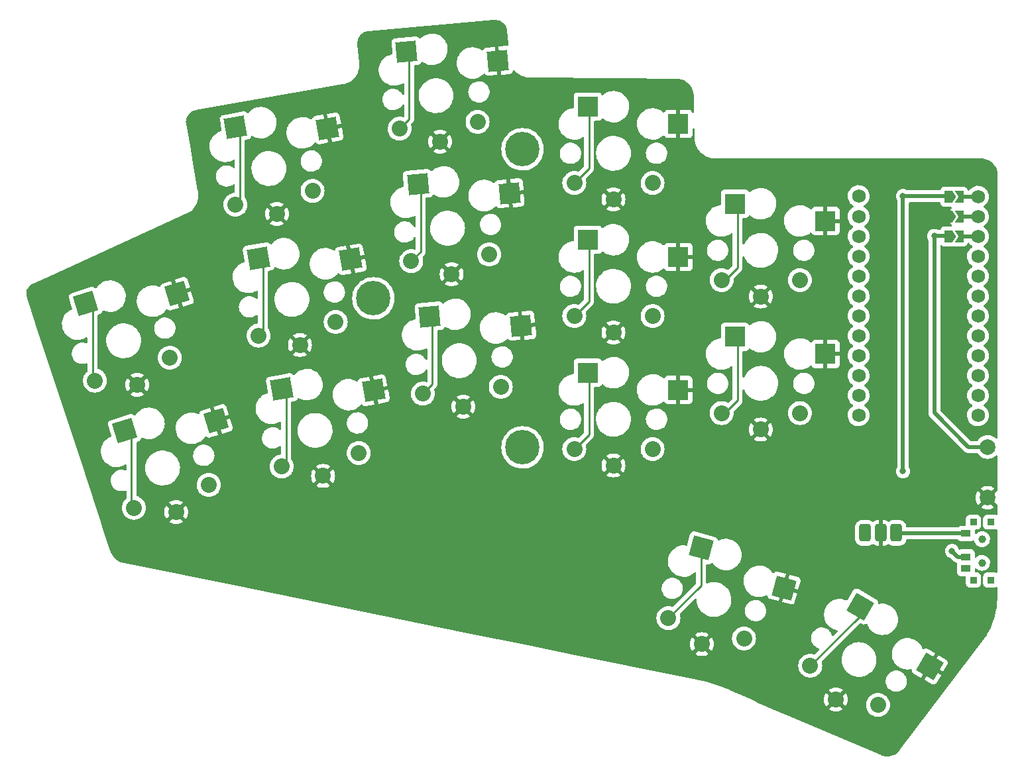
<source format=gbl>
%TF.GenerationSoftware,KiCad,Pcbnew,(6.0.4-0)*%
%TF.CreationDate,2022-05-16T08:39:31+02:00*%
%TF.ProjectId,battoota,62617474-6f6f-4746-912e-6b696361645f,v1.0.0*%
%TF.SameCoordinates,Original*%
%TF.FileFunction,Copper,L2,Bot*%
%TF.FilePolarity,Positive*%
%FSLAX46Y46*%
G04 Gerber Fmt 4.6, Leading zero omitted, Abs format (unit mm)*
G04 Created by KiCad (PCBNEW (6.0.4-0)) date 2022-05-16 08:39:31*
%MOMM*%
%LPD*%
G01*
G04 APERTURE LIST*
G04 Aperture macros list*
%AMRoundRect*
0 Rectangle with rounded corners*
0 $1 Rounding radius*
0 $2 $3 $4 $5 $6 $7 $8 $9 X,Y pos of 4 corners*
0 Add a 4 corners polygon primitive as box body*
4,1,4,$2,$3,$4,$5,$6,$7,$8,$9,$2,$3,0*
0 Add four circle primitives for the rounded corners*
1,1,$1+$1,$2,$3*
1,1,$1+$1,$4,$5*
1,1,$1+$1,$6,$7*
1,1,$1+$1,$8,$9*
0 Add four rect primitives between the rounded corners*
20,1,$1+$1,$2,$3,$4,$5,0*
20,1,$1+$1,$4,$5,$6,$7,0*
20,1,$1+$1,$6,$7,$8,$9,0*
20,1,$1+$1,$8,$9,$2,$3,0*%
%AMRotRect*
0 Rectangle, with rotation*
0 The origin of the aperture is its center*
0 $1 length*
0 $2 width*
0 $3 Rotation angle, in degrees counterclockwise*
0 Add horizontal line*
21,1,$1,$2,0,0,$3*%
%AMFreePoly0*
4,1,6,0.150000,0.000000,0.650000,-0.750000,-0.500000,-0.750000,-0.500000,0.750000,0.650000,0.750000,0.150000,0.000000,0.150000,0.000000,$1*%
%AMFreePoly1*
4,1,6,0.500000,-0.750000,-0.500000,-0.750000,-1.000000,0.000000,-0.500000,0.750000,0.500000,0.750000,0.500000,-0.750000,0.500000,-0.750000,$1*%
G04 Aperture macros list end*
%TA.AperFunction,ComponentPad*%
%ADD10RoundRect,0.375000X-0.375000X-0.750000X0.375000X-0.750000X0.375000X0.750000X-0.375000X0.750000X0*%
%TD*%
%TA.AperFunction,ComponentPad*%
%ADD11C,2.000000*%
%TD*%
%TA.AperFunction,SMDPad,CuDef*%
%ADD12RotRect,2.600000X2.600000X10.000000*%
%TD*%
%TA.AperFunction,ComponentPad*%
%ADD13C,2.032000*%
%TD*%
%TA.AperFunction,SMDPad,CuDef*%
%ADD14RotRect,2.600000X2.600000X5.000000*%
%TD*%
%TA.AperFunction,SMDPad,CuDef*%
%ADD15R,2.600000X2.600000*%
%TD*%
%TA.AperFunction,SMDPad,CuDef*%
%ADD16RotRect,2.600000X2.600000X330.000000*%
%TD*%
%TA.AperFunction,SMDPad,CuDef*%
%ADD17R,0.900000X0.900000*%
%TD*%
%TA.AperFunction,WasherPad*%
%ADD18C,1.000000*%
%TD*%
%TA.AperFunction,SMDPad,CuDef*%
%ADD19R,1.250000X0.900000*%
%TD*%
%TA.AperFunction,SMDPad,CuDef*%
%ADD20RotRect,2.600000X2.600000X17.000000*%
%TD*%
%TA.AperFunction,SMDPad,CuDef*%
%ADD21RotRect,2.600000X2.600000X345.000000*%
%TD*%
%TA.AperFunction,ComponentPad*%
%ADD22C,1.752600*%
%TD*%
%TA.AperFunction,SMDPad,CuDef*%
%ADD23FreePoly0,180.000000*%
%TD*%
%TA.AperFunction,SMDPad,CuDef*%
%ADD24R,1.524000X0.500000*%
%TD*%
%TA.AperFunction,SMDPad,CuDef*%
%ADD25FreePoly1,180.000000*%
%TD*%
%TA.AperFunction,ComponentPad*%
%ADD26C,4.400000*%
%TD*%
%TA.AperFunction,ViaPad*%
%ADD27C,0.800000*%
%TD*%
%TA.AperFunction,Conductor*%
%ADD28C,0.250000*%
%TD*%
%TA.AperFunction,Conductor*%
%ADD29C,0.500000*%
%TD*%
G04 APERTURE END LIST*
D10*
%TO.P,PAD1,1*%
%TO.N,Braw*%
X151545396Y58163682D03*
%TO.P,PAD1,2*%
%TO.N,GND*%
X149545396Y58163682D03*
%TO.P,PAD1,3*%
%TO.N,Braw*%
X147545396Y58163682D03*
%TD*%
D11*
%TO.P,B1,1*%
%TO.N,RST*%
X163203191Y69152519D03*
%TO.P,B1,2*%
%TO.N,GND*%
X163203191Y62652519D03*
%TD*%
D12*
%TO.P,S11,1*%
%TO.N,P3*%
X67128658Y110035975D03*
%TO.P,S11,2*%
%TO.N,GND*%
X78885213Y109875035D03*
%TD*%
D13*
%TO.P,S34,1*%
%TO.N,P9*%
X140546537Y41179683D03*
X149206791Y36179683D03*
%TO.P,S34,2*%
%TO.N,GND*%
X143826664Y36861030D03*
X143826664Y36861030D03*
%TD*%
D14*
%TO.P,S15,1*%
%TO.N,P18*%
X90440529Y102756090D03*
%TO.P,S15,2*%
%TO.N,GND*%
X102138320Y101571111D03*
%TD*%
D15*
%TO.P,S21,1*%
%TO.N,P16*%
X112136087Y95636017D03*
%TO.P,S21,2*%
%TO.N,GND*%
X123686087Y93436017D03*
%TD*%
D13*
%TO.P,S8,1*%
%TO.N,P5*%
X73026972Y66651093D03*
X82875050Y68387574D03*
%TO.P,S8,2*%
%TO.N,GND*%
X78315672Y65451237D03*
X78315672Y65451237D03*
%TD*%
%TO.P,S14,1*%
%TO.N,P2*%
X91053509Y75957538D03*
X101015456Y76829096D03*
%TO.P,S14,2*%
%TO.N,GND*%
X96217510Y74301308D03*
X96217510Y74301308D03*
%TD*%
%TO.P,S20,1*%
%TO.N,P14*%
X120411087Y68886017D03*
X110411087Y68886017D03*
%TO.P,S20,2*%
%TO.N,GND*%
X115411087Y66786017D03*
X115411087Y66786017D03*
%TD*%
%TO.P,S28,1*%
%TO.N,P19*%
X129218280Y73478852D03*
X139218280Y73478852D03*
%TO.P,S28,2*%
%TO.N,GND*%
X134218280Y71378852D03*
X134218280Y71378852D03*
%TD*%
D15*
%TO.P,S29,1*%
%TO.N,P20*%
X130943280Y100228852D03*
%TO.P,S29,2*%
%TO.N,GND*%
X142493280Y98028852D03*
%TD*%
D16*
%TO.P,S33,1*%
%TO.N,P9*%
X146915431Y48760931D03*
%TO.P,S33,2*%
%TO.N,GND*%
X155818024Y41080675D03*
%TD*%
D12*
%TO.P,S7,1*%
%TO.N,P5*%
X73032696Y76552511D03*
%TO.P,S7,2*%
%TO.N,GND*%
X84789251Y76391571D03*
%TD*%
D17*
%TO.P,T2,*%
%TO.N,*%
X163600140Y52144619D03*
X163600140Y59544619D03*
X161400140Y52144619D03*
X161400140Y59544619D03*
D18*
X162500140Y57344619D03*
X162500140Y54344619D03*
D19*
%TO.P,T2,1*%
%TO.N,Braw*%
X160425140Y58094619D03*
%TO.P,T2,2*%
%TO.N,RAW*%
X160425140Y55094619D03*
%TO.P,T2,3*%
%TO.N,N/C*%
X160425140Y53594619D03*
%TD*%
D20*
%TO.P,S5,1*%
%TO.N,P6*%
X47970749Y87462459D03*
%TO.P,S5,2*%
%TO.N,GND*%
X59659287Y88735482D03*
%TD*%
D15*
%TO.P,S27,1*%
%TO.N,P19*%
X130943280Y83228852D03*
%TO.P,S27,2*%
%TO.N,GND*%
X142493280Y81028852D03*
%TD*%
D12*
%TO.P,S9,1*%
%TO.N,P4*%
X70080677Y93294243D03*
%TO.P,S9,2*%
%TO.N,GND*%
X81837232Y93133303D03*
%TD*%
D13*
%TO.P,S16,1*%
%TO.N,P18*%
X99533808Y93764406D03*
X89571861Y92892848D03*
%TO.P,S16,2*%
%TO.N,GND*%
X94735862Y91236618D03*
X94735862Y91236618D03*
%TD*%
%TO.P,S30,1*%
%TO.N,P20*%
X139218280Y90478852D03*
X129218280Y90478852D03*
%TO.P,S30,2*%
%TO.N,GND*%
X134218280Y88378852D03*
X134218280Y88378852D03*
%TD*%
D14*
%TO.P,S13,1*%
%TO.N,P2*%
X91922177Y85820780D03*
%TO.P,S13,2*%
%TO.N,GND*%
X103619968Y84635801D03*
%TD*%
D13*
%TO.P,S24,1*%
%TO.N,P10*%
X110411087Y102886017D03*
X120411087Y102886017D03*
%TO.P,S24,2*%
%TO.N,GND*%
X115411087Y100786017D03*
X115411087Y100786017D03*
%TD*%
D14*
%TO.P,S17,1*%
%TO.N,P15*%
X88958882Y119691400D03*
%TO.P,S17,2*%
%TO.N,GND*%
X100656673Y118506421D03*
%TD*%
D13*
%TO.P,S4,1*%
%TO.N,P7*%
X54142067Y61376965D03*
X63705114Y64300682D03*
%TO.P,S4,2*%
%TO.N,GND*%
X59537571Y60830584D03*
X59537571Y60830584D03*
%TD*%
%TO.P,S10,1*%
%TO.N,P4*%
X70074953Y83392825D03*
X79923031Y85129306D03*
%TO.P,S10,2*%
%TO.N,GND*%
X75363653Y82192969D03*
X75363653Y82192969D03*
%TD*%
%TO.P,S22,1*%
%TO.N,P16*%
X110411087Y85886017D03*
X120411087Y85886017D03*
%TO.P,S22,2*%
%TO.N,GND*%
X115411087Y83786017D03*
X115411087Y83786017D03*
%TD*%
D21*
%TO.P,S31,1*%
%TO.N,P8*%
X126615631Y56243996D03*
%TO.P,S31,2*%
%TO.N,GND*%
X137202673Y51129599D03*
%TD*%
D22*
%TO.P,MCU1,*%
%TO.N,*%
X161977213Y98602542D03*
D23*
X159643690Y98602542D03*
D22*
X161977213Y96062542D03*
D24*
X160593690Y101142542D03*
D22*
X146737213Y96062542D03*
D24*
X160593690Y98602542D03*
X160593690Y96062542D03*
D23*
X159643690Y96062542D03*
X159643690Y101142542D03*
D22*
X146737213Y101226288D03*
X161977213Y101142542D03*
X146737213Y98602542D03*
D25*
%TO.P,MCU1,1*%
%TO.N,RAW*%
X158193690Y101142542D03*
%TO.P,MCU1,2*%
%TO.N,GND*%
X158193690Y98602542D03*
%TO.P,MCU1,3*%
%TO.N,RST*%
X158193690Y96062542D03*
D22*
%TO.P,MCU1,4*%
%TO.N,N/C*%
X146737213Y93522542D03*
%TO.P,MCU1,5*%
%TO.N,P21*%
X146737213Y90982542D03*
%TO.P,MCU1,6*%
%TO.N,P20*%
X146737213Y88442542D03*
%TO.P,MCU1,7*%
%TO.N,P19*%
X146737213Y85902542D03*
%TO.P,MCU1,8*%
%TO.N,P18*%
X146737213Y83362542D03*
%TO.P,MCU1,9*%
%TO.N,P15*%
X146737213Y80822542D03*
%TO.P,MCU1,10*%
%TO.N,P14*%
X146737213Y78282542D03*
%TO.P,MCU1,11*%
%TO.N,P16*%
X146737213Y75742542D03*
%TO.P,MCU1,12*%
%TO.N,P10*%
X146737213Y73202542D03*
%TO.P,MCU1,16*%
%TO.N,N/C*%
X161977213Y93522542D03*
%TO.P,MCU1,17*%
%TO.N,P2*%
X161977213Y90982542D03*
%TO.P,MCU1,18*%
%TO.N,P3*%
X161977213Y88442542D03*
%TO.P,MCU1,19*%
%TO.N,P4*%
X161977213Y85902542D03*
%TO.P,MCU1,20*%
%TO.N,P5*%
X161977213Y83362542D03*
%TO.P,MCU1,21*%
%TO.N,P6*%
X161977213Y80822542D03*
%TO.P,MCU1,22*%
%TO.N,P7*%
X161977213Y78282542D03*
%TO.P,MCU1,23*%
%TO.N,P8*%
X161977213Y75742542D03*
%TO.P,MCU1,24*%
%TO.N,P9*%
X161977213Y73202542D03*
%TD*%
D20*
%TO.P,S3,1*%
%TO.N,P7*%
X52941068Y71205278D03*
%TO.P,S3,2*%
%TO.N,GND*%
X64629606Y72478301D03*
%TD*%
D13*
%TO.P,S32,1*%
%TO.N,P8*%
X132085182Y44684492D03*
X122425923Y47272682D03*
%TO.P,S32,2*%
%TO.N,GND*%
X126712033Y43950143D03*
X126712033Y43950143D03*
%TD*%
D26*
%TO.P,REF\u002A\u002A,1*%
%TO.N,N/C*%
X84747220Y88141427D03*
X103797220Y69091427D03*
X103797220Y107191427D03*
%TD*%
D13*
%TO.P,S12,1*%
%TO.N,P3*%
X76971012Y101871038D03*
X67122934Y100134557D03*
%TO.P,S12,2*%
%TO.N,GND*%
X72411634Y98934701D03*
X72411634Y98934701D03*
%TD*%
D15*
%TO.P,S23,1*%
%TO.N,P10*%
X112136087Y112636017D03*
%TO.P,S23,2*%
%TO.N,GND*%
X123686087Y110436017D03*
%TD*%
D13*
%TO.P,S6,1*%
%TO.N,P6*%
X49171748Y77634146D03*
X58734795Y80557863D03*
%TO.P,S6,2*%
%TO.N,GND*%
X54567252Y77087765D03*
X54567252Y77087765D03*
%TD*%
D15*
%TO.P,S19,1*%
%TO.N,P14*%
X112136087Y78636017D03*
%TO.P,S19,2*%
%TO.N,GND*%
X123686087Y76436017D03*
%TD*%
D13*
%TO.P,S18,1*%
%TO.N,P15*%
X88090214Y109828158D03*
X98052161Y110699716D03*
%TO.P,S18,2*%
%TO.N,GND*%
X93254215Y108171928D03*
X93254215Y108171928D03*
%TD*%
D27*
%TO.N,GND*%
X154304587Y98650426D03*
%TO.N,RAW*%
X158661253Y55844619D03*
X152400000Y66040000D03*
X152400000Y101213143D03*
%TO.N,RST*%
X156389782Y96106346D03*
%TD*%
D28*
%TO.N,P6*%
X47655954Y88184596D02*
X48856953Y86983597D01*
X48856953Y86983597D02*
X48856953Y78356283D01*
D29*
%TO.N,GND*%
X154329345Y98675184D02*
X154329345Y64825511D01*
X149545396Y60041562D02*
X149545396Y58163682D01*
X154329345Y64825511D02*
X149545396Y60041562D01*
X154304587Y98650426D02*
X154329345Y98675184D01*
X154329345Y98675184D02*
X158139502Y98675184D01*
D28*
%TO.N,P5*%
X73590450Y67214571D02*
X73026972Y66651093D01*
X73032696Y76552511D02*
X73590450Y75994757D01*
X73590450Y75994757D02*
X73590450Y67214571D01*
%TO.N,P4*%
X70638431Y83956303D02*
X70074953Y83392825D01*
X70638431Y92736489D02*
X70638431Y83956303D01*
X70080677Y93294243D02*
X70638431Y92736489D01*
%TO.N,P3*%
X67686412Y100698035D02*
X67122934Y100134557D01*
X67128658Y110035975D02*
X67686412Y109478221D01*
X67686412Y109478221D02*
X67686412Y100698035D01*
%TO.N,P2*%
X92270004Y77174033D02*
X91053509Y75957538D01*
X91922177Y85820780D02*
X92270004Y85472953D01*
X92270004Y85472953D02*
X92270004Y77174033D01*
%TO.N,P18*%
X90788356Y94109343D02*
X89571861Y92892848D01*
X90440529Y102756090D02*
X90788356Y102408263D01*
X90788356Y102408263D02*
X90788356Y94109343D01*
%TO.N,P15*%
X89306709Y111044653D02*
X88090214Y109828158D01*
X89306709Y119343573D02*
X89306709Y111044653D01*
X88958882Y119691400D02*
X89306709Y119343573D01*
%TO.N,P14*%
X112285608Y79029475D02*
X112285608Y70760538D01*
X112285608Y70760538D02*
X110411087Y68886017D01*
%TO.N,P16*%
X112285608Y96029475D02*
X112285608Y87760538D01*
X112285608Y87760538D02*
X110411087Y85886017D01*
%TO.N,P10*%
X112285608Y104760538D02*
X110411087Y102886017D01*
X112285608Y113029475D02*
X112285608Y104760538D01*
%TO.N,P19*%
X131272946Y75102108D02*
X129078705Y72907867D01*
X131272946Y82188626D02*
X131272946Y75102108D01*
X130803705Y82657867D02*
X131272946Y82188626D01*
%TO.N,P20*%
X131272946Y99188626D02*
X131272946Y92102108D01*
X129649690Y90478852D02*
X129218280Y90478852D01*
X131272946Y92102108D02*
X129649690Y90478852D01*
X130803705Y99657867D02*
X131272946Y99188626D01*
%TO.N,P7*%
X52626273Y71927415D02*
X53827272Y70726416D01*
X53827272Y70726416D02*
X53827272Y62099102D01*
%TO.N,P8*%
X126615631Y56243996D02*
X126615631Y51462390D01*
X126615631Y51462390D02*
X122425923Y47272682D01*
%TO.N,P9*%
X146915431Y47548577D02*
X140546537Y41179683D01*
D29*
%TO.N,RAW*%
X152400000Y101213143D02*
X152426699Y101186444D01*
X152400000Y101213143D02*
X152400000Y66040000D01*
X152426699Y101186444D02*
X158168242Y101186444D01*
X158661253Y55844619D02*
X159406377Y55099495D01*
X159406377Y55099495D02*
X160167148Y55099495D01*
%TO.N,RST*%
X156389782Y96106346D02*
X156389782Y73500449D01*
X156389782Y96106346D02*
X156389880Y96106444D01*
X156389782Y73500449D02*
X160737712Y69152519D01*
X160737712Y69152519D02*
X163203191Y69152519D01*
X156389880Y96106444D02*
X158168242Y96106444D01*
%TO.N,Braw*%
X160425140Y58094619D02*
X160420264Y58099495D01*
X151609583Y58099495D02*
X151545396Y58163682D01*
X160420264Y58099495D02*
X151609583Y58099495D01*
%TD*%
%TA.AperFunction,Conductor*%
%TO.N,GND*%
G36*
X100428465Y123702296D02*
G01*
X100621694Y123677642D01*
X100639308Y123674102D01*
X100827059Y123622199D01*
X100843996Y123616186D01*
X101022434Y123538097D01*
X101038341Y123529737D01*
X101203862Y123427039D01*
X101218422Y123416496D01*
X101351322Y123304981D01*
X101367632Y123291295D01*
X101380545Y123278785D01*
X101510420Y123133619D01*
X101521421Y123119400D01*
X101629313Y122957229D01*
X101638178Y122941588D01*
X101721889Y122765716D01*
X101728438Y122748973D01*
X101786269Y122562972D01*
X101790368Y122545467D01*
X101815997Y122385265D01*
X101816830Y122367055D01*
X101817435Y122358997D01*
X101816832Y122350035D01*
X101824763Y122314105D01*
X101827059Y122299877D01*
X101890735Y121681712D01*
X102005955Y120563165D01*
X101993038Y120493353D01*
X101944429Y120441607D01*
X101877977Y120424282D01*
X101845466Y120424963D01*
X101838664Y120424738D01*
X100770177Y120331257D01*
X100755384Y120325470D01*
X100754304Y120323979D01*
X100753310Y120316184D01*
X100887569Y118781592D01*
X101065705Y116745487D01*
X101071492Y116730694D01*
X101072983Y116729614D01*
X101080778Y116728620D01*
X102153814Y116822499D01*
X102160555Y116823459D01*
X102210751Y116833396D01*
X102225634Y116838340D01*
X102341690Y116893821D01*
X102356473Y116903680D01*
X102451498Y116988790D01*
X102462916Y117002398D01*
X102530230Y117110755D01*
X102537374Y117127029D01*
X102565168Y117226909D01*
X102602700Y117287174D01*
X102666856Y117317580D01*
X102737266Y117308475D01*
X102781700Y117275734D01*
X102899168Y117140424D01*
X102901821Y117137993D01*
X102901823Y117137991D01*
X103107803Y116949250D01*
X103110454Y116946821D01*
X103113365Y116944709D01*
X103301182Y116808446D01*
X103342409Y116778535D01*
X103345542Y116776768D01*
X103345545Y116776766D01*
X103514304Y116681585D01*
X103592017Y116637754D01*
X103595323Y116636359D01*
X103595324Y116636358D01*
X103620528Y116625719D01*
X103856032Y116526310D01*
X103859475Y116525300D01*
X103859481Y116525298D01*
X103910911Y116510213D01*
X104131019Y116445652D01*
X104369962Y116404340D01*
X104409856Y116397442D01*
X104409858Y116397442D01*
X104413402Y116396829D01*
X104587559Y116386875D01*
X104664804Y116382460D01*
X104678509Y116380920D01*
X104686955Y116379499D01*
X104693257Y116379422D01*
X104694640Y116379405D01*
X104694644Y116379405D01*
X104699507Y116379346D01*
X104724373Y116382906D01*
X104743325Y116384173D01*
X115860234Y116287081D01*
X123562332Y116219813D01*
X123577487Y116218080D01*
X123585749Y116217444D01*
X123594519Y116215492D01*
X123611164Y116216583D01*
X123635564Y116215812D01*
X123873357Y116185056D01*
X123889178Y116181971D01*
X124018034Y116148148D01*
X124146887Y116114327D01*
X124162190Y116109243D01*
X124409133Y116009247D01*
X124423661Y116002251D01*
X124655826Y115871526D01*
X124669338Y115862733D01*
X124863428Y115717957D01*
X124882894Y115703437D01*
X124895174Y115692990D01*
X125086652Y115507710D01*
X125097486Y115495791D01*
X125231358Y115328120D01*
X125263727Y115287578D01*
X125272960Y115274361D01*
X125289107Y115247768D01*
X125411245Y115046623D01*
X125418715Y115032332D01*
X125526778Y114788808D01*
X125532362Y114773681D01*
X125559544Y114682452D01*
X125606097Y114526212D01*
X125608442Y114518340D01*
X125612047Y114502625D01*
X125637639Y114345547D01*
X125654889Y114239670D01*
X125656459Y114223622D01*
X125663986Y113998666D01*
X125664242Y113991002D01*
X125662464Y113967599D01*
X125662332Y113964522D01*
X125660679Y113955692D01*
X125665443Y113907941D01*
X125666040Y113897912D01*
X125679432Y113211625D01*
X125703447Y111980964D01*
X125703730Y111966447D01*
X125685061Y111897949D01*
X125632322Y111850418D01*
X125562259Y111838945D01*
X125497115Y111867173D01*
X125459772Y111919759D01*
X125439411Y111974071D01*
X125430873Y111989666D01*
X125354372Y112091741D01*
X125341811Y112104302D01*
X125239736Y112180803D01*
X125224141Y112189341D01*
X125103693Y112234495D01*
X125088438Y112238122D01*
X125037573Y112243648D01*
X125030759Y112244017D01*
X123958202Y112244017D01*
X123942963Y112239542D01*
X123941758Y112238152D01*
X123940087Y112230469D01*
X123940087Y108646133D01*
X123944562Y108630894D01*
X123945952Y108629689D01*
X123953635Y108628018D01*
X125030756Y108628018D01*
X125037577Y108628388D01*
X125088439Y108633912D01*
X125103691Y108637538D01*
X125224141Y108682693D01*
X125239736Y108691231D01*
X125341811Y108767732D01*
X125354372Y108780293D01*
X125430873Y108882368D01*
X125439411Y108897963D01*
X125484565Y109018411D01*
X125488192Y109033666D01*
X125493718Y109084531D01*
X125494087Y109091345D01*
X125494087Y109794567D01*
X125514089Y109862688D01*
X125567745Y109909181D01*
X125638019Y109919285D01*
X125702599Y109889791D01*
X125740983Y109830065D01*
X125746063Y109797027D01*
X125768733Y108635266D01*
X125768796Y108632025D01*
X125767594Y108612030D01*
X125765728Y108598750D01*
X125764463Y108589753D01*
X125764650Y108577201D01*
X125765470Y108572406D01*
X125765470Y108572404D01*
X125765521Y108572107D01*
X125766864Y108561623D01*
X125778349Y108427517D01*
X125789327Y108299332D01*
X125791382Y108275332D01*
X125792119Y108271738D01*
X125792119Y108271736D01*
X125828509Y108094207D01*
X125852225Y107978506D01*
X125853381Y107975005D01*
X125927914Y107749279D01*
X125947227Y107690787D01*
X126075095Y107416092D01*
X126077021Y107412968D01*
X126077025Y107412960D01*
X126147612Y107298449D01*
X126234088Y107158160D01*
X126409800Y106935983D01*
X126414380Y106930193D01*
X126422043Y106920503D01*
X126636399Y106706356D01*
X126874240Y106518634D01*
X126877365Y106516712D01*
X127129200Y106361816D01*
X127129204Y106361814D01*
X127132327Y106359893D01*
X127135660Y106358346D01*
X127135659Y106358346D01*
X127246927Y106306684D01*
X127407147Y106232293D01*
X127410642Y106231143D01*
X127410649Y106231140D01*
X127479998Y106208317D01*
X127694958Y106137572D01*
X127698565Y106136836D01*
X127698570Y106136835D01*
X127988243Y106077754D01*
X127988250Y106077753D01*
X127991844Y106077020D01*
X127995497Y106076711D01*
X127995502Y106076710D01*
X128179556Y106061128D01*
X128261561Y106054186D01*
X128275056Y106052303D01*
X128281196Y106051105D01*
X128286053Y106050919D01*
X128286054Y106050919D01*
X128287097Y106050879D01*
X128293740Y106050625D01*
X128298564Y106051188D01*
X128298567Y106051188D01*
X128314455Y106053042D01*
X128329344Y106054779D01*
X128344113Y106055628D01*
X162532048Y106008730D01*
X162545853Y106007228D01*
X162545861Y106007344D01*
X162554813Y106006690D01*
X162563582Y106004773D01*
X162572534Y106005394D01*
X162572539Y106005394D01*
X162579928Y106005907D01*
X162604536Y106005204D01*
X162826615Y105976980D01*
X162842850Y105973822D01*
X163084808Y105910033D01*
X163100489Y105904776D01*
X163332010Y105809843D01*
X163346859Y105802583D01*
X163404250Y105769685D01*
X163563954Y105678139D01*
X163577732Y105668990D01*
X163649900Y105613917D01*
X163776652Y105517188D01*
X163789110Y105506316D01*
X163966438Y105329759D01*
X163977367Y105317346D01*
X164077593Y105187195D01*
X164125950Y105124400D01*
X164130031Y105119100D01*
X164139241Y105105363D01*
X164156745Y105075132D01*
X164264633Y104888808D01*
X164271961Y104873986D01*
X164357751Y104667341D01*
X164367901Y104642892D01*
X164373227Y104627232D01*
X164438075Y104385543D01*
X164441303Y104369323D01*
X164473934Y104121240D01*
X164475010Y104104735D01*
X164474884Y103887818D01*
X164472464Y103866036D01*
X164472114Y103861585D01*
X164470148Y103852823D01*
X164470720Y103843864D01*
X164473526Y103799901D01*
X164473782Y103791796D01*
X164452801Y70342296D01*
X164432756Y70274188D01*
X164379071Y70227729D01*
X164308791Y70217669D01*
X164244971Y70246563D01*
X164092607Y70376695D01*
X164088399Y70379274D01*
X164088393Y70379278D01*
X163894374Y70498173D01*
X163890154Y70500759D01*
X163885584Y70502652D01*
X163885580Y70502654D01*
X163675358Y70589730D01*
X163675356Y70589731D01*
X163670785Y70591624D01*
X163561554Y70617848D01*
X163444715Y70645899D01*
X163444709Y70645900D01*
X163439902Y70647054D01*
X163203191Y70665684D01*
X162966480Y70647054D01*
X162961673Y70645900D01*
X162961667Y70645899D01*
X162844828Y70617848D01*
X162735597Y70591624D01*
X162731026Y70589731D01*
X162731024Y70589730D01*
X162520802Y70502654D01*
X162520798Y70502652D01*
X162516228Y70500759D01*
X162512008Y70498173D01*
X162317989Y70379278D01*
X162317983Y70379274D01*
X162313775Y70376695D01*
X162133222Y70222488D01*
X162130014Y70218732D01*
X162048402Y70123177D01*
X161979015Y70041935D01*
X161941970Y69981483D01*
X161935658Y69971183D01*
X161883010Y69923552D01*
X161828226Y69911019D01*
X161104083Y69911019D01*
X161035962Y69931021D01*
X161014988Y69947924D01*
X157185187Y73777725D01*
X157151161Y73840037D01*
X157148282Y73866820D01*
X157148282Y94836398D01*
X157168284Y94904519D01*
X157221940Y94951012D01*
X157292214Y94961116D01*
X157356794Y94931622D01*
X157415947Y94880366D01*
X157424144Y94876622D01*
X157424145Y94876622D01*
X157438956Y94869858D01*
X157548956Y94819623D01*
X157693690Y94798813D01*
X158693690Y94798813D01*
X158695654Y94798937D01*
X158695658Y94798937D01*
X158751770Y94802476D01*
X158751774Y94802477D01*
X158758247Y94802885D01*
X158803922Y94815467D01*
X158855314Y94818709D01*
X158993690Y94798813D01*
X160143690Y94798813D01*
X160175676Y94801101D01*
X160210063Y94803560D01*
X160210064Y94803560D01*
X160216801Y94804042D01*
X160326995Y94836398D01*
X160348455Y94842699D01*
X160348457Y94842700D01*
X160357101Y94845238D01*
X160417943Y94884339D01*
X160472531Y94919420D01*
X160472534Y94919422D01*
X160480111Y94924292D01*
X160486012Y94931102D01*
X160569964Y95027987D01*
X160569966Y95027990D01*
X160575866Y95034799D01*
X160599583Y95086731D01*
X160612785Y95115640D01*
X160636609Y95167808D01*
X160637892Y95176731D01*
X160640429Y95185372D01*
X160642066Y95184891D01*
X160667178Y95239879D01*
X160726904Y95278263D01*
X160797901Y95278263D01*
X160857641Y95239864D01*
X161004999Y95069749D01*
X161102475Y94988823D01*
X161172001Y94931102D01*
X161180202Y94924293D01*
X161184653Y94921692D01*
X161184663Y94921685D01*
X161217479Y94902509D01*
X161266202Y94850870D01*
X161279272Y94781087D01*
X161252539Y94715315D01*
X161229566Y94692967D01*
X161054657Y94561642D01*
X161051085Y94557904D01*
X160903651Y94403623D01*
X160897333Y94397012D01*
X160894419Y94392740D01*
X160894418Y94392739D01*
X160876123Y94365919D01*
X160769010Y94208897D01*
X160673134Y94002350D01*
X160612280Y93782917D01*
X160588082Y93556492D01*
X160588379Y93551340D01*
X160588379Y93551336D01*
X160590977Y93506284D01*
X160601190Y93329155D01*
X160602325Y93324118D01*
X160602326Y93324112D01*
X160649425Y93115118D01*
X160651252Y93107011D01*
X160653196Y93102225D01*
X160653197Y93102220D01*
X160731342Y92909773D01*
X160736924Y92896027D01*
X160752440Y92870707D01*
X160832005Y92740870D01*
X160855905Y92701868D01*
X161004999Y92529749D01*
X161151834Y92407844D01*
X161161317Y92399972D01*
X161180202Y92384293D01*
X161184653Y92381692D01*
X161184663Y92381685D01*
X161217479Y92362509D01*
X161266202Y92310870D01*
X161279272Y92241087D01*
X161252539Y92175315D01*
X161229566Y92152967D01*
X161054657Y92021642D01*
X161041313Y92007678D01*
X160906924Y91867048D01*
X160897333Y91857012D01*
X160894419Y91852740D01*
X160894418Y91852739D01*
X160858557Y91800169D01*
X160769010Y91668897D01*
X160673134Y91462350D01*
X160612280Y91242917D01*
X160588082Y91016492D01*
X160588379Y91011340D01*
X160588379Y91011336D01*
X160591571Y90955978D01*
X160601190Y90789155D01*
X160602325Y90784118D01*
X160602326Y90784112D01*
X160645572Y90592216D01*
X160651252Y90567011D01*
X160653196Y90562225D01*
X160653197Y90562220D01*
X160730075Y90372894D01*
X160736924Y90356027D01*
X160855905Y90161868D01*
X161004999Y89989749D01*
X161091165Y89918213D01*
X161170576Y89852285D01*
X161180202Y89844293D01*
X161184653Y89841692D01*
X161184663Y89841685D01*
X161217479Y89822509D01*
X161266202Y89770870D01*
X161279272Y89701087D01*
X161252539Y89635315D01*
X161229566Y89612967D01*
X161054657Y89481642D01*
X161016622Y89441841D01*
X160920320Y89341066D01*
X160897333Y89317012D01*
X160894419Y89312740D01*
X160894418Y89312739D01*
X160862684Y89266219D01*
X160769010Y89128897D01*
X160673134Y88922350D01*
X160671752Y88917368D01*
X160671752Y88917367D01*
X160666788Y88899468D01*
X160612280Y88702917D01*
X160588082Y88476492D01*
X160588379Y88471340D01*
X160588379Y88471336D01*
X160592050Y88407670D01*
X160601190Y88249155D01*
X160602325Y88244118D01*
X160602326Y88244112D01*
X160647012Y88045824D01*
X160651252Y88027011D01*
X160653196Y88022225D01*
X160653197Y88022220D01*
X160712859Y87875291D01*
X160736924Y87816027D01*
X160801481Y87710680D01*
X160842949Y87643011D01*
X160855905Y87621868D01*
X161004999Y87449749D01*
X161180202Y87304293D01*
X161184653Y87301692D01*
X161184663Y87301685D01*
X161217479Y87282509D01*
X161266202Y87230870D01*
X161279272Y87161087D01*
X161252539Y87095315D01*
X161229566Y87072967D01*
X161054657Y86941642D01*
X161051085Y86937904D01*
X160951995Y86834212D01*
X160897333Y86777012D01*
X160894419Y86772740D01*
X160894418Y86772739D01*
X160860274Y86722685D01*
X160769010Y86588897D01*
X160673134Y86382350D01*
X160671752Y86377368D01*
X160671752Y86377367D01*
X160660169Y86335601D01*
X160612280Y86162917D01*
X160588082Y85936492D01*
X160588379Y85931340D01*
X160588379Y85931336D01*
X160591372Y85879430D01*
X160601190Y85709155D01*
X160602325Y85704118D01*
X160602326Y85704112D01*
X160649263Y85495837D01*
X160651252Y85487011D01*
X160653196Y85482225D01*
X160653197Y85482220D01*
X160720652Y85316099D01*
X160736924Y85276027D01*
X160855905Y85081868D01*
X161004999Y84909749D01*
X161180202Y84764293D01*
X161184653Y84761692D01*
X161184663Y84761685D01*
X161217479Y84742509D01*
X161266202Y84690870D01*
X161279272Y84621087D01*
X161252539Y84555315D01*
X161229566Y84532967D01*
X161054657Y84401642D01*
X161035881Y84381994D01*
X160924432Y84265369D01*
X160897333Y84237012D01*
X160894419Y84232740D01*
X160894418Y84232739D01*
X160837164Y84148808D01*
X160769010Y84048897D01*
X160673134Y83842350D01*
X160671752Y83837368D01*
X160671752Y83837367D01*
X160643737Y83736346D01*
X160612280Y83622917D01*
X160588082Y83396492D01*
X160588379Y83391340D01*
X160588379Y83391336D01*
X160590243Y83359013D01*
X160601190Y83169155D01*
X160602325Y83164118D01*
X160602326Y83164112D01*
X160650114Y82952060D01*
X160651252Y82947011D01*
X160653196Y82942225D01*
X160653197Y82942220D01*
X160734980Y82740814D01*
X160736924Y82736027D01*
X160855905Y82541868D01*
X161004999Y82369749D01*
X161091165Y82298213D01*
X161168385Y82234104D01*
X161180202Y82224293D01*
X161184653Y82221692D01*
X161184663Y82221685D01*
X161217479Y82202509D01*
X161266202Y82150870D01*
X161279272Y82081087D01*
X161252539Y82015315D01*
X161229566Y81992967D01*
X161054657Y81861642D01*
X161043833Y81850315D01*
X160901218Y81701077D01*
X160897333Y81697012D01*
X160894419Y81692740D01*
X160894418Y81692739D01*
X160863049Y81646753D01*
X160769010Y81508897D01*
X160673134Y81302350D01*
X160671752Y81297368D01*
X160671752Y81297367D01*
X160654721Y81235954D01*
X160612280Y81082917D01*
X160588082Y80856492D01*
X160588379Y80851340D01*
X160588379Y80851336D01*
X160590235Y80819151D01*
X160601190Y80629155D01*
X160602325Y80624118D01*
X160602326Y80624112D01*
X160647641Y80423033D01*
X160651252Y80407011D01*
X160653196Y80402225D01*
X160653197Y80402220D01*
X160726643Y80221346D01*
X160736924Y80196027D01*
X160855905Y80001868D01*
X161004999Y79829749D01*
X161180202Y79684293D01*
X161184653Y79681692D01*
X161184663Y79681685D01*
X161217479Y79662509D01*
X161266202Y79610870D01*
X161279272Y79541087D01*
X161252539Y79475315D01*
X161229566Y79452967D01*
X161054657Y79321642D01*
X161007847Y79272658D01*
X160926952Y79188006D01*
X160897333Y79157012D01*
X160894419Y79152740D01*
X160894418Y79152739D01*
X160853346Y79092530D01*
X160769010Y78968897D01*
X160673134Y78762350D01*
X160671752Y78757368D01*
X160671752Y78757367D01*
X160660131Y78715464D01*
X160612280Y78542917D01*
X160588082Y78316492D01*
X160588379Y78311340D01*
X160588379Y78311336D01*
X160590367Y78276863D01*
X160601190Y78089155D01*
X160602325Y78084118D01*
X160602326Y78084112D01*
X160649819Y77873368D01*
X160651252Y77867011D01*
X160653196Y77862225D01*
X160653197Y77862220D01*
X160734413Y77662210D01*
X160736924Y77656027D01*
X160855905Y77461868D01*
X161004999Y77289749D01*
X161089115Y77219915D01*
X161160999Y77160236D01*
X161180202Y77144293D01*
X161184653Y77141692D01*
X161184663Y77141685D01*
X161217479Y77122509D01*
X161266202Y77070870D01*
X161279272Y77001087D01*
X161252539Y76935315D01*
X161229566Y76912967D01*
X161054657Y76781642D01*
X161020427Y76745822D01*
X160921116Y76641899D01*
X160897333Y76617012D01*
X160894419Y76612740D01*
X160894418Y76612739D01*
X160870112Y76577108D01*
X160769010Y76428897D01*
X160673134Y76222350D01*
X160671752Y76217368D01*
X160671752Y76217367D01*
X160658096Y76168124D01*
X160612280Y76002917D01*
X160588082Y75776492D01*
X160588379Y75771340D01*
X160588379Y75771336D01*
X160590863Y75728258D01*
X160601190Y75549155D01*
X160602325Y75544118D01*
X160602326Y75544112D01*
X160649274Y75335786D01*
X160651252Y75327011D01*
X160653196Y75322225D01*
X160653197Y75322220D01*
X160732431Y75127091D01*
X160736924Y75116027D01*
X160824680Y74972822D01*
X160850109Y74931327D01*
X160855905Y74921868D01*
X161004999Y74749749D01*
X161121291Y74653202D01*
X161173874Y74609547D01*
X161180202Y74604293D01*
X161184653Y74601692D01*
X161184663Y74601685D01*
X161217479Y74582509D01*
X161266202Y74530870D01*
X161279272Y74461087D01*
X161252539Y74395315D01*
X161229566Y74372967D01*
X161054657Y74241642D01*
X161051085Y74237904D01*
X160917585Y74098204D01*
X160897333Y74077012D01*
X160894419Y74072740D01*
X160894418Y74072739D01*
X160847648Y74004176D01*
X160769010Y73888897D01*
X160673134Y73682350D01*
X160612280Y73462917D01*
X160588082Y73236492D01*
X160588379Y73231340D01*
X160588379Y73231336D01*
X160591943Y73169533D01*
X160601190Y73009155D01*
X160602325Y73004118D01*
X160602326Y73004112D01*
X160644194Y72818329D01*
X160651252Y72787011D01*
X160653196Y72782225D01*
X160653197Y72782220D01*
X160725769Y72603499D01*
X160736924Y72576027D01*
X160855905Y72381868D01*
X161004999Y72209749D01*
X161117545Y72116312D01*
X161162012Y72079395D01*
X161180202Y72064293D01*
X161184654Y72061691D01*
X161184659Y72061688D01*
X161353880Y71962803D01*
X161376810Y71949404D01*
X161589542Y71868170D01*
X161594608Y71867139D01*
X161594609Y71867139D01*
X161619559Y71862063D01*
X161812685Y71822771D01*
X161940501Y71818084D01*
X162035083Y71814615D01*
X162035088Y71814615D01*
X162040247Y71814426D01*
X162045367Y71815082D01*
X162045369Y71815082D01*
X162119807Y71824618D01*
X162266116Y71843361D01*
X162271065Y71844846D01*
X162271071Y71844847D01*
X162410676Y71886731D01*
X162484226Y71908797D01*
X162688720Y72008978D01*
X162692924Y72011976D01*
X162692928Y72011979D01*
X162799728Y72088159D01*
X162874106Y72141212D01*
X163035406Y72301950D01*
X163066170Y72344762D01*
X163165268Y72482673D01*
X163168286Y72486873D01*
X163180283Y72511146D01*
X163266886Y72686374D01*
X163266887Y72686376D01*
X163269180Y72691016D01*
X163323885Y72871070D01*
X163333875Y72903952D01*
X163333875Y72903953D01*
X163335377Y72908896D01*
X163338268Y72930852D01*
X163364663Y73131341D01*
X163364664Y73131348D01*
X163365100Y73134663D01*
X163365855Y73165545D01*
X163366677Y73199177D01*
X163366677Y73199182D01*
X163366759Y73202542D01*
X163358977Y73297200D01*
X163348524Y73424340D01*
X163348523Y73424346D01*
X163348100Y73429491D01*
X163311339Y73575843D01*
X163293885Y73645334D01*
X163293884Y73645338D01*
X163292626Y73650345D01*
X163288395Y73660076D01*
X163203885Y73854436D01*
X163203883Y73854439D01*
X163201825Y73859173D01*
X163108633Y74003226D01*
X163080944Y74046027D01*
X163080942Y74046030D01*
X163078136Y74050367D01*
X162924881Y74218792D01*
X162746176Y74359924D01*
X162739548Y74363583D01*
X162738864Y74364273D01*
X162737344Y74365283D01*
X162737552Y74365597D01*
X162689576Y74414009D01*
X162674798Y74483451D01*
X162699909Y74549858D01*
X162727267Y74576473D01*
X162869902Y74678213D01*
X162869904Y74678215D01*
X162874106Y74681212D01*
X163035406Y74841950D01*
X163044804Y74855028D01*
X163165268Y75022673D01*
X163168286Y75026873D01*
X163171644Y75033666D01*
X163266886Y75226374D01*
X163266887Y75226376D01*
X163269180Y75231016D01*
X163335377Y75448896D01*
X163341095Y75492330D01*
X163364663Y75671341D01*
X163364664Y75671348D01*
X163365100Y75674663D01*
X163366049Y75713503D01*
X163366677Y75739177D01*
X163366677Y75739182D01*
X163366759Y75742542D01*
X163354739Y75888746D01*
X163348524Y75964340D01*
X163348523Y75964346D01*
X163348100Y75969491D01*
X163312449Y76111425D01*
X163293885Y76185334D01*
X163293884Y76185338D01*
X163292626Y76190345D01*
X163283208Y76212006D01*
X163203885Y76394436D01*
X163203883Y76394439D01*
X163201825Y76399173D01*
X163100603Y76555638D01*
X163080944Y76586027D01*
X163080942Y76586030D01*
X163078136Y76590367D01*
X162924881Y76758792D01*
X162746176Y76899924D01*
X162739548Y76903583D01*
X162738864Y76904273D01*
X162737344Y76905283D01*
X162737552Y76905597D01*
X162689576Y76954009D01*
X162674798Y77023451D01*
X162699909Y77089858D01*
X162727267Y77116473D01*
X162869902Y77218213D01*
X162869904Y77218215D01*
X162874106Y77221212D01*
X163035406Y77381950D01*
X163063111Y77420505D01*
X163165268Y77562673D01*
X163168286Y77566873D01*
X163170731Y77571819D01*
X163266886Y77766374D01*
X163266887Y77766376D01*
X163269180Y77771016D01*
X163331649Y77976627D01*
X163333875Y77983952D01*
X163333875Y77983953D01*
X163335377Y77988896D01*
X163336052Y77994022D01*
X163364663Y78211341D01*
X163364664Y78211348D01*
X163365100Y78214663D01*
X163365777Y78242345D01*
X163366677Y78279177D01*
X163366677Y78279182D01*
X163366759Y78282542D01*
X163358408Y78384111D01*
X163348524Y78504340D01*
X163348523Y78504346D01*
X163348100Y78509491D01*
X163315814Y78638027D01*
X163293885Y78725334D01*
X163293884Y78725338D01*
X163292626Y78730345D01*
X163285271Y78747260D01*
X163203885Y78934436D01*
X163203883Y78934439D01*
X163201825Y78939173D01*
X163105693Y79087771D01*
X163080944Y79126027D01*
X163080942Y79126030D01*
X163078136Y79130367D01*
X162924881Y79298792D01*
X162746176Y79439924D01*
X162739548Y79443583D01*
X162738864Y79444273D01*
X162737344Y79445283D01*
X162737552Y79445597D01*
X162689576Y79494009D01*
X162674798Y79563451D01*
X162699909Y79629858D01*
X162727267Y79656473D01*
X162869902Y79758213D01*
X162869904Y79758215D01*
X162874106Y79761212D01*
X163035406Y79921950D01*
X163104788Y80018505D01*
X163165268Y80102673D01*
X163168286Y80106873D01*
X163172453Y80115303D01*
X163266886Y80306374D01*
X163266887Y80306376D01*
X163269180Y80311016D01*
X163328733Y80507027D01*
X163333875Y80523952D01*
X163333875Y80523953D01*
X163335377Y80528896D01*
X163337071Y80541765D01*
X163364663Y80751341D01*
X163364664Y80751348D01*
X163365100Y80754663D01*
X163365553Y80773181D01*
X163366677Y80819177D01*
X163366677Y80819182D01*
X163366759Y80822542D01*
X163358878Y80918395D01*
X163348524Y81044340D01*
X163348523Y81044346D01*
X163348100Y81049491D01*
X163305145Y81220505D01*
X163293885Y81265334D01*
X163293884Y81265338D01*
X163292626Y81270345D01*
X163287188Y81282852D01*
X163203885Y81474436D01*
X163203883Y81474439D01*
X163201825Y81479173D01*
X163097804Y81639965D01*
X163080944Y81666027D01*
X163080942Y81666030D01*
X163078136Y81670367D01*
X162924881Y81838792D01*
X162746176Y81979924D01*
X162739548Y81983583D01*
X162738864Y81984273D01*
X162737344Y81985283D01*
X162737552Y81985597D01*
X162689576Y82034009D01*
X162674798Y82103451D01*
X162699909Y82169858D01*
X162727267Y82196473D01*
X162869902Y82298213D01*
X162869904Y82298215D01*
X162874106Y82301212D01*
X163035406Y82461950D01*
X163046346Y82477174D01*
X163165268Y82642673D01*
X163168286Y82646873D01*
X163173653Y82657731D01*
X163266886Y82846374D01*
X163266887Y82846376D01*
X163269180Y82851016D01*
X163330653Y83053347D01*
X163333875Y83063952D01*
X163333875Y83063953D01*
X163335377Y83068896D01*
X163337863Y83087776D01*
X163364663Y83291341D01*
X163364664Y83291348D01*
X163365100Y83294663D01*
X163366759Y83362542D01*
X163352981Y83530128D01*
X163348524Y83584340D01*
X163348523Y83584346D01*
X163348100Y83589491D01*
X163299975Y83781087D01*
X163293885Y83805334D01*
X163293884Y83805338D01*
X163292626Y83810345D01*
X163284157Y83829822D01*
X163203885Y84014436D01*
X163203883Y84014439D01*
X163201825Y84019173D01*
X163116914Y84150425D01*
X163080944Y84206027D01*
X163080942Y84206030D01*
X163078136Y84210367D01*
X162924881Y84378792D01*
X162746176Y84519924D01*
X162739548Y84523583D01*
X162738864Y84524273D01*
X162737344Y84525283D01*
X162737552Y84525597D01*
X162689576Y84574009D01*
X162674798Y84643451D01*
X162699909Y84709858D01*
X162727267Y84736473D01*
X162869902Y84838213D01*
X162869904Y84838215D01*
X162874106Y84841212D01*
X163035406Y85001950D01*
X163051075Y85023755D01*
X163165268Y85182673D01*
X163168286Y85186873D01*
X163170706Y85191768D01*
X163266886Y85386374D01*
X163266887Y85386376D01*
X163269180Y85391016D01*
X163335377Y85608896D01*
X163337479Y85624860D01*
X163364663Y85831341D01*
X163364664Y85831348D01*
X163365100Y85834663D01*
X163365626Y85856169D01*
X163366677Y85899177D01*
X163366677Y85899182D01*
X163366759Y85902542D01*
X163357856Y86010832D01*
X163348524Y86124340D01*
X163348523Y86124346D01*
X163348100Y86129491D01*
X163317717Y86250452D01*
X163293885Y86345334D01*
X163293884Y86345338D01*
X163292626Y86350345D01*
X163289050Y86358570D01*
X163203885Y86554436D01*
X163203883Y86554439D01*
X163201825Y86559173D01*
X163100952Y86715099D01*
X163080944Y86746027D01*
X163080942Y86746030D01*
X163078136Y86750367D01*
X162924881Y86918792D01*
X162746176Y87059924D01*
X162739548Y87063583D01*
X162738864Y87064273D01*
X162737344Y87065283D01*
X162737552Y87065597D01*
X162689576Y87114009D01*
X162674798Y87183451D01*
X162699909Y87249858D01*
X162727267Y87276473D01*
X162869902Y87378213D01*
X162869904Y87378215D01*
X162874106Y87381212D01*
X163035406Y87541950D01*
X163046479Y87557359D01*
X163165268Y87722673D01*
X163168286Y87726873D01*
X163170952Y87732266D01*
X163266886Y87926374D01*
X163266887Y87926376D01*
X163269180Y87931016D01*
X163330200Y88131857D01*
X163333875Y88143952D01*
X163333875Y88143953D01*
X163335377Y88148896D01*
X163336722Y88159114D01*
X163364663Y88371341D01*
X163364664Y88371348D01*
X163365100Y88374663D01*
X163365516Y88391664D01*
X163366677Y88439177D01*
X163366677Y88439182D01*
X163366759Y88442542D01*
X163357241Y88558311D01*
X163348524Y88664340D01*
X163348523Y88664346D01*
X163348100Y88669491D01*
X163319841Y88781995D01*
X163293885Y88885334D01*
X163293884Y88885338D01*
X163292626Y88890345D01*
X163285249Y88907311D01*
X163203885Y89094436D01*
X163203883Y89094439D01*
X163201825Y89099173D01*
X163109625Y89241692D01*
X163080944Y89286027D01*
X163080942Y89286030D01*
X163078136Y89290367D01*
X162924881Y89458792D01*
X162746176Y89599924D01*
X162739548Y89603583D01*
X162738864Y89604273D01*
X162737344Y89605283D01*
X162737552Y89605597D01*
X162689576Y89654009D01*
X162674798Y89723451D01*
X162699909Y89789858D01*
X162727267Y89816473D01*
X162869902Y89918213D01*
X162869904Y89918215D01*
X162874106Y89921212D01*
X163035406Y90081950D01*
X163102947Y90175943D01*
X163165268Y90262673D01*
X163168286Y90266873D01*
X163178569Y90287678D01*
X163266886Y90466374D01*
X163266887Y90466376D01*
X163269180Y90471016D01*
X163335377Y90688896D01*
X163338680Y90713983D01*
X163364663Y90911341D01*
X163364664Y90911348D01*
X163365100Y90914663D01*
X163365684Y90938554D01*
X163366677Y90979177D01*
X163366677Y90979182D01*
X163366759Y90982542D01*
X163355495Y91119545D01*
X163348524Y91204340D01*
X163348523Y91204346D01*
X163348100Y91209491D01*
X163311280Y91356078D01*
X163293885Y91425334D01*
X163293884Y91425338D01*
X163292626Y91430345D01*
X163290567Y91435081D01*
X163203885Y91634436D01*
X163203883Y91634439D01*
X163201825Y91639173D01*
X163088363Y91814559D01*
X163080944Y91826027D01*
X163080942Y91826030D01*
X163078136Y91830367D01*
X162924881Y91998792D01*
X162746176Y92139924D01*
X162739548Y92143583D01*
X162738864Y92144273D01*
X162737344Y92145283D01*
X162737552Y92145597D01*
X162689576Y92194009D01*
X162674798Y92263451D01*
X162699909Y92329858D01*
X162727267Y92356473D01*
X162869902Y92458213D01*
X162869904Y92458215D01*
X162874106Y92461212D01*
X163035406Y92621950D01*
X163044692Y92634872D01*
X163165268Y92802673D01*
X163168286Y92806873D01*
X163184192Y92839055D01*
X163266886Y93006374D01*
X163266887Y93006376D01*
X163269180Y93011016D01*
X163321283Y93182506D01*
X163333875Y93223952D01*
X163333875Y93223953D01*
X163335377Y93228896D01*
X163336940Y93240765D01*
X163364663Y93451341D01*
X163364664Y93451348D01*
X163365100Y93454663D01*
X163365198Y93458680D01*
X163366677Y93519177D01*
X163366677Y93519182D01*
X163366759Y93522542D01*
X163354452Y93672230D01*
X163348524Y93744340D01*
X163348523Y93744346D01*
X163348100Y93749491D01*
X163303642Y93926487D01*
X163293885Y93965334D01*
X163293884Y93965338D01*
X163292626Y93970345D01*
X163285869Y93985885D01*
X163203885Y94174436D01*
X163203883Y94174439D01*
X163201825Y94179173D01*
X163099212Y94337789D01*
X163080944Y94366027D01*
X163080942Y94366030D01*
X163078136Y94370367D01*
X162924881Y94538792D01*
X162746176Y94679924D01*
X162739548Y94683583D01*
X162738864Y94684273D01*
X162737344Y94685283D01*
X162737552Y94685597D01*
X162689576Y94734009D01*
X162674798Y94803451D01*
X162699909Y94869858D01*
X162727267Y94896473D01*
X162869902Y94998213D01*
X162869904Y94998215D01*
X162874106Y95001212D01*
X163035406Y95161950D01*
X163039616Y95167808D01*
X163165268Y95342673D01*
X163168286Y95346873D01*
X163172872Y95356151D01*
X163266886Y95546374D01*
X163266887Y95546376D01*
X163269180Y95551016D01*
X163335377Y95768896D01*
X163346161Y95850805D01*
X163364663Y95991341D01*
X163364664Y95991348D01*
X163365100Y95994663D01*
X163365896Y96027228D01*
X163366677Y96059177D01*
X163366677Y96059182D01*
X163366759Y96062542D01*
X163355262Y96202382D01*
X163348524Y96284340D01*
X163348523Y96284346D01*
X163348100Y96289491D01*
X163301453Y96475203D01*
X163293885Y96505334D01*
X163293884Y96505338D01*
X163292626Y96510345D01*
X163283966Y96530262D01*
X163203885Y96714436D01*
X163203883Y96714439D01*
X163201825Y96719173D01*
X163109615Y96861708D01*
X163080944Y96906027D01*
X163080942Y96906030D01*
X163078136Y96910367D01*
X162924881Y97078792D01*
X162746176Y97219924D01*
X162739548Y97223583D01*
X162738864Y97224273D01*
X162737344Y97225283D01*
X162737552Y97225597D01*
X162689576Y97274009D01*
X162674798Y97343451D01*
X162699909Y97409858D01*
X162727267Y97436473D01*
X162869902Y97538213D01*
X162869904Y97538215D01*
X162874106Y97541212D01*
X163035406Y97701950D01*
X163039616Y97707808D01*
X163165268Y97882673D01*
X163168286Y97886873D01*
X163170620Y97891594D01*
X163266886Y98086374D01*
X163266887Y98086376D01*
X163269180Y98091016D01*
X163331139Y98294947D01*
X163333875Y98303952D01*
X163333875Y98303953D01*
X163335377Y98308896D01*
X163336052Y98314022D01*
X163364663Y98531341D01*
X163364664Y98531348D01*
X163365100Y98534663D01*
X163365182Y98538015D01*
X163366677Y98599177D01*
X163366677Y98599182D01*
X163366759Y98602542D01*
X163355849Y98735239D01*
X163348524Y98824340D01*
X163348523Y98824346D01*
X163348100Y98829491D01*
X163313044Y98969058D01*
X163293885Y99045334D01*
X163293884Y99045338D01*
X163292626Y99050345D01*
X163283368Y99071637D01*
X163203885Y99254436D01*
X163203883Y99254439D01*
X163201825Y99259173D01*
X163090533Y99431204D01*
X163080944Y99446027D01*
X163080942Y99446030D01*
X163078136Y99450367D01*
X162924881Y99618792D01*
X162746176Y99759924D01*
X162739548Y99763583D01*
X162738864Y99764273D01*
X162737344Y99765283D01*
X162737552Y99765597D01*
X162689576Y99814009D01*
X162674798Y99883451D01*
X162699909Y99949858D01*
X162727267Y99976473D01*
X162869902Y100078213D01*
X162869904Y100078215D01*
X162874106Y100081212D01*
X163035406Y100241950D01*
X163039616Y100247808D01*
X163165268Y100422673D01*
X163168286Y100426873D01*
X163196711Y100484385D01*
X163266886Y100626374D01*
X163266887Y100626376D01*
X163269180Y100631016D01*
X163320093Y100798589D01*
X163333875Y100843952D01*
X163333875Y100843953D01*
X163335377Y100848896D01*
X163345752Y100927698D01*
X163364663Y101071341D01*
X163364664Y101071348D01*
X163365100Y101074663D01*
X163365414Y101087526D01*
X163366677Y101139177D01*
X163366677Y101139182D01*
X163366759Y101142542D01*
X163357506Y101255082D01*
X163348524Y101364340D01*
X163348523Y101364346D01*
X163348100Y101369491D01*
X163305272Y101540000D01*
X163293885Y101585334D01*
X163293884Y101585338D01*
X163292626Y101590345D01*
X163290567Y101595081D01*
X163203885Y101794436D01*
X163203883Y101794439D01*
X163201825Y101799173D01*
X163111767Y101938382D01*
X163080944Y101986027D01*
X163080942Y101986030D01*
X163078136Y101990367D01*
X162924881Y102158792D01*
X162746176Y102299924D01*
X162546820Y102409975D01*
X162430811Y102451056D01*
X162337042Y102484262D01*
X162337038Y102484263D01*
X162332167Y102485988D01*
X162327074Y102486895D01*
X162327071Y102486896D01*
X162113070Y102525015D01*
X162113064Y102525016D01*
X162107981Y102525921D01*
X162020911Y102526985D01*
X161885452Y102528640D01*
X161885450Y102528640D01*
X161880283Y102528703D01*
X161655189Y102494259D01*
X161438742Y102423513D01*
X161391918Y102399138D01*
X161296617Y102349527D01*
X161236757Y102318366D01*
X161232624Y102315263D01*
X161232621Y102315261D01*
X161062519Y102187545D01*
X161054657Y102181642D01*
X161051085Y102177904D01*
X160901131Y102020986D01*
X160897333Y102017012D01*
X160874405Y101983400D01*
X160865409Y101970213D01*
X160810497Y101925211D01*
X160739972Y101917040D01*
X160676225Y101948295D01*
X160640425Y102005720D01*
X160639648Y102008368D01*
X160622083Y102068189D01*
X160613533Y102097307D01*
X160613532Y102097309D01*
X160610994Y102105953D01*
X160568479Y102172107D01*
X160536812Y102221383D01*
X160536810Y102221386D01*
X160531940Y102228963D01*
X160522259Y102237352D01*
X160428245Y102318816D01*
X160428242Y102318818D01*
X160421433Y102324718D01*
X160288424Y102385461D01*
X160279251Y102386780D01*
X160261487Y102389334D01*
X160143690Y102406271D01*
X158993690Y102406271D01*
X158991177Y102406070D01*
X158991176Y102406070D01*
X158919043Y102400302D01*
X158919040Y102400301D01*
X158912045Y102399742D01*
X158905347Y102397652D01*
X158905345Y102397652D01*
X158884709Y102391214D01*
X158829252Y102386780D01*
X158753635Y102397652D01*
X158693690Y102406271D01*
X157693690Y102406271D01*
X157684714Y102405629D01*
X157627317Y102401524D01*
X157627316Y102401524D01*
X157620579Y102401042D01*
X157550501Y102380465D01*
X157488925Y102362385D01*
X157488923Y102362384D01*
X157480279Y102359846D01*
X157462102Y102348164D01*
X157364849Y102285664D01*
X157364846Y102285662D01*
X157357269Y102280792D01*
X157351368Y102273982D01*
X157267416Y102177097D01*
X157267414Y102177094D01*
X157261514Y102170285D01*
X157257770Y102162088D01*
X157257770Y102162087D01*
X157254521Y102154973D01*
X157200771Y102037276D01*
X157200202Y102033318D01*
X157163187Y101975720D01*
X157098607Y101946227D01*
X157080674Y101944944D01*
X152979335Y101944944D01*
X152905274Y101969008D01*
X152862094Y102000380D01*
X152862093Y102000381D01*
X152856752Y102004261D01*
X152850724Y102006945D01*
X152850722Y102006946D01*
X152688319Y102079252D01*
X152688318Y102079252D01*
X152682288Y102081937D01*
X152572252Y102105326D01*
X152501944Y102120271D01*
X152501939Y102120271D01*
X152495487Y102121643D01*
X152304513Y102121643D01*
X152298061Y102120271D01*
X152298056Y102120271D01*
X152227748Y102105326D01*
X152117712Y102081937D01*
X152111682Y102079252D01*
X152111681Y102079252D01*
X151949278Y102006946D01*
X151949276Y102006945D01*
X151943248Y102004261D01*
X151937907Y102000381D01*
X151937906Y102000380D01*
X151909122Y101979467D01*
X151788747Y101892009D01*
X151784326Y101887099D01*
X151784325Y101887098D01*
X151667979Y101757882D01*
X151660960Y101750087D01*
X151565473Y101584699D01*
X151506458Y101403071D01*
X151505768Y101396510D01*
X151505768Y101396508D01*
X151499477Y101336648D01*
X151486496Y101213143D01*
X151487186Y101206578D01*
X151505533Y101032019D01*
X151506458Y101023215D01*
X151565473Y100841587D01*
X151568776Y100835865D01*
X151568777Y100835864D01*
X151624619Y100739144D01*
X151641500Y100676144D01*
X151641500Y66576999D01*
X151624619Y66514000D01*
X151565473Y66411556D01*
X151506458Y66229928D01*
X151505768Y66223367D01*
X151505768Y66223365D01*
X151498002Y66149478D01*
X151486496Y66040000D01*
X151487186Y66033435D01*
X151498268Y65928000D01*
X151506458Y65850072D01*
X151565473Y65668444D01*
X151660960Y65503056D01*
X151665378Y65498149D01*
X151665379Y65498148D01*
X151773537Y65378026D01*
X151788747Y65361134D01*
X151943248Y65248882D01*
X151949276Y65246198D01*
X151949278Y65246197D01*
X152063582Y65195306D01*
X152117712Y65171206D01*
X152206126Y65152413D01*
X152298056Y65132872D01*
X152298061Y65132872D01*
X152304513Y65131500D01*
X152495487Y65131500D01*
X152501939Y65132872D01*
X152501944Y65132872D01*
X152593874Y65152413D01*
X152682288Y65171206D01*
X152736418Y65195306D01*
X152850722Y65246197D01*
X152850724Y65246198D01*
X152856752Y65248882D01*
X153011253Y65361134D01*
X153026463Y65378026D01*
X153134621Y65498148D01*
X153134622Y65498149D01*
X153139040Y65503056D01*
X153234527Y65668444D01*
X153293542Y65850072D01*
X153301733Y65928000D01*
X153312814Y66033435D01*
X153313504Y66040000D01*
X153301998Y66149478D01*
X153294232Y66223365D01*
X153294232Y66223367D01*
X153293542Y66229928D01*
X153234527Y66411556D01*
X153175381Y66514000D01*
X153158500Y66576999D01*
X153158500Y100301944D01*
X153178502Y100370065D01*
X153232158Y100416558D01*
X153284500Y100427944D01*
X157061044Y100427944D01*
X157129165Y100407942D01*
X157175658Y100354286D01*
X157184781Y100325149D01*
X157185190Y100319431D01*
X157206221Y100247808D01*
X157219184Y100203660D01*
X157226386Y100179131D01*
X157242758Y100153656D01*
X157300568Y100063701D01*
X157300570Y100063698D01*
X157305440Y100056121D01*
X157312250Y100050220D01*
X157409135Y99966268D01*
X157409138Y99966266D01*
X157415947Y99960366D01*
X157548956Y99899623D01*
X157693690Y99878813D01*
X158501288Y99878813D01*
X158569409Y99858811D01*
X158615902Y99805155D01*
X158626006Y99734881D01*
X158597886Y99671913D01*
X158556908Y99622984D01*
X158553304Y99614729D01*
X158553302Y99614725D01*
X158502014Y99497234D01*
X158498408Y99488973D01*
X158497275Y99480032D01*
X158497275Y99480030D01*
X158483670Y99372616D01*
X158480034Y99343910D01*
X158503272Y99199546D01*
X158513461Y99178193D01*
X158559193Y99082350D01*
X158566242Y99067576D01*
X158829670Y98672434D01*
X158850814Y98604659D01*
X158829670Y98532650D01*
X158606121Y98197326D01*
X158566242Y98137508D01*
X158565017Y98135308D01*
X158565016Y98135307D01*
X158551795Y98111570D01*
X158526386Y98065953D01*
X158524407Y98059213D01*
X158504986Y97993070D01*
X158485190Y97925653D01*
X158485190Y97779431D01*
X158487728Y97770788D01*
X158487728Y97770787D01*
X158520907Y97657792D01*
X158526386Y97639131D01*
X158531256Y97631553D01*
X158531257Y97631551D01*
X158602695Y97520392D01*
X158622697Y97452271D01*
X158602695Y97384150D01*
X158549039Y97337657D01*
X158496697Y97326271D01*
X157693690Y97326271D01*
X157661704Y97323983D01*
X157627317Y97321524D01*
X157627316Y97321524D01*
X157620579Y97321042D01*
X157564784Y97304659D01*
X157488925Y97282385D01*
X157488923Y97282384D01*
X157480279Y97279846D01*
X157455336Y97263816D01*
X157364849Y97205664D01*
X157364846Y97205662D01*
X157357269Y97200792D01*
X157351368Y97193982D01*
X157267416Y97097097D01*
X157267414Y97097094D01*
X157261514Y97090285D01*
X157200771Y96957276D01*
X157200202Y96953318D01*
X157163187Y96895720D01*
X157098607Y96866227D01*
X157080674Y96864944D01*
X156932234Y96864944D01*
X156858174Y96889007D01*
X156851875Y96893584D01*
X156851872Y96893586D01*
X156846534Y96897464D01*
X156840506Y96900148D01*
X156840504Y96900149D01*
X156678101Y96972455D01*
X156678100Y96972455D01*
X156672070Y96975140D01*
X156578669Y96994993D01*
X156491726Y97013474D01*
X156491721Y97013474D01*
X156485269Y97014846D01*
X156294295Y97014846D01*
X156287843Y97013474D01*
X156287838Y97013474D01*
X156200894Y96994993D01*
X156107494Y96975140D01*
X156101464Y96972455D01*
X156101463Y96972455D01*
X155939060Y96900149D01*
X155939058Y96900148D01*
X155933030Y96897464D01*
X155927689Y96893584D01*
X155927688Y96893583D01*
X155907431Y96878865D01*
X155778529Y96785212D01*
X155774108Y96780302D01*
X155774107Y96780301D01*
X155696174Y96693747D01*
X155650742Y96643290D01*
X155608741Y96570542D01*
X155559421Y96485117D01*
X155555255Y96477902D01*
X155496240Y96296274D01*
X155495550Y96289713D01*
X155495550Y96289711D01*
X155488929Y96226717D01*
X155476278Y96106346D01*
X155476968Y96099781D01*
X155494322Y95934671D01*
X155496240Y95916418D01*
X155555255Y95734790D01*
X155558558Y95729068D01*
X155558559Y95729067D01*
X155571864Y95706022D01*
X155611122Y95638027D01*
X155614401Y95632347D01*
X155631282Y95569347D01*
X155631282Y73567519D01*
X155629849Y73548569D01*
X155626583Y73527100D01*
X155627176Y73519808D01*
X155627176Y73519805D01*
X155630867Y73474431D01*
X155631282Y73464216D01*
X155631282Y73456156D01*
X155631707Y73452512D01*
X155634571Y73427942D01*
X155635004Y73423567D01*
X155636905Y73400201D01*
X155640922Y73350812D01*
X155643178Y73343848D01*
X155644369Y73337889D01*
X155645753Y73332034D01*
X155646600Y73324768D01*
X155671517Y73256122D01*
X155672934Y73251994D01*
X155690045Y73199177D01*
X155695431Y73182550D01*
X155699227Y73176295D01*
X155701733Y73170821D01*
X155704452Y73165391D01*
X155706949Y73158512D01*
X155710962Y73152392D01*
X155710962Y73152391D01*
X155746968Y73097473D01*
X155749305Y73093769D01*
X155787187Y73031342D01*
X155790903Y73027134D01*
X155790904Y73027133D01*
X155794585Y73022965D01*
X155794558Y73022941D01*
X155797211Y73019949D01*
X155799914Y73016716D01*
X155803926Y73010597D01*
X155809238Y73005565D01*
X155860165Y72957321D01*
X155862607Y72954943D01*
X160153942Y68663608D01*
X160166328Y68649196D01*
X160174861Y68637601D01*
X160174866Y68637596D01*
X160179204Y68631701D01*
X160184782Y68626962D01*
X160184785Y68626959D01*
X160219480Y68597484D01*
X160226996Y68590554D01*
X160232692Y68584858D01*
X160235553Y68582595D01*
X160235558Y68582590D01*
X160254968Y68567234D01*
X160258370Y68564445D01*
X160302834Y68526670D01*
X160313997Y68517186D01*
X160320514Y68513858D01*
X160325562Y68510492D01*
X160330684Y68507329D01*
X160336428Y68502784D01*
X160402607Y68471855D01*
X160406491Y68469956D01*
X160471520Y68436750D01*
X160478635Y68435009D01*
X160484290Y68432906D01*
X160490029Y68430997D01*
X160496662Y68427897D01*
X160568147Y68413028D01*
X160572413Y68412062D01*
X160643322Y68394711D01*
X160648924Y68394363D01*
X160648927Y68394363D01*
X160654476Y68394019D01*
X160654474Y68393984D01*
X160658446Y68393744D01*
X160662667Y68393367D01*
X160669827Y68391878D01*
X160747254Y68393973D01*
X160750662Y68394019D01*
X161828226Y68394019D01*
X161896347Y68374017D01*
X161935657Y68333856D01*
X161979015Y68263103D01*
X162133222Y68082550D01*
X162313775Y67928343D01*
X162317983Y67925764D01*
X162317989Y67925760D01*
X162431385Y67856271D01*
X162516228Y67804279D01*
X162520798Y67802386D01*
X162520802Y67802384D01*
X162698816Y67728649D01*
X162735597Y67713414D01*
X162800230Y67697897D01*
X162961667Y67659139D01*
X162961673Y67659138D01*
X162966480Y67657984D01*
X163203191Y67639354D01*
X163439902Y67657984D01*
X163444709Y67659138D01*
X163444715Y67659139D01*
X163606152Y67697897D01*
X163670785Y67713414D01*
X163707566Y67728649D01*
X163885580Y67802384D01*
X163885584Y67802386D01*
X163890154Y67804279D01*
X163974997Y67856271D01*
X164088393Y67925760D01*
X164088399Y67925764D01*
X164092607Y67928343D01*
X164096369Y67931556D01*
X164096373Y67931559D01*
X164243478Y68057198D01*
X164308267Y68086229D01*
X164378467Y68075624D01*
X164431790Y68028749D01*
X164451308Y67961308D01*
X164448568Y63592107D01*
X164448567Y63590796D01*
X164428522Y63522688D01*
X164411662Y63501780D01*
X163575213Y62665331D01*
X163567599Y62651387D01*
X163567730Y62649554D01*
X163571981Y62642939D01*
X164410485Y61804435D01*
X164444511Y61742123D01*
X164447390Y61715261D01*
X164446672Y60570786D01*
X164426627Y60502678D01*
X164372942Y60456219D01*
X164302662Y60446159D01*
X164276443Y60452883D01*
X164167858Y60493590D01*
X164167852Y60493592D01*
X164160456Y60496364D01*
X164098274Y60503119D01*
X163102006Y60503119D01*
X163039824Y60496364D01*
X162903435Y60445234D01*
X162786879Y60357880D01*
X162699525Y60241324D01*
X162648395Y60104935D01*
X162641640Y60042753D01*
X162641640Y59046485D01*
X162648395Y58984303D01*
X162699525Y58847914D01*
X162786879Y58731358D01*
X162903435Y58644004D01*
X163039824Y58592874D01*
X163102006Y58586119D01*
X164098274Y58586119D01*
X164160456Y58592874D01*
X164167852Y58595646D01*
X164167858Y58595648D01*
X164275155Y58635872D01*
X164345962Y58641055D01*
X164408331Y58607134D01*
X164442460Y58544878D01*
X164445384Y58517811D01*
X164442031Y53172525D01*
X164421986Y53104417D01*
X164368301Y53057958D01*
X164298021Y53047898D01*
X164271806Y53054621D01*
X164160456Y53096364D01*
X164098274Y53103119D01*
X163102006Y53103119D01*
X163039824Y53096364D01*
X162903435Y53045234D01*
X162786879Y52957880D01*
X162699525Y52841324D01*
X162648395Y52704935D01*
X162641640Y52642753D01*
X162641640Y51646485D01*
X162648395Y51584303D01*
X162699525Y51447914D01*
X162786879Y51331358D01*
X162903435Y51244004D01*
X163039824Y51192874D01*
X163102006Y51186119D01*
X164098274Y51186119D01*
X164160456Y51192874D01*
X164270512Y51234132D01*
X164341318Y51239315D01*
X164403687Y51205394D01*
X164437817Y51143139D01*
X164440741Y51116071D01*
X164439800Y49615802D01*
X164437625Y49592571D01*
X164435027Y49578772D01*
X164437331Y49555442D01*
X164437363Y49555115D01*
X164437738Y49535049D01*
X164422870Y49291836D01*
X164408347Y49054256D01*
X164407677Y49046873D01*
X164346036Y48535241D01*
X164344933Y48527910D01*
X164253310Y48020793D01*
X164251778Y48013539D01*
X164130485Y47512681D01*
X164128529Y47505530D01*
X164044703Y47231088D01*
X163985261Y47036477D01*
X163977992Y47012680D01*
X163975620Y47005660D01*
X163805503Y46547163D01*
X163796351Y46522498D01*
X163793572Y46515635D01*
X163731242Y46373833D01*
X163586199Y46043857D01*
X163583017Y46037160D01*
X163348257Y45578400D01*
X163344687Y45571903D01*
X163083355Y45127748D01*
X163079409Y45121472D01*
X162815362Y44727686D01*
X162800763Y44709730D01*
X162796053Y44704917D01*
X162796051Y44704914D01*
X162789772Y44698498D01*
X162779670Y44679562D01*
X162778930Y44678174D01*
X162768258Y44661479D01*
X152116922Y30577106D01*
X152111373Y30570279D01*
X152077697Y30531675D01*
X152073933Y30523528D01*
X152070577Y30516265D01*
X152058360Y30495367D01*
X151945467Y30338976D01*
X151935426Y30325066D01*
X151925455Y30312927D01*
X151763925Y30139540D01*
X151752521Y30128735D01*
X151570665Y29976792D01*
X151558005Y29967491D01*
X151358647Y29839352D01*
X151344933Y29831701D01*
X151218655Y29771245D01*
X151131186Y29729369D01*
X151116621Y29723482D01*
X150891806Y29648545D01*
X150876621Y29644516D01*
X150644230Y29598138D01*
X150628663Y29596029D01*
X150392293Y29578928D01*
X150376584Y29578774D01*
X150139940Y29591219D01*
X150124334Y29593020D01*
X149891064Y29634817D01*
X149875804Y29638547D01*
X149682055Y29698918D01*
X149659250Y29708843D01*
X149657543Y29709518D01*
X149649748Y29713970D01*
X149641015Y29716056D01*
X149641014Y29716056D01*
X149630787Y29718499D01*
X149610653Y29725142D01*
X137664036Y34817143D01*
X135788096Y35616724D01*
X142947188Y35616724D01*
X142952915Y35609074D01*
X143128423Y35501523D01*
X143137217Y35497042D01*
X143349693Y35409032D01*
X143359078Y35405983D01*
X143582708Y35352293D01*
X143592455Y35350750D01*
X143821734Y35332705D01*
X143831594Y35332705D01*
X144060873Y35350750D01*
X144070620Y35352293D01*
X144294250Y35405983D01*
X144303635Y35409032D01*
X144516111Y35497042D01*
X144524905Y35501523D01*
X144696747Y35606827D01*
X144706207Y35617283D01*
X144702423Y35626061D01*
X143839476Y36489008D01*
X143825532Y36496622D01*
X143823699Y36496491D01*
X143817084Y36492240D01*
X142953948Y35629104D01*
X142947188Y35616724D01*
X135788096Y35616724D01*
X134236292Y36278149D01*
X134218867Y36287389D01*
X134216373Y36289283D01*
X134212090Y36291595D01*
X134212087Y36291597D01*
X134211224Y36292063D01*
X134205327Y36295246D01*
X134200738Y36296872D01*
X134196637Y36298693D01*
X134186721Y36302943D01*
X133247849Y36778863D01*
X133247825Y36778875D01*
X133247063Y36779261D01*
X133084576Y36856100D01*
X142298339Y36856100D01*
X142316384Y36626821D01*
X142317927Y36617074D01*
X142371617Y36393444D01*
X142374666Y36384059D01*
X142462676Y36171583D01*
X142467157Y36162789D01*
X142572461Y35990947D01*
X142582917Y35981487D01*
X142591695Y35985271D01*
X143454642Y36848218D01*
X143461020Y36859898D01*
X144191072Y36859898D01*
X144191203Y36858065D01*
X144195454Y36851450D01*
X145058590Y35988314D01*
X145070970Y35981554D01*
X145078620Y35987281D01*
X145186171Y36162789D01*
X145190652Y36171583D01*
X145194007Y36179683D01*
X147677577Y36179683D01*
X147696404Y35940461D01*
X147697558Y35935654D01*
X147697559Y35935648D01*
X147715092Y35862620D01*
X147752422Y35707130D01*
X147754315Y35702559D01*
X147754316Y35702557D01*
X147793969Y35606827D01*
X147844251Y35485434D01*
X147969631Y35280834D01*
X148125473Y35098365D01*
X148307942Y34942523D01*
X148512542Y34817143D01*
X148517112Y34815250D01*
X148517114Y34815249D01*
X148729665Y34727208D01*
X148734238Y34725314D01*
X148815828Y34705726D01*
X148962756Y34670451D01*
X148962762Y34670450D01*
X148967569Y34669296D01*
X149206791Y34650469D01*
X149446013Y34669296D01*
X149450820Y34670450D01*
X149450826Y34670451D01*
X149597754Y34705726D01*
X149679344Y34725314D01*
X149683917Y34727208D01*
X149896468Y34815249D01*
X149896470Y34815250D01*
X149901040Y34817143D01*
X150105640Y34942523D01*
X150288109Y35098365D01*
X150443951Y35280834D01*
X150569331Y35485434D01*
X150619614Y35606827D01*
X150659266Y35702557D01*
X150659267Y35702559D01*
X150661160Y35707130D01*
X150698490Y35862620D01*
X150716023Y35935648D01*
X150716024Y35935654D01*
X150717178Y35940461D01*
X150736005Y36179683D01*
X150717178Y36418905D01*
X150716024Y36423712D01*
X150716023Y36423718D01*
X150669602Y36617074D01*
X150661160Y36652236D01*
X150579982Y36848218D01*
X150571225Y36869360D01*
X150571224Y36869362D01*
X150569331Y36873932D01*
X150443951Y37078532D01*
X150288109Y37261001D01*
X150105640Y37416843D01*
X149901040Y37542223D01*
X149896470Y37544116D01*
X149896468Y37544117D01*
X149683917Y37632158D01*
X149683915Y37632159D01*
X149679344Y37634052D01*
X149597754Y37653640D01*
X149450826Y37688915D01*
X149450820Y37688916D01*
X149446013Y37690070D01*
X149206791Y37708897D01*
X148967569Y37690070D01*
X148962762Y37688916D01*
X148962756Y37688915D01*
X148815828Y37653640D01*
X148734238Y37634052D01*
X148729667Y37632159D01*
X148729665Y37632158D01*
X148517114Y37544117D01*
X148517112Y37544116D01*
X148512542Y37542223D01*
X148307942Y37416843D01*
X148125473Y37261001D01*
X147969631Y37078532D01*
X147844251Y36873932D01*
X147842358Y36869362D01*
X147842357Y36869360D01*
X147833600Y36848218D01*
X147752422Y36652236D01*
X147743980Y36617074D01*
X147697559Y36423718D01*
X147697558Y36423712D01*
X147696404Y36418905D01*
X147677577Y36179683D01*
X145194007Y36179683D01*
X145278662Y36384059D01*
X145281711Y36393444D01*
X145335401Y36617074D01*
X145336944Y36626821D01*
X145354989Y36856100D01*
X145354989Y36865960D01*
X145336944Y37095239D01*
X145335401Y37104986D01*
X145281711Y37328616D01*
X145278662Y37338001D01*
X145190652Y37550477D01*
X145186171Y37559271D01*
X145080867Y37731113D01*
X145070411Y37740573D01*
X145061633Y37736789D01*
X144198686Y36873842D01*
X144191072Y36859898D01*
X143461020Y36859898D01*
X143462256Y36862162D01*
X143462125Y36863995D01*
X143457874Y36870610D01*
X142594738Y37733746D01*
X142582358Y37740506D01*
X142574708Y37734779D01*
X142467157Y37559271D01*
X142462676Y37550477D01*
X142374666Y37338001D01*
X142371617Y37328616D01*
X142317927Y37104986D01*
X142316384Y37095239D01*
X142298339Y36865960D01*
X142298339Y36856100D01*
X133084576Y36856100D01*
X132276567Y37238203D01*
X131293850Y37670359D01*
X130299651Y38075403D01*
X130298872Y38075696D01*
X130298856Y38075702D01*
X130221482Y38104777D01*
X142947121Y38104777D01*
X142950905Y38095999D01*
X143813852Y37233052D01*
X143827796Y37225438D01*
X143829629Y37225569D01*
X143836244Y37229820D01*
X144699380Y38092956D01*
X144706140Y38105336D01*
X144700413Y38112986D01*
X144524905Y38220537D01*
X144516111Y38225018D01*
X144303635Y38313028D01*
X144294250Y38316077D01*
X144070620Y38369767D01*
X144060873Y38371310D01*
X143831594Y38389355D01*
X143821734Y38389355D01*
X143592455Y38371310D01*
X143582708Y38369767D01*
X143359078Y38316077D01*
X143349693Y38313028D01*
X143137217Y38225018D01*
X143128423Y38220537D01*
X142956581Y38115233D01*
X142947121Y38104777D01*
X130221482Y38104777D01*
X129512192Y38371310D01*
X129294719Y38453031D01*
X128279808Y38802957D01*
X127286534Y39115221D01*
X127277113Y39118998D01*
X127276993Y39118698D01*
X127272477Y39120504D01*
X127268108Y39122655D01*
X127263464Y39124107D01*
X127263460Y39124109D01*
X127262118Y39124528D01*
X127256127Y39126402D01*
X127251320Y39127122D01*
X127251302Y39127126D01*
X127199948Y39134816D01*
X127193382Y39135977D01*
X126464894Y39284848D01*
X150177004Y39284848D01*
X150185658Y39054312D01*
X150233032Y38828530D01*
X150234990Y38823571D01*
X150234991Y38823569D01*
X150243025Y38803227D01*
X150317771Y38613958D01*
X150437451Y38416731D01*
X150440948Y38412701D01*
X150527572Y38312876D01*
X150588651Y38242488D01*
X150592782Y38239101D01*
X150762919Y38099596D01*
X150762925Y38099592D01*
X150767047Y38096212D01*
X150967539Y37982086D01*
X150972555Y37980265D01*
X150972560Y37980263D01*
X151179379Y37905191D01*
X151179383Y37905190D01*
X151184394Y37903371D01*
X151189643Y37902422D01*
X151189646Y37902421D01*
X151407327Y37863058D01*
X151407334Y37863057D01*
X151411411Y37862320D01*
X151429148Y37861484D01*
X151434096Y37861250D01*
X151434103Y37861250D01*
X151435584Y37861180D01*
X151597729Y37861180D01*
X151664685Y37866861D01*
X151764366Y37875319D01*
X151764370Y37875320D01*
X151769677Y37875770D01*
X151774832Y37877108D01*
X151774838Y37877109D01*
X151987807Y37932385D01*
X151987811Y37932386D01*
X151992976Y37933727D01*
X151997842Y37935919D01*
X151997845Y37935920D01*
X152198453Y38026287D01*
X152203319Y38028479D01*
X152207739Y38031455D01*
X152207743Y38031457D01*
X152332178Y38115233D01*
X152394689Y38157318D01*
X152561616Y38316558D01*
X152699325Y38501646D01*
X152754109Y38609397D01*
X152801462Y38702534D01*
X152801462Y38702535D01*
X152803881Y38707292D01*
X152843147Y38833749D01*
X152870709Y38922510D01*
X152870710Y38922516D01*
X152872293Y38927613D01*
X152897659Y39118998D01*
X152901904Y39151027D01*
X152901904Y39151032D01*
X152902604Y39156312D01*
X152893950Y39386848D01*
X152893676Y39388156D01*
X155139308Y39388156D01*
X155139911Y39386416D01*
X155145727Y39381129D01*
X156078546Y38842565D01*
X156084629Y38839479D01*
X156131441Y38818832D01*
X156146469Y38814344D01*
X156273355Y38793225D01*
X156291127Y38792822D01*
X156417780Y38808036D01*
X156434942Y38812635D01*
X156552228Y38862783D01*
X156567421Y38872021D01*
X156666745Y38953750D01*
X156677519Y38965154D01*
X156707732Y39006435D01*
X156711463Y39012159D01*
X157247739Y39941016D01*
X157251484Y39956451D01*
X157250881Y39958191D01*
X157245065Y39963478D01*
X155926683Y40724647D01*
X155911248Y40728392D01*
X155909508Y40727789D01*
X155904221Y40721973D01*
X155143053Y39403591D01*
X155139308Y39388156D01*
X152893676Y39388156D01*
X152846576Y39612630D01*
X152824198Y39669296D01*
X152798697Y39733868D01*
X152761837Y39827202D01*
X152654921Y40003395D01*
X152644926Y40019866D01*
X152644925Y40019867D01*
X152642157Y40024429D01*
X152555232Y40124602D01*
X152494457Y40194639D01*
X152494455Y40194641D01*
X152490957Y40198672D01*
X152395349Y40277066D01*
X152316689Y40341564D01*
X152316683Y40341568D01*
X152312561Y40344948D01*
X152112069Y40459074D01*
X152107053Y40460895D01*
X152107048Y40460897D01*
X151900229Y40535969D01*
X151900225Y40535970D01*
X151895214Y40537789D01*
X151889965Y40538738D01*
X151889962Y40538739D01*
X151672281Y40578102D01*
X151672274Y40578103D01*
X151668197Y40578840D01*
X151650460Y40579676D01*
X151645512Y40579910D01*
X151645505Y40579910D01*
X151644024Y40579980D01*
X151481879Y40579980D01*
X151414923Y40574299D01*
X151315242Y40565841D01*
X151315238Y40565840D01*
X151309931Y40565390D01*
X151304776Y40564052D01*
X151304770Y40564051D01*
X151091801Y40508775D01*
X151091797Y40508774D01*
X151086632Y40507433D01*
X151081766Y40505241D01*
X151081763Y40505240D01*
X150989674Y40463757D01*
X150876289Y40412681D01*
X150871869Y40409705D01*
X150871865Y40409703D01*
X150860363Y40401959D01*
X150684919Y40283842D01*
X150517992Y40124602D01*
X150514804Y40120317D01*
X150398113Y39963478D01*
X150380283Y39939514D01*
X150377868Y39934764D01*
X150282699Y39747580D01*
X150275727Y39733868D01*
X150249983Y39650960D01*
X150208899Y39518650D01*
X150208898Y39518644D01*
X150207315Y39513547D01*
X150177004Y39284848D01*
X126464894Y39284848D01*
X117192672Y41179683D01*
X139017323Y41179683D01*
X139036150Y40940461D01*
X139037304Y40935654D01*
X139037305Y40935648D01*
X139049791Y40883641D01*
X139092168Y40707130D01*
X139094061Y40702559D01*
X139094062Y40702557D01*
X139150692Y40565841D01*
X139183997Y40485434D01*
X139309377Y40280834D01*
X139465219Y40098365D01*
X139468981Y40095152D01*
X139623153Y39963478D01*
X139647688Y39942523D01*
X139852288Y39817143D01*
X139856858Y39815250D01*
X139856860Y39815249D01*
X140069411Y39727208D01*
X140073984Y39725314D01*
X140155574Y39705726D01*
X140302502Y39670451D01*
X140302508Y39670450D01*
X140307315Y39669296D01*
X140546537Y39650469D01*
X140785759Y39669296D01*
X140790566Y39670450D01*
X140790572Y39670451D01*
X140937500Y39705726D01*
X141019090Y39725314D01*
X141023663Y39727208D01*
X141236214Y39815249D01*
X141236216Y39815250D01*
X141240786Y39817143D01*
X141445386Y39942523D01*
X141469922Y39963478D01*
X141624093Y40095152D01*
X141627855Y40098365D01*
X141783697Y40280834D01*
X141909077Y40485434D01*
X141942383Y40565841D01*
X141999012Y40702557D01*
X141999013Y40702559D01*
X142000906Y40707130D01*
X142043283Y40883641D01*
X142055769Y40935648D01*
X142055770Y40935654D01*
X142056924Y40940461D01*
X142075751Y41179683D01*
X142056924Y41418905D01*
X142055770Y41423712D01*
X142055769Y41423718D01*
X142000906Y41652236D01*
X142003129Y41652770D01*
X142001350Y41714261D01*
X142034127Y41771369D01*
X142186679Y41923921D01*
X144549178Y41923921D01*
X144549541Y41919773D01*
X144549541Y41919769D01*
X144558718Y41814879D01*
X144574916Y41629731D01*
X144575826Y41625659D01*
X144575827Y41625654D01*
X144638051Y41347280D01*
X144639336Y41341530D01*
X144741308Y41064381D01*
X144879038Y40803153D01*
X144881458Y40799748D01*
X145047683Y40565845D01*
X145047686Y40565841D01*
X145050107Y40562435D01*
X145052951Y40559385D01*
X145052956Y40559379D01*
X145199190Y40402562D01*
X145251510Y40346456D01*
X145479709Y40159012D01*
X145730693Y40003395D01*
X146000054Y39882339D01*
X146283059Y39797972D01*
X146287179Y39797319D01*
X146287181Y39797319D01*
X146571256Y39752325D01*
X146571262Y39752324D01*
X146574737Y39751774D01*
X146599296Y39750659D01*
X146665681Y39747644D01*
X146665702Y39747644D01*
X146667101Y39747580D01*
X146851565Y39747580D01*
X147071328Y39762177D01*
X147075427Y39763003D01*
X147075431Y39763004D01*
X147248854Y39797972D01*
X147360815Y39820547D01*
X147640039Y39916692D01*
X147809753Y40001678D01*
X147900359Y40047050D01*
X147900361Y40047051D01*
X147904095Y40048921D01*
X148148342Y40214912D01*
X148155353Y40221180D01*
X148298879Y40349508D01*
X148368491Y40411748D01*
X148406789Y40456431D01*
X148557953Y40632796D01*
X148557956Y40632800D01*
X148560673Y40635970D01*
X148562947Y40639472D01*
X148562951Y40639477D01*
X148719234Y40880131D01*
X148719237Y40880136D01*
X148721513Y40883641D01*
X148848183Y41150408D01*
X148853470Y41166873D01*
X148937179Y41427597D01*
X148937179Y41427598D01*
X148938459Y41431584D01*
X148967375Y41592293D01*
X148990015Y41718121D01*
X148990016Y41718126D01*
X148990754Y41722230D01*
X148992986Y41771369D01*
X149003961Y42013069D01*
X149003961Y42013074D01*
X149004150Y42017239D01*
X148997260Y42095999D01*
X148978776Y42307268D01*
X148978412Y42311429D01*
X148955569Y42413625D01*
X148914904Y42595552D01*
X148914902Y42595559D01*
X148913992Y42599630D01*
X148844522Y42788442D01*
X150969613Y42788442D01*
X150969766Y42784054D01*
X150969766Y42784048D01*
X150979213Y42513532D01*
X150979416Y42507717D01*
X150980178Y42503394D01*
X150980179Y42503387D01*
X150981641Y42495096D01*
X151028193Y42231088D01*
X151114994Y41963940D01*
X151116922Y41959987D01*
X151116924Y41959982D01*
X151156834Y41878155D01*
X151238131Y41711473D01*
X151240586Y41707834D01*
X151240589Y41707828D01*
X151296016Y41625654D01*
X151395206Y41478599D01*
X151398151Y41475328D01*
X151398152Y41475327D01*
X151441128Y41427597D01*
X151583162Y41269853D01*
X151798341Y41089296D01*
X152036555Y40940444D01*
X152293166Y40826193D01*
X152563181Y40748768D01*
X152567531Y40748157D01*
X152567534Y40748156D01*
X152670481Y40733688D01*
X152841343Y40709675D01*
X153051937Y40709675D01*
X153054123Y40709828D01*
X153054127Y40709828D01*
X153257618Y40724057D01*
X153257623Y40724058D01*
X153262003Y40724364D01*
X153378357Y40749096D01*
X153449147Y40743694D01*
X153505779Y40700877D01*
X153530273Y40634240D01*
X153530521Y40622988D01*
X153530171Y40607572D01*
X153545385Y40480919D01*
X153549984Y40463757D01*
X153600132Y40346471D01*
X153609370Y40331278D01*
X153691099Y40231954D01*
X153702503Y40221180D01*
X153743784Y40190967D01*
X153749508Y40187236D01*
X154678365Y39650960D01*
X154693800Y39647215D01*
X154695540Y39647818D01*
X154700827Y39653634D01*
X155578554Y41173900D01*
X156170307Y41173900D01*
X156170910Y41172160D01*
X156176726Y41166873D01*
X157495108Y40405704D01*
X157510543Y40401959D01*
X157512283Y40402562D01*
X157517570Y40408378D01*
X158056134Y41341197D01*
X158059220Y41347280D01*
X158079867Y41394092D01*
X158084355Y41409120D01*
X158105474Y41536006D01*
X158105877Y41553778D01*
X158090663Y41680431D01*
X158086064Y41697593D01*
X158035916Y41814879D01*
X158026678Y41830072D01*
X157944949Y41929396D01*
X157933545Y41940170D01*
X157892264Y41970383D01*
X157886540Y41974114D01*
X156957683Y42510390D01*
X156942248Y42514135D01*
X156940508Y42513532D01*
X156935221Y42507717D01*
X156174052Y41189335D01*
X156170307Y41173900D01*
X155578554Y41173900D01*
X155581893Y41179683D01*
X156492995Y42757759D01*
X156496740Y42773194D01*
X156496137Y42774934D01*
X156490321Y42780221D01*
X155557502Y43318785D01*
X155551419Y43321871D01*
X155504607Y43342518D01*
X155489579Y43347006D01*
X155362693Y43368125D01*
X155344921Y43368528D01*
X155218268Y43353314D01*
X155201106Y43348715D01*
X155083816Y43298565D01*
X155070638Y43290553D01*
X155002040Y43272254D01*
X154934439Y43293947D01*
X154889297Y43348744D01*
X154885346Y43359279D01*
X154881778Y43370262D01*
X154848588Y43472410D01*
X154844758Y43480264D01*
X154782975Y43606936D01*
X154725451Y43724877D01*
X154722996Y43728516D01*
X154722993Y43728522D01*
X154611302Y43894110D01*
X154568376Y43957751D01*
X154542923Y43986020D01*
X154452709Y44086212D01*
X154380420Y44166497D01*
X154348310Y44193441D01*
X154168611Y44344226D01*
X154165241Y44347054D01*
X153927027Y44495906D01*
X153670416Y44610157D01*
X153400401Y44687582D01*
X153396051Y44688193D01*
X153396048Y44688194D01*
X153293101Y44702662D01*
X153122239Y44726675D01*
X152911645Y44726675D01*
X152909459Y44726522D01*
X152909455Y44726522D01*
X152705964Y44712293D01*
X152705959Y44712292D01*
X152701579Y44711986D01*
X152426821Y44653584D01*
X152422692Y44652081D01*
X152422688Y44652080D01*
X152167010Y44559021D01*
X152167006Y44559019D01*
X152162865Y44557512D01*
X151914849Y44425639D01*
X151911290Y44423053D01*
X151911288Y44423052D01*
X151761949Y44314551D01*
X151687599Y44260533D01*
X151684435Y44257477D01*
X151684432Y44257475D01*
X151608711Y44184352D01*
X151485539Y44065406D01*
X151312603Y43844057D01*
X151310407Y43840253D01*
X151310402Y43840246D01*
X151196585Y43643108D01*
X151172155Y43600794D01*
X151066929Y43340351D01*
X151065864Y43336078D01*
X151065863Y43336076D01*
X151000616Y43074384D01*
X150998974Y43067799D01*
X150998515Y43063431D01*
X150998514Y43063426D01*
X150978897Y42876779D01*
X150969613Y42788442D01*
X148844522Y42788442D01*
X148812020Y42876779D01*
X148784681Y42928633D01*
X148728764Y43034688D01*
X148674290Y43138007D01*
X148578886Y43272254D01*
X148505645Y43375315D01*
X148505640Y43375321D01*
X148503221Y43378725D01*
X148500377Y43381775D01*
X148500372Y43381781D01*
X148304664Y43591652D01*
X148301818Y43594704D01*
X148073619Y43782148D01*
X147822635Y43937765D01*
X147816410Y43940563D01*
X147715263Y43986020D01*
X147553274Y44058821D01*
X147270269Y44143188D01*
X147266149Y44143841D01*
X147266147Y44143841D01*
X146982072Y44188835D01*
X146982066Y44188836D01*
X146978591Y44189386D01*
X146954032Y44190501D01*
X146887647Y44193516D01*
X146887626Y44193516D01*
X146886227Y44193580D01*
X146701763Y44193580D01*
X146482000Y44178983D01*
X146477901Y44178157D01*
X146477897Y44178156D01*
X146335303Y44149404D01*
X146192513Y44120613D01*
X145913289Y44024468D01*
X145909561Y44022601D01*
X145698143Y43916731D01*
X145649233Y43892239D01*
X145404986Y43726248D01*
X145401872Y43723464D01*
X145401871Y43723463D01*
X145393450Y43715934D01*
X145184837Y43529412D01*
X145182120Y43526242D01*
X145182119Y43526241D01*
X145007022Y43321952D01*
X144992655Y43305190D01*
X144990381Y43301688D01*
X144990377Y43301683D01*
X144838491Y43067799D01*
X144831815Y43057519D01*
X144705145Y42790752D01*
X144703866Y42786769D01*
X144703865Y42786766D01*
X144639456Y42586155D01*
X144614869Y42509576D01*
X144612812Y42498145D01*
X144564762Y42231088D01*
X144562574Y42218930D01*
X144562385Y42214763D01*
X144562384Y42214756D01*
X144549367Y41928091D01*
X144549178Y41923921D01*
X142186679Y41923921D01*
X146859734Y46596976D01*
X146922046Y46631002D01*
X146992861Y46625937D01*
X147011824Y46617002D01*
X147178699Y46520657D01*
X147235928Y46495416D01*
X147243717Y46494120D01*
X147243719Y46494119D01*
X147370751Y46472975D01*
X147370754Y46472975D01*
X147379609Y46471501D01*
X147524227Y46488874D01*
X147658156Y46546138D01*
X147663792Y46550776D01*
X147731577Y46568857D01*
X147799178Y46547163D01*
X147844319Y46492365D01*
X147848269Y46481832D01*
X147850383Y46475327D01*
X147884867Y46369196D01*
X148008004Y46116729D01*
X148010459Y46113090D01*
X148010462Y46113084D01*
X148064525Y46032933D01*
X148165079Y45883855D01*
X148353035Y45675109D01*
X148568214Y45494552D01*
X148806428Y45345700D01*
X149063039Y45231449D01*
X149333054Y45154024D01*
X149337404Y45153413D01*
X149337407Y45153412D01*
X149440354Y45138944D01*
X149611216Y45114931D01*
X149821810Y45114931D01*
X149823996Y45115084D01*
X149824000Y45115084D01*
X150027491Y45129313D01*
X150027496Y45129314D01*
X150031876Y45129620D01*
X150306634Y45188022D01*
X150310763Y45189525D01*
X150310767Y45189526D01*
X150566445Y45282585D01*
X150566449Y45282587D01*
X150570590Y45284094D01*
X150818606Y45415967D01*
X150923560Y45492220D01*
X151042293Y45578484D01*
X151042296Y45578487D01*
X151045856Y45581073D01*
X151052107Y45587109D01*
X151214021Y45743468D01*
X151247916Y45776200D01*
X151420852Y45997549D01*
X151423048Y46001353D01*
X151423053Y46001360D01*
X151559099Y46237000D01*
X151561300Y46240812D01*
X151666526Y46501255D01*
X151670956Y46519022D01*
X151733417Y46769538D01*
X151733418Y46769543D01*
X151734481Y46773807D01*
X151737248Y46800129D01*
X151763383Y47048795D01*
X151763383Y47048798D01*
X151763842Y47053164D01*
X151762256Y47098592D01*
X151754193Y47329492D01*
X151754192Y47329498D01*
X151754039Y47333889D01*
X151737755Y47426244D01*
X151713715Y47562580D01*
X151705262Y47610518D01*
X151618461Y47877666D01*
X151611915Y47891089D01*
X151514765Y48090273D01*
X151495324Y48130133D01*
X151492869Y48133772D01*
X151492866Y48133778D01*
X151418270Y48244370D01*
X151338249Y48363007D01*
X151317063Y48386537D01*
X151183169Y48535241D01*
X151150293Y48571753D01*
X150935114Y48752310D01*
X150696900Y48901162D01*
X150440289Y49015413D01*
X150278032Y49061939D01*
X150174501Y49091626D01*
X150174500Y49091626D01*
X150170274Y49092838D01*
X150165924Y49093449D01*
X150165921Y49093450D01*
X150047384Y49110109D01*
X149892112Y49131931D01*
X149681518Y49131931D01*
X149679332Y49131778D01*
X149679328Y49131778D01*
X149475837Y49117549D01*
X149475832Y49117548D01*
X149471452Y49117242D01*
X149467156Y49116329D01*
X149467143Y49116327D01*
X149355608Y49092619D01*
X149284818Y49098020D01*
X149228185Y49140836D01*
X149203691Y49207474D01*
X149203485Y49216839D01*
X149204861Y49225109D01*
X149187488Y49369727D01*
X149148270Y49461451D01*
X149133754Y49495401D01*
X149133753Y49495403D01*
X149130224Y49503656D01*
X149037673Y49616130D01*
X148987199Y49653071D01*
X146652163Y51001205D01*
X146594934Y51026446D01*
X146587145Y51027742D01*
X146587143Y51027743D01*
X146460111Y51048887D01*
X146460108Y51048887D01*
X146451253Y51050361D01*
X146306635Y51032988D01*
X146291335Y51026446D01*
X146180961Y50979254D01*
X146180959Y50979253D01*
X146172706Y50975724D01*
X146060232Y50883173D01*
X146023291Y50832699D01*
X145315413Y49606618D01*
X145311344Y49599570D01*
X145259962Y49550577D01*
X145190248Y49537141D01*
X145150976Y49547463D01*
X145014177Y49608370D01*
X145014170Y49608373D01*
X145010162Y49610157D01*
X144740147Y49687582D01*
X144735797Y49688193D01*
X144735794Y49688194D01*
X144632847Y49702662D01*
X144461985Y49726675D01*
X144251391Y49726675D01*
X144249205Y49726522D01*
X144249201Y49726522D01*
X144045710Y49712293D01*
X144045705Y49712292D01*
X144041325Y49711986D01*
X143766567Y49653584D01*
X143762438Y49652081D01*
X143762434Y49652080D01*
X143506756Y49559021D01*
X143506752Y49559019D01*
X143502611Y49557512D01*
X143254595Y49425639D01*
X143251036Y49423053D01*
X143251034Y49423052D01*
X143066337Y49288862D01*
X143027345Y49260533D01*
X143024181Y49257477D01*
X143024178Y49257475D01*
X142972401Y49207474D01*
X142825285Y49065406D01*
X142652349Y48844057D01*
X142650153Y48840253D01*
X142650148Y48840246D01*
X142536331Y48643108D01*
X142511901Y48600794D01*
X142406675Y48340351D01*
X142405610Y48336078D01*
X142405609Y48336076D01*
X142354262Y48130133D01*
X142338720Y48067799D01*
X142338261Y48063431D01*
X142338260Y48063426D01*
X142309818Y47792811D01*
X142309359Y47788442D01*
X142309512Y47784054D01*
X142309512Y47784048D01*
X142318989Y47512681D01*
X142319162Y47507717D01*
X142319924Y47503394D01*
X142319925Y47503387D01*
X142349049Y47338219D01*
X142367939Y47231088D01*
X142454740Y46963940D01*
X142456668Y46959987D01*
X142456670Y46959982D01*
X142494642Y46882129D01*
X142577877Y46711473D01*
X142580332Y46707834D01*
X142580335Y46707828D01*
X142641600Y46617000D01*
X142734952Y46478599D01*
X142922908Y46269853D01*
X143138087Y46089296D01*
X143376301Y45940444D01*
X143632912Y45826193D01*
X143637140Y45824981D01*
X143637139Y45824981D01*
X143857106Y45761907D01*
X143902927Y45748768D01*
X143907282Y45748156D01*
X143907291Y45748154D01*
X143930426Y45744902D01*
X143995100Y45715613D01*
X144033672Y45656008D01*
X144033895Y45585012D01*
X144001983Y45531034D01*
X143529856Y45058907D01*
X143467544Y45024881D01*
X143396729Y45029946D01*
X143339893Y45072493D01*
X143320753Y45110451D01*
X143320296Y45112630D01*
X143313587Y45129620D01*
X143251764Y45286164D01*
X143235557Y45327202D01*
X143115877Y45524429D01*
X143112380Y45528459D01*
X142968177Y45694639D01*
X142968175Y45694641D01*
X142964677Y45698672D01*
X142922542Y45733220D01*
X142790409Y45841564D01*
X142790403Y45841568D01*
X142786281Y45844948D01*
X142585789Y45959074D01*
X142580773Y45960895D01*
X142580768Y45960897D01*
X142373949Y46035969D01*
X142373945Y46035970D01*
X142368934Y46037789D01*
X142363685Y46038738D01*
X142363682Y46038739D01*
X142146001Y46078102D01*
X142145994Y46078103D01*
X142141917Y46078840D01*
X142124180Y46079676D01*
X142119232Y46079910D01*
X142119225Y46079910D01*
X142117744Y46079980D01*
X141955599Y46079980D01*
X141888643Y46074299D01*
X141788962Y46065841D01*
X141788958Y46065840D01*
X141783651Y46065390D01*
X141778496Y46064052D01*
X141778490Y46064051D01*
X141565521Y46008775D01*
X141565517Y46008774D01*
X141560352Y46007433D01*
X141555486Y46005241D01*
X141555483Y46005240D01*
X141411641Y45940444D01*
X141350009Y45912681D01*
X141345589Y45909705D01*
X141345585Y45909703D01*
X141302332Y45880583D01*
X141158639Y45783842D01*
X140991712Y45624602D01*
X140962256Y45585012D01*
X140868412Y45458880D01*
X140854003Y45439514D01*
X140851588Y45434764D01*
X140796901Y45327202D01*
X140749447Y45233868D01*
X140717360Y45130533D01*
X140682619Y45018650D01*
X140682618Y45018644D01*
X140681035Y45013547D01*
X140680334Y45008255D01*
X140655899Y44823892D01*
X140650724Y44784848D01*
X140659378Y44554312D01*
X140706752Y44328530D01*
X140708710Y44323571D01*
X140708711Y44323569D01*
X140732583Y44263122D01*
X140791491Y44113958D01*
X140824458Y44059630D01*
X140899747Y43935558D01*
X140911171Y43916731D01*
X140914668Y43912701D01*
X141030255Y43779499D01*
X141062371Y43742488D01*
X141079404Y43728522D01*
X141236639Y43599596D01*
X141236645Y43599592D01*
X141240767Y43596212D01*
X141441259Y43482086D01*
X141630652Y43413339D01*
X141687859Y43371295D01*
X141713255Y43304996D01*
X141698775Y43235492D01*
X141676755Y43205806D01*
X141138222Y42667273D01*
X141075910Y42633247D01*
X141019579Y42636088D01*
X141019090Y42634052D01*
X140790572Y42688915D01*
X140790566Y42688916D01*
X140785759Y42690070D01*
X140546537Y42708897D01*
X140307315Y42690070D01*
X140302508Y42688916D01*
X140302502Y42688915D01*
X140155574Y42653640D01*
X140073984Y42634052D01*
X140069413Y42632159D01*
X140069411Y42632158D01*
X139856860Y42544117D01*
X139856858Y42544116D01*
X139852288Y42542223D01*
X139647688Y42416843D01*
X139465219Y42261001D01*
X139309377Y42078532D01*
X139183997Y41873932D01*
X139182104Y41869362D01*
X139182103Y41869360D01*
X139094062Y41656809D01*
X139092168Y41652236D01*
X139091013Y41647424D01*
X139037305Y41423718D01*
X139037304Y41423712D01*
X139036150Y41418905D01*
X139017323Y41179683D01*
X117192672Y41179683D01*
X109724560Y42705837D01*
X125832557Y42705837D01*
X125838284Y42698187D01*
X126013792Y42590636D01*
X126022586Y42586155D01*
X126235062Y42498145D01*
X126244447Y42495096D01*
X126468077Y42441406D01*
X126477824Y42439863D01*
X126707103Y42421818D01*
X126716963Y42421818D01*
X126946242Y42439863D01*
X126955989Y42441406D01*
X127179619Y42495096D01*
X127189004Y42498145D01*
X127401480Y42586155D01*
X127410274Y42590636D01*
X127582116Y42695940D01*
X127591576Y42706396D01*
X127587792Y42715174D01*
X126724845Y43578121D01*
X126710901Y43585735D01*
X126709068Y43585604D01*
X126702453Y43581353D01*
X125839317Y42718217D01*
X125832557Y42705837D01*
X109724560Y42705837D01*
X103659773Y43945213D01*
X125183708Y43945213D01*
X125201753Y43715934D01*
X125203296Y43706187D01*
X125256986Y43482557D01*
X125260035Y43473172D01*
X125348045Y43260696D01*
X125352526Y43251902D01*
X125457830Y43080060D01*
X125468286Y43070600D01*
X125477064Y43074384D01*
X126340011Y43937331D01*
X126346389Y43949011D01*
X127076441Y43949011D01*
X127076572Y43947178D01*
X127080823Y43940563D01*
X127943959Y43077427D01*
X127956339Y43070667D01*
X127963989Y43076394D01*
X128071540Y43251902D01*
X128076021Y43260696D01*
X128164031Y43473172D01*
X128167080Y43482557D01*
X128220770Y43706187D01*
X128222313Y43715934D01*
X128240358Y43945213D01*
X128240358Y43955073D01*
X128222313Y44184352D01*
X128220770Y44194099D01*
X128167080Y44417729D01*
X128164031Y44427114D01*
X128076021Y44639590D01*
X128071540Y44648384D01*
X128049413Y44684492D01*
X130555968Y44684492D01*
X130574795Y44445270D01*
X130575949Y44440463D01*
X130575950Y44440457D01*
X130606178Y44314551D01*
X130630813Y44211939D01*
X130632706Y44207368D01*
X130632707Y44207366D01*
X130708466Y44024468D01*
X130722642Y43990243D01*
X130848022Y43785643D01*
X130851239Y43781876D01*
X130851240Y43781875D01*
X130898750Y43726248D01*
X131003864Y43603174D01*
X131186333Y43447332D01*
X131390933Y43321952D01*
X131395503Y43320059D01*
X131395505Y43320058D01*
X131599667Y43235492D01*
X131612629Y43230123D01*
X131694219Y43210535D01*
X131841147Y43175260D01*
X131841153Y43175259D01*
X131845960Y43174105D01*
X132085182Y43155278D01*
X132324404Y43174105D01*
X132329211Y43175259D01*
X132329217Y43175260D01*
X132476145Y43210535D01*
X132557735Y43230123D01*
X132570697Y43235492D01*
X132774859Y43320058D01*
X132774861Y43320059D01*
X132779431Y43321952D01*
X132984031Y43447332D01*
X133166500Y43603174D01*
X133271614Y43726248D01*
X133319124Y43781875D01*
X133319125Y43781876D01*
X133322342Y43785643D01*
X133447722Y43990243D01*
X133461899Y44024468D01*
X133537657Y44207366D01*
X133537658Y44207368D01*
X133539551Y44211939D01*
X133564186Y44314551D01*
X133594414Y44440457D01*
X133594415Y44440463D01*
X133595569Y44445270D01*
X133614396Y44684492D01*
X133595569Y44923714D01*
X133594415Y44928521D01*
X133594414Y44928527D01*
X133547351Y45124555D01*
X133539551Y45157045D01*
X133529186Y45182069D01*
X133449616Y45374169D01*
X133449615Y45374171D01*
X133447722Y45378741D01*
X133322342Y45583341D01*
X133166500Y45765810D01*
X133073841Y45844948D01*
X132987799Y45918434D01*
X132987798Y45918435D01*
X132984031Y45921652D01*
X132779431Y46047032D01*
X132774861Y46048925D01*
X132774859Y46048926D01*
X132562308Y46136967D01*
X132562306Y46136968D01*
X132557735Y46138861D01*
X132476145Y46158449D01*
X132329217Y46193724D01*
X132329211Y46193725D01*
X132324404Y46194879D01*
X132085182Y46213706D01*
X131845960Y46194879D01*
X131841153Y46193725D01*
X131841147Y46193724D01*
X131694219Y46158449D01*
X131612629Y46138861D01*
X131608058Y46136968D01*
X131608056Y46136967D01*
X131395505Y46048926D01*
X131395503Y46048925D01*
X131390933Y46047032D01*
X131186333Y45921652D01*
X131182566Y45918435D01*
X131182565Y45918434D01*
X131096523Y45844948D01*
X131003864Y45765810D01*
X130848022Y45583341D01*
X130722642Y45378741D01*
X130720749Y45374171D01*
X130720748Y45374169D01*
X130641178Y45182069D01*
X130630813Y45157045D01*
X130623013Y45124555D01*
X130575950Y44928527D01*
X130575949Y44928521D01*
X130574795Y44923714D01*
X130555968Y44684492D01*
X128049413Y44684492D01*
X127966236Y44820226D01*
X127955780Y44829686D01*
X127947002Y44825902D01*
X127084055Y43962955D01*
X127076441Y43949011D01*
X126346389Y43949011D01*
X126347625Y43951275D01*
X126347494Y43953108D01*
X126343243Y43959723D01*
X125480107Y44822859D01*
X125467727Y44829619D01*
X125460077Y44823892D01*
X125352526Y44648384D01*
X125348045Y44639590D01*
X125260035Y44427114D01*
X125256986Y44417729D01*
X125203296Y44194099D01*
X125201753Y44184352D01*
X125183708Y43955073D01*
X125183708Y43945213D01*
X103659773Y43945213D01*
X97549473Y45193890D01*
X125832490Y45193890D01*
X125836274Y45185112D01*
X126699221Y44322165D01*
X126713165Y44314551D01*
X126714998Y44314682D01*
X126721613Y44318933D01*
X127584749Y45182069D01*
X127591509Y45194449D01*
X127585782Y45202099D01*
X127410274Y45309650D01*
X127401480Y45314131D01*
X127189004Y45402141D01*
X127179619Y45405190D01*
X126955989Y45458880D01*
X126946242Y45460423D01*
X126716963Y45478468D01*
X126707103Y45478468D01*
X126477824Y45460423D01*
X126468077Y45458880D01*
X126244447Y45405190D01*
X126235062Y45402141D01*
X126022586Y45314131D01*
X126013792Y45309650D01*
X125841950Y45204346D01*
X125832490Y45193890D01*
X97549473Y45193890D01*
X87377072Y47272682D01*
X120896709Y47272682D01*
X120915536Y47033460D01*
X120916690Y47028653D01*
X120916691Y47028647D01*
X120951867Y46882129D01*
X120971554Y46800129D01*
X120973447Y46795558D01*
X120973448Y46795556D01*
X121039396Y46636344D01*
X121063383Y46578433D01*
X121188763Y46373833D01*
X121344605Y46191364D01*
X121348367Y46188151D01*
X121516628Y46044444D01*
X121527074Y46035522D01*
X121731674Y45910142D01*
X121736244Y45908249D01*
X121736246Y45908248D01*
X121948797Y45820207D01*
X121953370Y45818313D01*
X122034960Y45798725D01*
X122181888Y45763450D01*
X122181894Y45763449D01*
X122186701Y45762295D01*
X122425923Y45743468D01*
X122665145Y45762295D01*
X122669952Y45763449D01*
X122669958Y45763450D01*
X122816886Y45798725D01*
X122898476Y45818313D01*
X122903049Y45820207D01*
X123115600Y45908248D01*
X123115602Y45908249D01*
X123120172Y45910142D01*
X123324772Y46035522D01*
X123335219Y46044444D01*
X123503479Y46188151D01*
X123507241Y46191364D01*
X123663083Y46373833D01*
X123788463Y46578433D01*
X123812451Y46636344D01*
X123878398Y46795556D01*
X123878399Y46795558D01*
X123880292Y46800129D01*
X123899979Y46882129D01*
X123935155Y47028647D01*
X123935156Y47028653D01*
X123936310Y47033460D01*
X123955137Y47272682D01*
X123936310Y47511904D01*
X123935156Y47516711D01*
X123935155Y47516717D01*
X123880292Y47745235D01*
X123882515Y47745769D01*
X123880736Y47807260D01*
X123913513Y47864368D01*
X124947980Y48898835D01*
X125799004Y49749858D01*
X125861314Y49783883D01*
X125932129Y49778818D01*
X125988965Y49736271D01*
X126013776Y49669751D01*
X126013967Y49655048D01*
X126012412Y49620799D01*
X126011579Y49602446D01*
X126011942Y49598298D01*
X126011942Y49598294D01*
X126023683Y49464094D01*
X126037317Y49308256D01*
X126038227Y49304184D01*
X126038228Y49304179D01*
X126100421Y49025943D01*
X126101737Y49020055D01*
X126203709Y48742906D01*
X126341439Y48481678D01*
X126343859Y48478273D01*
X126510084Y48244370D01*
X126510089Y48244364D01*
X126512508Y48240960D01*
X126515352Y48237910D01*
X126515357Y48237904D01*
X126681878Y48059332D01*
X126713911Y48024981D01*
X126942110Y47837537D01*
X127193094Y47681920D01*
X127462455Y47560864D01*
X127610544Y47516717D01*
X127658617Y47502386D01*
X127745460Y47476497D01*
X127749580Y47475844D01*
X127749582Y47475844D01*
X128033657Y47430850D01*
X128033663Y47430849D01*
X128037138Y47430299D01*
X128061697Y47429184D01*
X128128082Y47426169D01*
X128128103Y47426169D01*
X128129502Y47426105D01*
X128313966Y47426105D01*
X128533729Y47440702D01*
X128537828Y47441528D01*
X128537832Y47441529D01*
X128711255Y47476497D01*
X128823216Y47499072D01*
X129102440Y47595217D01*
X129272154Y47680203D01*
X129362760Y47725575D01*
X129362762Y47725576D01*
X129366496Y47727446D01*
X129610743Y47893437D01*
X129830892Y48090273D01*
X129865056Y48130133D01*
X130001966Y48289868D01*
X132188857Y48289868D01*
X132197511Y48059332D01*
X132244885Y47833550D01*
X132246843Y47828591D01*
X132246844Y47828589D01*
X132255771Y47805984D01*
X132329624Y47618978D01*
X132449304Y47421751D01*
X132452801Y47417721D01*
X132539425Y47317896D01*
X132600504Y47247508D01*
X132620530Y47231088D01*
X132774772Y47104616D01*
X132774778Y47104612D01*
X132778900Y47101232D01*
X132979392Y46987106D01*
X132984408Y46985285D01*
X132984413Y46985283D01*
X133191232Y46910211D01*
X133191236Y46910210D01*
X133196247Y46908391D01*
X133201496Y46907442D01*
X133201499Y46907441D01*
X133419180Y46868078D01*
X133419187Y46868077D01*
X133423264Y46867340D01*
X133441001Y46866504D01*
X133445949Y46866270D01*
X133445956Y46866270D01*
X133447437Y46866200D01*
X133609582Y46866200D01*
X133676538Y46871881D01*
X133776219Y46880339D01*
X133776223Y46880340D01*
X133781530Y46880790D01*
X133786685Y46882128D01*
X133786691Y46882129D01*
X133999660Y46937405D01*
X133999664Y46937406D01*
X134004829Y46938747D01*
X134009695Y46940939D01*
X134009698Y46940940D01*
X134210306Y47031307D01*
X134215172Y47033499D01*
X134219592Y47036475D01*
X134219596Y47036477D01*
X134320805Y47104616D01*
X134406542Y47162338D01*
X134573469Y47321578D01*
X134651287Y47426169D01*
X134707994Y47502386D01*
X134707996Y47502389D01*
X134711178Y47506666D01*
X134766103Y47614696D01*
X134813315Y47707554D01*
X134813315Y47707555D01*
X134815734Y47712312D01*
X134862949Y47864368D01*
X134882562Y47927530D01*
X134882563Y47927536D01*
X134884146Y47932633D01*
X134901645Y48064663D01*
X134913757Y48156047D01*
X134913757Y48156052D01*
X134914457Y48161332D01*
X134905803Y48391868D01*
X134858429Y48617650D01*
X134851490Y48635222D01*
X134808963Y48742906D01*
X134773690Y48832222D01*
X134661792Y49016625D01*
X134656779Y49024886D01*
X134656778Y49024887D01*
X134654010Y49029449D01*
X134578621Y49116327D01*
X134506310Y49199659D01*
X134506308Y49199661D01*
X134502810Y49203692D01*
X134430330Y49263122D01*
X134342716Y49334962D01*
X136984762Y49334962D01*
X136985140Y49319086D01*
X136986173Y49317560D01*
X136993158Y49313959D01*
X138033588Y49035177D01*
X138040248Y49033774D01*
X138090828Y49025943D01*
X138106491Y49025499D01*
X138234526Y49037941D01*
X138251798Y49042151D01*
X138370192Y49089625D01*
X138385582Y49098510D01*
X138485896Y49177308D01*
X138498177Y49190160D01*
X138572965Y49294815D01*
X138580417Y49308611D01*
X138598925Y49356327D01*
X138601037Y49362787D01*
X138878639Y50398812D01*
X138878261Y50414688D01*
X138877228Y50416214D01*
X138870243Y50419815D01*
X137399775Y50813826D01*
X137383899Y50813448D01*
X137382373Y50812415D01*
X137378772Y50805430D01*
X136984762Y49334962D01*
X134342716Y49334962D01*
X134328542Y49346584D01*
X134328536Y49346588D01*
X134324414Y49349968D01*
X134123922Y49464094D01*
X134118906Y49465915D01*
X134118901Y49465917D01*
X133912082Y49540989D01*
X133912078Y49540990D01*
X133907067Y49542809D01*
X133901818Y49543758D01*
X133901815Y49543759D01*
X133684134Y49583122D01*
X133684127Y49583123D01*
X133680050Y49583860D01*
X133662313Y49584696D01*
X133657365Y49584930D01*
X133657358Y49584930D01*
X133655877Y49585000D01*
X133493732Y49585000D01*
X133426776Y49579319D01*
X133327095Y49570861D01*
X133327091Y49570860D01*
X133321784Y49570410D01*
X133316629Y49569072D01*
X133316623Y49569071D01*
X133103654Y49513795D01*
X133103650Y49513794D01*
X133098485Y49512453D01*
X133093619Y49510261D01*
X133093616Y49510260D01*
X132910350Y49427705D01*
X132888142Y49417701D01*
X132883722Y49414725D01*
X132883718Y49414723D01*
X132816884Y49369727D01*
X132696772Y49288862D01*
X132529845Y49129622D01*
X132520634Y49117242D01*
X132402366Y48958283D01*
X132392136Y48944534D01*
X132368901Y48898835D01*
X132335034Y48832222D01*
X132287580Y48738888D01*
X132276091Y48701888D01*
X132220752Y48523670D01*
X132220751Y48523664D01*
X132219168Y48518567D01*
X132214279Y48481678D01*
X132192586Y48318002D01*
X132188857Y48289868D01*
X130001966Y48289868D01*
X130020354Y48311321D01*
X130020357Y48311325D01*
X130023074Y48314495D01*
X130025348Y48317997D01*
X130025352Y48318002D01*
X130181635Y48558656D01*
X130181638Y48558661D01*
X130183914Y48562166D01*
X130218604Y48635222D01*
X130263168Y48729075D01*
X130310584Y48828933D01*
X130313105Y48836783D01*
X130399580Y49106122D01*
X130399580Y49106123D01*
X130400860Y49110109D01*
X130432361Y49285186D01*
X130452416Y49396646D01*
X130452417Y49396651D01*
X130453155Y49400755D01*
X130453790Y49414723D01*
X130466362Y49691594D01*
X130466362Y49691599D01*
X130466551Y49695764D01*
X130464861Y49715088D01*
X130441177Y49985793D01*
X130440813Y49989954D01*
X130437143Y50006374D01*
X130377305Y50274077D01*
X130377303Y50274084D01*
X130376393Y50278155D01*
X130274421Y50555304D01*
X130136691Y50816532D01*
X130076575Y50901124D01*
X129968046Y51053840D01*
X129968041Y51053846D01*
X129965622Y51057250D01*
X129962778Y51060300D01*
X129962773Y51060306D01*
X129767065Y51270177D01*
X129764219Y51273229D01*
X129536020Y51460673D01*
X129285036Y51616290D01*
X129259853Y51627608D01*
X129208357Y51650751D01*
X129015675Y51737346D01*
X128833870Y51791544D01*
X128736669Y51820521D01*
X128736667Y51820521D01*
X128732670Y51821713D01*
X128728550Y51822366D01*
X128728548Y51822366D01*
X128444473Y51867360D01*
X128444467Y51867361D01*
X128440992Y51867911D01*
X128416433Y51869026D01*
X128350048Y51872041D01*
X128350027Y51872041D01*
X128348628Y51872105D01*
X128164164Y51872105D01*
X127944401Y51857508D01*
X127940302Y51856682D01*
X127940298Y51856681D01*
X127838034Y51836061D01*
X127654914Y51799138D01*
X127573692Y51771171D01*
X127416153Y51716926D01*
X127345231Y51713660D01*
X127283803Y51749256D01*
X127251370Y51812412D01*
X127249131Y51836061D01*
X127249131Y52047499D01*
X132027088Y52047499D01*
X132027241Y52043111D01*
X132027241Y52043105D01*
X132036192Y51786794D01*
X132036891Y51766774D01*
X132037653Y51762451D01*
X132037654Y51762444D01*
X132063425Y51616290D01*
X132085668Y51490145D01*
X132172469Y51222997D01*
X132174397Y51219044D01*
X132174399Y51219039D01*
X132214472Y51136878D01*
X132295606Y50970530D01*
X132298061Y50966891D01*
X132298064Y50966885D01*
X132371156Y50858522D01*
X132452681Y50737656D01*
X132455626Y50734385D01*
X132455627Y50734384D01*
X132508557Y50675599D01*
X132640637Y50528910D01*
X132855816Y50348353D01*
X133094030Y50199501D01*
X133227743Y50139968D01*
X133320767Y50098551D01*
X133350641Y50085250D01*
X133354869Y50084038D01*
X133354868Y50084038D01*
X133615345Y50009348D01*
X133620656Y50007825D01*
X133625006Y50007214D01*
X133625009Y50007213D01*
X133718806Y49994031D01*
X133898818Y49968732D01*
X134109412Y49968732D01*
X134111598Y49968885D01*
X134111602Y49968885D01*
X134315093Y49983114D01*
X134315098Y49983115D01*
X134319478Y49983421D01*
X134594236Y50041823D01*
X134598365Y50043326D01*
X134598369Y50043327D01*
X134854047Y50136386D01*
X134854051Y50136388D01*
X134858192Y50137895D01*
X134862091Y50139968D01*
X134930174Y50176168D01*
X134999711Y50190488D01*
X135065952Y50164940D01*
X135107864Y50107636D01*
X135111741Y50094762D01*
X135115223Y50080478D01*
X135162699Y49962080D01*
X135171584Y49946690D01*
X135250382Y49846376D01*
X135263234Y49834095D01*
X135367889Y49759307D01*
X135381685Y49751855D01*
X135429401Y49733347D01*
X135435861Y49731235D01*
X136471886Y49453633D01*
X136487762Y49454011D01*
X136489288Y49455044D01*
X136492889Y49462029D01*
X136970368Y51244004D01*
X136992527Y51326701D01*
X137518446Y51326701D01*
X137518824Y51310825D01*
X137519857Y51309299D01*
X137526842Y51305698D01*
X138997310Y50911688D01*
X139013186Y50912066D01*
X139014712Y50913099D01*
X139018313Y50920084D01*
X139297095Y51960514D01*
X139298498Y51967174D01*
X139306329Y52017754D01*
X139306773Y52033417D01*
X139294331Y52161452D01*
X139290121Y52178724D01*
X139242647Y52297118D01*
X139233762Y52312508D01*
X139154964Y52412822D01*
X139142112Y52425103D01*
X139037457Y52499891D01*
X139023661Y52507343D01*
X138975945Y52525851D01*
X138969485Y52527963D01*
X137933460Y52805565D01*
X137917584Y52805187D01*
X137916058Y52804154D01*
X137912457Y52797169D01*
X137518446Y51326701D01*
X136992527Y51326701D01*
X137420584Y52924236D01*
X137420206Y52940112D01*
X137419173Y52941638D01*
X137412188Y52945239D01*
X136371758Y53224021D01*
X136365098Y53225424D01*
X136314518Y53233255D01*
X136298855Y53233699D01*
X136170820Y53221257D01*
X136153548Y53217047D01*
X136035154Y53169573D01*
X136019764Y53160688D01*
X135919450Y53081890D01*
X135908761Y53070704D01*
X135847238Y53035273D01*
X135776325Y53038729D01*
X135718538Y53079974D01*
X135713216Y53087283D01*
X135625851Y53216808D01*
X135437895Y53425554D01*
X135401944Y53455721D01*
X135226086Y53603283D01*
X135222716Y53606111D01*
X134984502Y53754963D01*
X134727891Y53869214D01*
X134457876Y53946639D01*
X134453526Y53947250D01*
X134453523Y53947251D01*
X134350576Y53961719D01*
X134179714Y53985732D01*
X133969120Y53985732D01*
X133966934Y53985579D01*
X133966930Y53985579D01*
X133763439Y53971350D01*
X133763434Y53971349D01*
X133759054Y53971043D01*
X133484296Y53912641D01*
X133480167Y53911138D01*
X133480163Y53911137D01*
X133224485Y53818078D01*
X133224481Y53818076D01*
X133220340Y53816569D01*
X132972324Y53684696D01*
X132968765Y53682110D01*
X132968763Y53682109D01*
X132786596Y53549757D01*
X132745074Y53519590D01*
X132741910Y53516534D01*
X132741907Y53516532D01*
X132684356Y53460955D01*
X132543014Y53324463D01*
X132427630Y53176777D01*
X132383554Y53120362D01*
X132370078Y53103114D01*
X132367882Y53099310D01*
X132367877Y53099303D01*
X132256460Y52906322D01*
X132229630Y52859851D01*
X132124404Y52599408D01*
X132123339Y52595135D01*
X132123338Y52595133D01*
X132071694Y52387999D01*
X132056449Y52326856D01*
X132055990Y52322488D01*
X132055989Y52322483D01*
X132027547Y52051868D01*
X132027088Y52047499D01*
X127249131Y52047499D01*
X127249131Y54037746D01*
X127269133Y54105867D01*
X127322789Y54152360D01*
X127393063Y54162464D01*
X127407742Y54159453D01*
X127432889Y54152715D01*
X127449754Y54148196D01*
X127511566Y54138627D01*
X127656541Y54152715D01*
X127666698Y54156788D01*
X127783405Y54203586D01*
X127783406Y54203587D01*
X127791734Y54206926D01*
X127906279Y54296901D01*
X127910549Y54302876D01*
X127971362Y54337894D01*
X128042274Y54334435D01*
X128100059Y54293187D01*
X128105378Y54285882D01*
X128176063Y54181087D01*
X128188625Y54162464D01*
X128192453Y54156788D01*
X128195398Y54153517D01*
X128195399Y54153516D01*
X128247052Y54096150D01*
X128380409Y53948042D01*
X128595588Y53767485D01*
X128833802Y53618633D01*
X129013662Y53538554D01*
X129063250Y53516476D01*
X129090413Y53504382D01*
X129360428Y53426957D01*
X129364778Y53426346D01*
X129364781Y53426345D01*
X129467728Y53411877D01*
X129638590Y53387864D01*
X129849184Y53387864D01*
X129851370Y53388017D01*
X129851374Y53388017D01*
X130054865Y53402246D01*
X130054870Y53402247D01*
X130059250Y53402553D01*
X130334008Y53460955D01*
X130338137Y53462458D01*
X130338141Y53462459D01*
X130593819Y53555518D01*
X130593823Y53555520D01*
X130597964Y53557027D01*
X130845980Y53688900D01*
X130849541Y53691487D01*
X131069667Y53851417D01*
X131069670Y53851420D01*
X131073230Y53854006D01*
X131088979Y53869214D01*
X131193480Y53970130D01*
X131275290Y54049133D01*
X131448226Y54270482D01*
X131450422Y54274286D01*
X131450427Y54274293D01*
X131586473Y54509933D01*
X131588674Y54513745D01*
X131693900Y54774188D01*
X131726619Y54905415D01*
X131760791Y55042471D01*
X131760792Y55042476D01*
X131761855Y55046740D01*
X131762594Y55053765D01*
X131790757Y55321728D01*
X131790757Y55321731D01*
X131791216Y55326097D01*
X131791063Y55330491D01*
X131781567Y55602425D01*
X131781566Y55602431D01*
X131781413Y55606822D01*
X131777488Y55629085D01*
X131739483Y55844619D01*
X157747749Y55844619D01*
X157748439Y55838054D01*
X157766908Y55662334D01*
X157767711Y55654691D01*
X157826726Y55473063D01*
X157830029Y55467341D01*
X157830030Y55467340D01*
X157841172Y55448041D01*
X157922213Y55307675D01*
X157926631Y55302768D01*
X157926632Y55302767D01*
X158021161Y55197782D01*
X158050000Y55165753D01*
X158149096Y55093755D01*
X158191964Y55062610D01*
X158204501Y55053501D01*
X158210529Y55050817D01*
X158210531Y55050816D01*
X158351716Y54987957D01*
X158378965Y54975825D01*
X158385420Y54974453D01*
X158385429Y54974450D01*
X158442025Y54962420D01*
X158504922Y54928269D01*
X158822607Y54610584D01*
X158834993Y54596172D01*
X158843526Y54584577D01*
X158843531Y54584572D01*
X158847869Y54578677D01*
X158853447Y54573938D01*
X158853450Y54573935D01*
X158888145Y54544460D01*
X158895661Y54537530D01*
X158901356Y54531835D01*
X158904238Y54529555D01*
X158923628Y54514214D01*
X158927032Y54511423D01*
X158938717Y54501496D01*
X158982662Y54464162D01*
X158989178Y54460834D01*
X158994215Y54457475D01*
X158999354Y54454301D01*
X159005093Y54449761D01*
X159011726Y54446661D01*
X159071214Y54418859D01*
X159075168Y54416926D01*
X159140185Y54383726D01*
X159147301Y54381985D01*
X159152931Y54379891D01*
X159158696Y54377973D01*
X159165327Y54374874D01*
X159221331Y54363225D01*
X159283950Y54329769D01*
X159318542Y54267770D01*
X159313653Y54195636D01*
X159298395Y54154935D01*
X159291640Y54092753D01*
X159291640Y53096485D01*
X159298395Y53034303D01*
X159349525Y52897914D01*
X159436879Y52781358D01*
X159553435Y52694004D01*
X159689824Y52642874D01*
X159752006Y52636119D01*
X160315640Y52636119D01*
X160383761Y52616117D01*
X160430254Y52562461D01*
X160441640Y52510119D01*
X160441640Y51646485D01*
X160448395Y51584303D01*
X160499525Y51447914D01*
X160586879Y51331358D01*
X160703435Y51244004D01*
X160839824Y51192874D01*
X160902006Y51186119D01*
X161898274Y51186119D01*
X161960456Y51192874D01*
X162096845Y51244004D01*
X162213401Y51331358D01*
X162300755Y51447914D01*
X162351885Y51584303D01*
X162358640Y51646485D01*
X162358640Y52642753D01*
X162351885Y52704935D01*
X162300755Y52841324D01*
X162213401Y52957880D01*
X162096845Y53045234D01*
X161960456Y53096364D01*
X161898274Y53103119D01*
X161684640Y53103119D01*
X161616519Y53123121D01*
X161570026Y53176777D01*
X161558640Y53229119D01*
X161558640Y53549757D01*
X161578642Y53617878D01*
X161632298Y53664371D01*
X161702572Y53674475D01*
X161767152Y53644981D01*
X161769572Y53642688D01*
X161771175Y53640666D01*
X161775868Y53636672D01*
X161867462Y53558720D01*
X161921790Y53512483D01*
X162094434Y53415995D01*
X162282532Y53354879D01*
X162478917Y53331461D01*
X162485052Y53331933D01*
X162485054Y53331933D01*
X162669970Y53346162D01*
X162669974Y53346163D01*
X162676112Y53346635D01*
X162866603Y53399821D01*
X162872107Y53402601D01*
X162872109Y53402602D01*
X163037635Y53486215D01*
X163037637Y53486216D01*
X163043136Y53488994D01*
X163174286Y53591459D01*
X163194131Y53606964D01*
X163198987Y53610758D01*
X163292629Y53719243D01*
X163324189Y53755806D01*
X163324190Y53755808D01*
X163328218Y53760474D01*
X163425909Y53932440D01*
X163488337Y54120106D01*
X163513125Y54316324D01*
X163513458Y54340143D01*
X163513471Y54341096D01*
X163513471Y54341099D01*
X163513520Y54344619D01*
X163494220Y54541452D01*
X163437056Y54730788D01*
X163344206Y54905415D01*
X163268784Y54997891D01*
X163223100Y55053906D01*
X163223097Y55053909D01*
X163219205Y55058681D01*
X163214456Y55062610D01*
X163071565Y55180820D01*
X163071561Y55180822D01*
X163066815Y55184749D01*
X162892841Y55278817D01*
X162703908Y55337301D01*
X162697783Y55337945D01*
X162697782Y55337945D01*
X162513344Y55357330D01*
X162513342Y55357330D01*
X162507215Y55357974D01*
X162424716Y55350466D01*
X162316391Y55340608D01*
X162316388Y55340607D01*
X162310252Y55340049D01*
X162304346Y55338311D01*
X162304342Y55338310D01*
X162219681Y55313393D01*
X162120521Y55284209D01*
X162115063Y55281356D01*
X162115059Y55281354D01*
X162024287Y55233899D01*
X161945250Y55192579D01*
X161791115Y55068651D01*
X161781160Y55056787D01*
X161722053Y55017462D01*
X161651066Y55016334D01*
X161590738Y55053765D01*
X161560223Y55117869D01*
X161558640Y55137779D01*
X161558640Y55592753D01*
X161551885Y55654935D01*
X161500755Y55791324D01*
X161413401Y55907880D01*
X161296845Y55995234D01*
X161160456Y56046364D01*
X161098274Y56053119D01*
X159752006Y56053119D01*
X159689824Y56046364D01*
X159682424Y56043590D01*
X159674740Y56041763D01*
X159673948Y56045092D01*
X159618717Y56040988D01*
X159556310Y56074840D01*
X159525325Y56125245D01*
X159497821Y56209893D01*
X159495780Y56216175D01*
X159400293Y56381563D01*
X159383854Y56399821D01*
X159276928Y56518574D01*
X159276927Y56518575D01*
X159272506Y56523485D01*
X159173410Y56595483D01*
X159123347Y56631856D01*
X159123346Y56631857D01*
X159118005Y56635737D01*
X159111977Y56638421D01*
X159111975Y56638422D01*
X158949572Y56710728D01*
X158949571Y56710728D01*
X158943541Y56713413D01*
X158846970Y56733940D01*
X158763197Y56751747D01*
X158763192Y56751747D01*
X158756740Y56753119D01*
X158565766Y56753119D01*
X158559314Y56751747D01*
X158559309Y56751747D01*
X158475536Y56733940D01*
X158378965Y56713413D01*
X158372935Y56710728D01*
X158372934Y56710728D01*
X158210531Y56638422D01*
X158210529Y56638421D01*
X158204501Y56635737D01*
X158199160Y56631857D01*
X158199159Y56631856D01*
X158149096Y56595483D01*
X158050000Y56523485D01*
X158045579Y56518575D01*
X158045578Y56518574D01*
X157938653Y56399821D01*
X157922213Y56381563D01*
X157826726Y56216175D01*
X157767711Y56034547D01*
X157747749Y55844619D01*
X131739483Y55844619D01*
X131732636Y55883451D01*
X131645835Y56150599D01*
X131522698Y56403066D01*
X131520243Y56406705D01*
X131520240Y56406711D01*
X131441475Y56523485D01*
X131365623Y56635940D01*
X131362473Y56639439D01*
X131180604Y56841424D01*
X131177667Y56844686D01*
X130962488Y57025243D01*
X130724274Y57174095D01*
X130485364Y57280465D01*
X130471677Y57286559D01*
X130471675Y57286560D01*
X130467663Y57288346D01*
X130197648Y57365771D01*
X130193298Y57366382D01*
X130193295Y57366383D01*
X130075064Y57382999D01*
X129919486Y57404864D01*
X129708892Y57404864D01*
X129706706Y57404711D01*
X129706702Y57404711D01*
X129503211Y57390482D01*
X129503206Y57390481D01*
X129498826Y57390175D01*
X129224068Y57331773D01*
X129219939Y57330270D01*
X129219935Y57330269D01*
X128964257Y57237210D01*
X128964253Y57237208D01*
X128960112Y57235701D01*
X128888589Y57197672D01*
X128819053Y57183352D01*
X128752812Y57208900D01*
X128710900Y57266204D01*
X128707695Y57276846D01*
X128706912Y57284906D01*
X128703573Y57293233D01*
X128703572Y57293237D01*
X128656041Y57411770D01*
X128656040Y57411771D01*
X128652701Y57420099D01*
X128562726Y57534644D01*
X128444218Y57619331D01*
X128385903Y57641950D01*
X128382620Y57642830D01*
X128382616Y57642831D01*
X126020019Y58275887D01*
X125781508Y58339796D01*
X125719696Y58349365D01*
X125574721Y58335277D01*
X125439528Y58281066D01*
X125324983Y58191091D01*
X125240296Y58072583D01*
X125217677Y58014268D01*
X125216797Y58010985D01*
X125216796Y58010981D01*
X124849292Y56639439D01*
X124812340Y56578816D01*
X124748480Y56547795D01*
X124710051Y56547276D01*
X124520455Y56573922D01*
X124309861Y56573922D01*
X124307675Y56573769D01*
X124307671Y56573769D01*
X124104180Y56559540D01*
X124104175Y56559539D01*
X124099795Y56559233D01*
X123825037Y56500831D01*
X123820908Y56499328D01*
X123820904Y56499327D01*
X123565226Y56406268D01*
X123565222Y56406266D01*
X123561081Y56404759D01*
X123313065Y56272886D01*
X123309506Y56270300D01*
X123309504Y56270299D01*
X123109854Y56125245D01*
X123085815Y56107780D01*
X123082651Y56104724D01*
X123082648Y56104722D01*
X123029212Y56053119D01*
X122883755Y55912653D01*
X122710819Y55691304D01*
X122708623Y55687500D01*
X122708618Y55687493D01*
X122594801Y55490355D01*
X122570371Y55448041D01*
X122465145Y55187598D01*
X122464080Y55183325D01*
X122464079Y55183323D01*
X122400487Y54928269D01*
X122397190Y54915046D01*
X122396731Y54910678D01*
X122396730Y54910673D01*
X122368547Y54642518D01*
X122367829Y54635689D01*
X122367982Y54631301D01*
X122367982Y54631295D01*
X122377344Y54363225D01*
X122377632Y54354964D01*
X122378394Y54350641D01*
X122378395Y54350634D01*
X122393139Y54267017D01*
X122426409Y54078335D01*
X122513210Y53811187D01*
X122515138Y53807234D01*
X122515140Y53807229D01*
X122538243Y53759861D01*
X122636347Y53558720D01*
X122638802Y53555081D01*
X122638805Y53555075D01*
X122699305Y53465380D01*
X122793422Y53325846D01*
X122796367Y53322575D01*
X122796368Y53322574D01*
X122883842Y53225424D01*
X122981378Y53117100D01*
X123196557Y52936543D01*
X123434771Y52787691D01*
X123561052Y52731467D01*
X123633098Y52699390D01*
X123691382Y52673440D01*
X123961397Y52596015D01*
X123965747Y52595404D01*
X123965750Y52595403D01*
X124068697Y52580935D01*
X124239559Y52556922D01*
X124450153Y52556922D01*
X124452339Y52557075D01*
X124452343Y52557075D01*
X124655834Y52571304D01*
X124655839Y52571305D01*
X124660219Y52571611D01*
X124934977Y52630013D01*
X124939106Y52631516D01*
X124939110Y52631517D01*
X125194788Y52724576D01*
X125194792Y52724578D01*
X125198933Y52726085D01*
X125446949Y52857958D01*
X125450510Y52860545D01*
X125670636Y53020475D01*
X125670639Y53020478D01*
X125674199Y53023064D01*
X125678176Y53026904D01*
X125757098Y53103119D01*
X125768604Y53114230D01*
X125831500Y53147162D01*
X125902217Y53140862D01*
X125958302Y53097330D01*
X125982131Y53023593D01*
X125982131Y51776984D01*
X125962129Y51708863D01*
X125945226Y51687889D01*
X123017609Y48760272D01*
X122955297Y48726246D01*
X122898962Y48729075D01*
X122898476Y48727051D01*
X122669958Y48781914D01*
X122669952Y48781915D01*
X122665145Y48783069D01*
X122425923Y48801896D01*
X122186701Y48783069D01*
X122181894Y48781915D01*
X122181888Y48781914D01*
X122035739Y48746826D01*
X121953370Y48727051D01*
X121948799Y48725158D01*
X121948797Y48725157D01*
X121736246Y48637116D01*
X121736244Y48637115D01*
X121731674Y48635222D01*
X121527074Y48509842D01*
X121344605Y48354000D01*
X121188763Y48171531D01*
X121063383Y47966931D01*
X121061490Y47962361D01*
X121061489Y47962359D01*
X120989451Y47788442D01*
X120971554Y47745235D01*
X120970399Y47740423D01*
X120916691Y47516717D01*
X120916690Y47516711D01*
X120915536Y47511904D01*
X120896709Y47272682D01*
X87377072Y47272682D01*
X68467941Y51136878D01*
X121563673Y51136878D01*
X121563873Y51131548D01*
X121563873Y51131547D01*
X121566547Y51060306D01*
X121572327Y50906342D01*
X121619701Y50680560D01*
X121704440Y50465988D01*
X121775190Y50349396D01*
X121818420Y50278155D01*
X121824120Y50268761D01*
X121827617Y50264731D01*
X121963937Y50107636D01*
X121975320Y50094518D01*
X121979451Y50091131D01*
X122149588Y49951626D01*
X122149594Y49951622D01*
X122153716Y49948242D01*
X122354208Y49834116D01*
X122359224Y49832295D01*
X122359229Y49832293D01*
X122566048Y49757221D01*
X122566052Y49757220D01*
X122571063Y49755401D01*
X122576312Y49754452D01*
X122576315Y49754451D01*
X122793996Y49715088D01*
X122794003Y49715087D01*
X122798080Y49714350D01*
X122815817Y49713514D01*
X122820765Y49713280D01*
X122820772Y49713280D01*
X122822253Y49713210D01*
X122984398Y49713210D01*
X123051354Y49718891D01*
X123151035Y49727349D01*
X123151039Y49727350D01*
X123156346Y49727800D01*
X123161501Y49729138D01*
X123161507Y49729139D01*
X123374476Y49784415D01*
X123374480Y49784416D01*
X123379645Y49785757D01*
X123384511Y49787949D01*
X123384514Y49787950D01*
X123585122Y49878317D01*
X123589988Y49880509D01*
X123594408Y49883485D01*
X123594412Y49883487D01*
X123721029Y49968732D01*
X123781358Y50009348D01*
X123948285Y50168588D01*
X124085994Y50353676D01*
X124140778Y50461427D01*
X124188131Y50554564D01*
X124188131Y50554565D01*
X124190550Y50559322D01*
X124245925Y50737656D01*
X124257378Y50774540D01*
X124257379Y50774546D01*
X124258962Y50779643D01*
X124277576Y50920084D01*
X124288573Y51003057D01*
X124288573Y51003062D01*
X124289273Y51008342D01*
X124288594Y51026446D01*
X124280819Y51233547D01*
X124280619Y51238878D01*
X124233245Y51464660D01*
X124224831Y51485967D01*
X124185366Y51585898D01*
X124148506Y51679232D01*
X124028826Y51876459D01*
X123941901Y51976632D01*
X123881126Y52046669D01*
X123881124Y52046671D01*
X123877626Y52050702D01*
X123835491Y52085250D01*
X123703358Y52193594D01*
X123703352Y52193598D01*
X123699230Y52196978D01*
X123498738Y52311104D01*
X123493722Y52312925D01*
X123493717Y52312927D01*
X123286898Y52387999D01*
X123286894Y52388000D01*
X123281883Y52389819D01*
X123276634Y52390768D01*
X123276631Y52390769D01*
X123058950Y52430132D01*
X123058943Y52430133D01*
X123054866Y52430870D01*
X123037129Y52431706D01*
X123032181Y52431940D01*
X123032174Y52431940D01*
X123030693Y52432010D01*
X122868548Y52432010D01*
X122801592Y52426329D01*
X122701911Y52417871D01*
X122701907Y52417870D01*
X122696600Y52417420D01*
X122691445Y52416082D01*
X122691439Y52416081D01*
X122478470Y52360805D01*
X122478466Y52360804D01*
X122473301Y52359463D01*
X122468435Y52357271D01*
X122468432Y52357270D01*
X122369994Y52312927D01*
X122262958Y52264711D01*
X122258538Y52261735D01*
X122258534Y52261733D01*
X122166273Y52199618D01*
X122071588Y52135872D01*
X121904661Y51976632D01*
X121901473Y51972347D01*
X121773217Y51799964D01*
X121766952Y51791544D01*
X121764537Y51786794D01*
X121709850Y51679232D01*
X121662396Y51585898D01*
X121634006Y51494468D01*
X121595568Y51370680D01*
X121595567Y51370674D01*
X121593984Y51365577D01*
X121586525Y51309299D01*
X121564503Y51143139D01*
X121563673Y51136878D01*
X68467941Y51136878D01*
X52502661Y54399480D01*
X52472918Y54409552D01*
X52289362Y54498548D01*
X52277555Y54505076D01*
X52063416Y54638934D01*
X52052368Y54646693D01*
X51945320Y54730788D01*
X51853782Y54802699D01*
X51843633Y54811592D01*
X51662880Y54987957D01*
X51653735Y54997891D01*
X51492910Y55192565D01*
X51484880Y55203420D01*
X51345796Y55414208D01*
X51338974Y55425861D01*
X51329642Y55443961D01*
X51223251Y55650315D01*
X51217719Y55662622D01*
X51208107Y55687493D01*
X51147378Y55844619D01*
X51139629Y55864668D01*
X51132781Y55889924D01*
X51132565Y55891254D01*
X51132564Y55891258D01*
X51131127Y55900119D01*
X51117019Y55929683D01*
X51111056Y55944543D01*
X50113123Y58975525D01*
X146286896Y58975525D01*
X146286897Y57351840D01*
X146292966Y57274711D01*
X146323251Y57161685D01*
X146338240Y57105749D01*
X146341034Y57095320D01*
X146425349Y56929843D01*
X146429502Y56924714D01*
X146429505Y56924710D01*
X146494308Y56844686D01*
X146542226Y56785512D01*
X146547357Y56781357D01*
X146681424Y56672791D01*
X146681426Y56672790D01*
X146686557Y56668635D01*
X146852034Y56584320D01*
X146858407Y56582612D01*
X146858408Y56582612D01*
X147025848Y56537746D01*
X147025852Y56537745D01*
X147031425Y56536252D01*
X147037181Y56535799D01*
X147106096Y56530375D01*
X147106105Y56530375D01*
X147108553Y56530182D01*
X147545219Y56530182D01*
X147982238Y56530183D01*
X148029070Y56533868D01*
X148053613Y56535799D01*
X148053616Y56535799D01*
X148059367Y56536252D01*
X148179348Y56568401D01*
X148232384Y56582612D01*
X148232385Y56582612D01*
X148238758Y56584320D01*
X148404235Y56668635D01*
X148409891Y56673215D01*
X148466499Y56719055D01*
X148532027Y56746380D01*
X148601925Y56733940D01*
X148625086Y56719055D01*
X148681695Y56673215D01*
X148692714Y56666060D01*
X148846337Y56587784D01*
X148858583Y56583083D01*
X149025929Y56538243D01*
X149037256Y56536296D01*
X149106135Y56530875D01*
X149111061Y56530682D01*
X149273281Y56530682D01*
X149288520Y56535157D01*
X149289725Y56536547D01*
X149291396Y56544230D01*
X149291396Y56548797D01*
X149799396Y56548797D01*
X149803871Y56533558D01*
X149805261Y56532353D01*
X149812944Y56530682D01*
X149979731Y56530682D01*
X149984657Y56530875D01*
X150053536Y56536296D01*
X150064863Y56538243D01*
X150232209Y56583083D01*
X150244455Y56587784D01*
X150398078Y56666060D01*
X150409097Y56673215D01*
X150465706Y56719055D01*
X150531234Y56746380D01*
X150601132Y56733940D01*
X150624293Y56719055D01*
X150680901Y56673215D01*
X150686557Y56668635D01*
X150852034Y56584320D01*
X150858407Y56582612D01*
X150858408Y56582612D01*
X151025848Y56537746D01*
X151025852Y56537745D01*
X151031425Y56536252D01*
X151037181Y56535799D01*
X151106096Y56530375D01*
X151106105Y56530375D01*
X151108553Y56530182D01*
X151545219Y56530182D01*
X151982238Y56530183D01*
X152029070Y56533868D01*
X152053613Y56535799D01*
X152053616Y56535799D01*
X152059367Y56536252D01*
X152179348Y56568401D01*
X152232384Y56582612D01*
X152232385Y56582612D01*
X152238758Y56584320D01*
X152404235Y56668635D01*
X152409366Y56672790D01*
X152409368Y56672791D01*
X152543435Y56781357D01*
X152548566Y56785512D01*
X152596484Y56844686D01*
X152661287Y56924710D01*
X152661290Y56924714D01*
X152665443Y56929843D01*
X152749758Y57095320D01*
X152752553Y57105749D01*
X152767541Y57161685D01*
X152790563Y57247607D01*
X152827515Y57308229D01*
X152891375Y57339250D01*
X152912270Y57340995D01*
X159329156Y57340995D01*
X159397277Y57320993D01*
X159429984Y57290558D01*
X159436879Y57281358D01*
X159444059Y57275977D01*
X159444062Y57275974D01*
X159504177Y57230921D01*
X159553435Y57194004D01*
X159689824Y57142874D01*
X159752006Y57136119D01*
X161098274Y57136119D01*
X161160456Y57142874D01*
X161296845Y57194004D01*
X161312950Y57206074D01*
X161379457Y57230921D01*
X161448839Y57215867D01*
X161499069Y57165693D01*
X161509632Y57139980D01*
X161520610Y57101694D01*
X161541864Y57027575D01*
X161557923Y56971569D01*
X161648327Y56795663D01*
X161771175Y56640666D01*
X161775868Y56636672D01*
X161775869Y56636671D01*
X161908863Y56523485D01*
X161921790Y56512483D01*
X162094434Y56415995D01*
X162282532Y56354879D01*
X162478917Y56331461D01*
X162485052Y56331933D01*
X162485054Y56331933D01*
X162669970Y56346162D01*
X162669974Y56346163D01*
X162676112Y56346635D01*
X162866603Y56399821D01*
X162872107Y56402601D01*
X162872109Y56402602D01*
X163037635Y56486215D01*
X163037637Y56486216D01*
X163043136Y56488994D01*
X163198987Y56610758D01*
X163305315Y56733940D01*
X163324189Y56755806D01*
X163324190Y56755808D01*
X163328218Y56760474D01*
X163425909Y56932440D01*
X163488337Y57120106D01*
X163513125Y57316324D01*
X163513445Y57339250D01*
X163513471Y57341096D01*
X163513471Y57341099D01*
X163513520Y57344619D01*
X163494220Y57541452D01*
X163437056Y57730788D01*
X163344206Y57905415D01*
X163258108Y58010981D01*
X163223100Y58053906D01*
X163223097Y58053909D01*
X163219205Y58058681D01*
X163214456Y58062610D01*
X163071565Y58180820D01*
X163071561Y58180822D01*
X163066815Y58184749D01*
X162892841Y58278817D01*
X162703908Y58337301D01*
X162697783Y58337945D01*
X162697782Y58337945D01*
X162513344Y58357330D01*
X162513342Y58357330D01*
X162507215Y58357974D01*
X162424716Y58350466D01*
X162316391Y58340608D01*
X162316388Y58340607D01*
X162310252Y58340049D01*
X162304346Y58338311D01*
X162304342Y58338310D01*
X162199216Y58307370D01*
X162120521Y58284209D01*
X162115063Y58281356D01*
X162115059Y58281354D01*
X162103904Y58275522D01*
X161945250Y58192579D01*
X161791115Y58068651D01*
X161781160Y58056787D01*
X161722053Y58017462D01*
X161651066Y58016334D01*
X161590738Y58053765D01*
X161560223Y58117869D01*
X161558640Y58137779D01*
X161558640Y58460119D01*
X161578642Y58528240D01*
X161632298Y58574733D01*
X161684640Y58586119D01*
X161898274Y58586119D01*
X161960456Y58592874D01*
X162096845Y58644004D01*
X162213401Y58731358D01*
X162300755Y58847914D01*
X162351885Y58984303D01*
X162358640Y59046485D01*
X162358640Y60042753D01*
X162351885Y60104935D01*
X162300755Y60241324D01*
X162213401Y60357880D01*
X162096845Y60445234D01*
X161960456Y60496364D01*
X161898274Y60503119D01*
X160902006Y60503119D01*
X160839824Y60496364D01*
X160703435Y60445234D01*
X160586879Y60357880D01*
X160499525Y60241324D01*
X160448395Y60104935D01*
X160441640Y60042753D01*
X160441640Y59179119D01*
X160421638Y59110998D01*
X160367982Y59064505D01*
X160315640Y59053119D01*
X159752006Y59053119D01*
X159689824Y59046364D01*
X159553435Y58995234D01*
X159436879Y58907880D01*
X159431497Y58900699D01*
X159425698Y58894900D01*
X159363386Y58860874D01*
X159336603Y58857995D01*
X152929562Y58857995D01*
X152861441Y58877997D01*
X152814948Y58931653D01*
X152804495Y58975571D01*
X152803895Y58975524D01*
X152798279Y59046899D01*
X152798279Y59046902D01*
X152797826Y59052653D01*
X152749758Y59232044D01*
X152665443Y59397521D01*
X152661290Y59402650D01*
X152661287Y59402654D01*
X152552721Y59536721D01*
X152548566Y59541852D01*
X152505926Y59576381D01*
X152409368Y59654573D01*
X152409364Y59654576D01*
X152404235Y59658729D01*
X152238758Y59743044D01*
X152232384Y59744752D01*
X152064944Y59789618D01*
X152064940Y59789619D01*
X152059367Y59791112D01*
X152053611Y59791565D01*
X151984696Y59796989D01*
X151984687Y59796989D01*
X151982239Y59797182D01*
X151545573Y59797182D01*
X151108554Y59797181D01*
X151061722Y59793496D01*
X151037179Y59791565D01*
X151037176Y59791565D01*
X151031425Y59791112D01*
X150852034Y59743044D01*
X150686557Y59658729D01*
X150681426Y59654574D01*
X150624293Y59608309D01*
X150558765Y59580984D01*
X150488867Y59593424D01*
X150465706Y59608309D01*
X150409097Y59654149D01*
X150398078Y59661304D01*
X150244455Y59739580D01*
X150232209Y59744281D01*
X150064863Y59789121D01*
X150053536Y59791068D01*
X149984657Y59796489D01*
X149979730Y59796682D01*
X149817511Y59796682D01*
X149802272Y59792207D01*
X149801067Y59790817D01*
X149799396Y59783134D01*
X149799396Y56548797D01*
X149291396Y56548797D01*
X149291396Y59778567D01*
X149286921Y59793806D01*
X149285531Y59795011D01*
X149277848Y59796682D01*
X149111062Y59796682D01*
X149106135Y59796489D01*
X149037256Y59791068D01*
X149025929Y59789121D01*
X148858583Y59744281D01*
X148846337Y59739580D01*
X148692714Y59661304D01*
X148681695Y59654149D01*
X148625086Y59608309D01*
X148559558Y59580984D01*
X148489660Y59593424D01*
X148466499Y59608309D01*
X148409366Y59654574D01*
X148404235Y59658729D01*
X148238758Y59743044D01*
X148232384Y59744752D01*
X148064944Y59789618D01*
X148064940Y59789619D01*
X148059367Y59791112D01*
X148053611Y59791565D01*
X147984696Y59796989D01*
X147984687Y59796989D01*
X147982239Y59797182D01*
X147545573Y59797182D01*
X147108554Y59797181D01*
X147061722Y59793496D01*
X147037179Y59791565D01*
X147037176Y59791565D01*
X147031425Y59791112D01*
X146852034Y59743044D01*
X146686557Y59658729D01*
X146681428Y59654576D01*
X146681424Y59654573D01*
X146584866Y59576381D01*
X146542226Y59541852D01*
X146538071Y59536721D01*
X146429505Y59402654D01*
X146429502Y59402650D01*
X146425349Y59397521D01*
X146341034Y59232044D01*
X146339326Y59225671D01*
X146339326Y59225670D01*
X146296142Y59064505D01*
X146292966Y59052653D01*
X146292513Y59046899D01*
X146292513Y59046897D01*
X146287587Y58984303D01*
X146286896Y58975525D01*
X50113123Y58975525D01*
X49912036Y59586278D01*
X58658095Y59586278D01*
X58663822Y59578628D01*
X58839330Y59471077D01*
X58848124Y59466596D01*
X59060600Y59378586D01*
X59069985Y59375537D01*
X59293615Y59321847D01*
X59303362Y59320304D01*
X59532641Y59302259D01*
X59542501Y59302259D01*
X59771780Y59320304D01*
X59781527Y59321847D01*
X60005157Y59375537D01*
X60014542Y59378586D01*
X60227018Y59466596D01*
X60235812Y59471077D01*
X60407654Y59576381D01*
X60417114Y59586837D01*
X60413330Y59595615D01*
X59550383Y60458562D01*
X59536439Y60466176D01*
X59534606Y60466045D01*
X59527991Y60461794D01*
X58664855Y59598658D01*
X58658095Y59586278D01*
X49912036Y59586278D01*
X46922152Y68667333D01*
X49922482Y68667333D01*
X49922635Y68662945D01*
X49922635Y68662939D01*
X49932094Y68392090D01*
X49932285Y68386608D01*
X49933047Y68382285D01*
X49933048Y68382278D01*
X49961107Y68223149D01*
X49981062Y68109979D01*
X50067863Y67842831D01*
X50069791Y67838878D01*
X50069793Y67838873D01*
X50120152Y67735624D01*
X50191000Y67590364D01*
X50193455Y67586725D01*
X50193458Y67586719D01*
X50248527Y67505076D01*
X50348075Y67357490D01*
X50536031Y67148744D01*
X50539393Y67145923D01*
X50539394Y67145922D01*
X50571676Y67118834D01*
X50751210Y66968187D01*
X50989424Y66819335D01*
X51114568Y66763617D01*
X51237669Y66708809D01*
X51246035Y66705084D01*
X51516050Y66627659D01*
X51520400Y66627048D01*
X51520403Y66627047D01*
X51623350Y66612579D01*
X51794212Y66588566D01*
X52004806Y66588566D01*
X52006992Y66588719D01*
X52006996Y66588719D01*
X52210487Y66602948D01*
X52210492Y66602949D01*
X52214872Y66603255D01*
X52489630Y66661657D01*
X52493759Y66663160D01*
X52493763Y66663161D01*
X52749441Y66756220D01*
X52749445Y66756222D01*
X52753586Y66757729D01*
X52861720Y66815225D01*
X52997713Y66887534D01*
X52997715Y66887535D01*
X53001602Y66889602D01*
X53001950Y66889855D01*
X53069372Y66908725D01*
X53137234Y66887859D01*
X53183041Y66833617D01*
X53193772Y66782735D01*
X53193772Y66258110D01*
X53173770Y66189989D01*
X53120114Y66143496D01*
X53049840Y66133392D01*
X53024781Y66139671D01*
X52930296Y66173967D01*
X52908312Y66181947D01*
X52903063Y66182896D01*
X52903060Y66182897D01*
X52685379Y66222260D01*
X52685372Y66222261D01*
X52681295Y66222998D01*
X52663558Y66223834D01*
X52658610Y66224068D01*
X52658603Y66224068D01*
X52657122Y66224138D01*
X52494977Y66224138D01*
X52428021Y66218457D01*
X52328340Y66209999D01*
X52328336Y66209998D01*
X52323029Y66209548D01*
X52317874Y66208210D01*
X52317868Y66208209D01*
X52104899Y66152933D01*
X52104895Y66152932D01*
X52099730Y66151591D01*
X52094864Y66149399D01*
X52094861Y66149398D01*
X51894253Y66059031D01*
X51889387Y66056839D01*
X51884967Y66053863D01*
X51884963Y66053861D01*
X51864375Y66040000D01*
X51698017Y65928000D01*
X51531090Y65768760D01*
X51393381Y65583672D01*
X51288825Y65378026D01*
X51274214Y65330970D01*
X51221997Y65162808D01*
X51221996Y65162802D01*
X51220413Y65157705D01*
X51217122Y65132872D01*
X51196101Y64974266D01*
X51190102Y64929006D01*
X51198756Y64698470D01*
X51246130Y64472688D01*
X51330869Y64258116D01*
X51450549Y64060889D01*
X51601749Y63886646D01*
X51643884Y63852098D01*
X51776017Y63743754D01*
X51776023Y63743750D01*
X51780145Y63740370D01*
X51980637Y63626244D01*
X51985653Y63624423D01*
X51985658Y63624421D01*
X52192477Y63549349D01*
X52192481Y63549348D01*
X52197492Y63547529D01*
X52202741Y63546580D01*
X52202744Y63546579D01*
X52420425Y63507216D01*
X52420432Y63507215D01*
X52424509Y63506478D01*
X52442246Y63505642D01*
X52447194Y63505408D01*
X52447201Y63505408D01*
X52448682Y63505338D01*
X52610827Y63505338D01*
X52677783Y63511019D01*
X52777464Y63519477D01*
X52777468Y63519478D01*
X52782775Y63519928D01*
X52787930Y63521266D01*
X52787936Y63521267D01*
X53000905Y63576543D01*
X53000909Y63576544D01*
X53006074Y63577885D01*
X53010940Y63580077D01*
X53010943Y63580078D01*
X53016024Y63582367D01*
X53086349Y63592107D01*
X53150776Y63562280D01*
X53188850Y63502356D01*
X53193772Y63467484D01*
X53193772Y62629982D01*
X53173770Y62561861D01*
X53149602Y62534171D01*
X53064520Y62461504D01*
X53060749Y62458283D01*
X53057536Y62454521D01*
X53057531Y62454516D01*
X52908125Y62279582D01*
X52904907Y62275814D01*
X52779527Y62071214D01*
X52777634Y62066644D01*
X52777633Y62066642D01*
X52737750Y61970356D01*
X52687698Y61849518D01*
X52674387Y61794074D01*
X52632835Y61621000D01*
X52632834Y61620994D01*
X52631680Y61616187D01*
X52612853Y61376965D01*
X52631680Y61137743D01*
X52632834Y61132936D01*
X52632835Y61132930D01*
X52649194Y61064793D01*
X52687698Y60904412D01*
X52689591Y60899841D01*
X52689592Y60899839D01*
X52722247Y60821004D01*
X52779527Y60682716D01*
X52904907Y60478116D01*
X52908124Y60474349D01*
X52908125Y60474348D01*
X52932201Y60446159D01*
X53060749Y60295647D01*
X53243218Y60139805D01*
X53447818Y60014425D01*
X53452388Y60012532D01*
X53452390Y60012531D01*
X53600841Y59951041D01*
X53669514Y59922596D01*
X53751104Y59903008D01*
X53898032Y59867733D01*
X53898038Y59867732D01*
X53902845Y59866578D01*
X54142067Y59847751D01*
X54381289Y59866578D01*
X54386096Y59867732D01*
X54386102Y59867733D01*
X54533030Y59903008D01*
X54614620Y59922596D01*
X54683293Y59951041D01*
X54831744Y60012531D01*
X54831746Y60012532D01*
X54836316Y60014425D01*
X55040916Y60139805D01*
X55223385Y60295647D01*
X55351933Y60446159D01*
X55376009Y60474348D01*
X55376010Y60474349D01*
X55379227Y60478116D01*
X55504607Y60682716D01*
X55561888Y60821004D01*
X55563814Y60825654D01*
X58009246Y60825654D01*
X58027291Y60596375D01*
X58028834Y60586628D01*
X58082524Y60362998D01*
X58085573Y60353613D01*
X58173583Y60141137D01*
X58178064Y60132343D01*
X58283368Y59960501D01*
X58293824Y59951041D01*
X58302602Y59954825D01*
X59165549Y60817772D01*
X59171927Y60829452D01*
X59901979Y60829452D01*
X59902110Y60827619D01*
X59906361Y60821004D01*
X60769497Y59957868D01*
X60781877Y59951108D01*
X60789527Y59956835D01*
X60897078Y60132343D01*
X60901559Y60141137D01*
X60989569Y60353613D01*
X60992618Y60362998D01*
X61046308Y60586628D01*
X61047851Y60596375D01*
X61065896Y60825654D01*
X61065896Y60835514D01*
X61047851Y61064793D01*
X61046308Y61074540D01*
X60992618Y61298170D01*
X60989569Y61307555D01*
X60943056Y61419849D01*
X162335351Y61419849D01*
X162341078Y61412199D01*
X162512233Y61307314D01*
X162521028Y61302832D01*
X162731179Y61215785D01*
X162740564Y61212736D01*
X162961745Y61159634D01*
X162971492Y61158091D01*
X163198261Y61140244D01*
X163208121Y61140244D01*
X163434890Y61158091D01*
X163444637Y61159634D01*
X163665818Y61212736D01*
X163675203Y61215785D01*
X163885354Y61302832D01*
X163894149Y61307314D01*
X164061636Y61409951D01*
X164071098Y61420409D01*
X164067315Y61429185D01*
X163216003Y62280497D01*
X163202059Y62288111D01*
X163200226Y62287980D01*
X163193611Y62283729D01*
X162342111Y61432229D01*
X162335351Y61419849D01*
X60943056Y61419849D01*
X60901559Y61520031D01*
X60897078Y61528825D01*
X60791774Y61700667D01*
X60781318Y61710127D01*
X60772540Y61706343D01*
X59909593Y60843396D01*
X59901979Y60829452D01*
X59171927Y60829452D01*
X59173163Y60831716D01*
X59173032Y60833549D01*
X59168781Y60840164D01*
X58305645Y61703300D01*
X58293265Y61710060D01*
X58285615Y61704333D01*
X58178064Y61528825D01*
X58173583Y61520031D01*
X58085573Y61307555D01*
X58082524Y61298170D01*
X58028834Y61074540D01*
X58027291Y61064793D01*
X58009246Y60835514D01*
X58009246Y60825654D01*
X55563814Y60825654D01*
X55594542Y60899839D01*
X55594543Y60899841D01*
X55596436Y60904412D01*
X55634940Y61064793D01*
X55651299Y61132930D01*
X55651300Y61132936D01*
X55652454Y61137743D01*
X55671281Y61376965D01*
X55652454Y61616187D01*
X55651300Y61620994D01*
X55651299Y61621000D01*
X55609747Y61794074D01*
X55596436Y61849518D01*
X55546384Y61970356D01*
X55506501Y62066642D01*
X55506500Y62066644D01*
X55504607Y62071214D01*
X55502697Y62074331D01*
X58658028Y62074331D01*
X58661812Y62065553D01*
X59524759Y61202606D01*
X59538703Y61194992D01*
X59540536Y61195123D01*
X59547151Y61199374D01*
X60410287Y62062510D01*
X60417047Y62074890D01*
X60411320Y62082540D01*
X60235812Y62190091D01*
X60227018Y62194572D01*
X60014542Y62282582D01*
X60005157Y62285631D01*
X59781527Y62339321D01*
X59771780Y62340864D01*
X59542501Y62358909D01*
X59532641Y62358909D01*
X59303362Y62340864D01*
X59293615Y62339321D01*
X59069985Y62285631D01*
X59060600Y62282582D01*
X58848124Y62194572D01*
X58839330Y62190091D01*
X58667488Y62084787D01*
X58658028Y62074331D01*
X55502697Y62074331D01*
X55379227Y62275814D01*
X55375228Y62280497D01*
X55226598Y62454521D01*
X55223385Y62458283D01*
X55040916Y62614125D01*
X54986308Y62647589D01*
X161690916Y62647589D01*
X161708763Y62420820D01*
X161710306Y62411073D01*
X161763408Y62189892D01*
X161766457Y62180507D01*
X161853504Y61970356D01*
X161857986Y61961561D01*
X161960623Y61794074D01*
X161971081Y61784612D01*
X161979857Y61788395D01*
X162831169Y62639707D01*
X162838783Y62653651D01*
X162838652Y62655484D01*
X162834401Y62662099D01*
X161982901Y63513599D01*
X161970521Y63520359D01*
X161962871Y63514632D01*
X161857986Y63343477D01*
X161853504Y63334682D01*
X161766457Y63124531D01*
X161763408Y63115146D01*
X161710306Y62893965D01*
X161708763Y62884218D01*
X161690916Y62657449D01*
X161690916Y62647589D01*
X54986308Y62647589D01*
X54836316Y62739505D01*
X54831746Y62741398D01*
X54831744Y62741399D01*
X54619193Y62829440D01*
X54619191Y62829441D01*
X54614620Y62831334D01*
X54609802Y62832491D01*
X54609798Y62832492D01*
X54557357Y62845083D01*
X54495788Y62880435D01*
X54463106Y62943462D01*
X54460772Y62967601D01*
X54460772Y66426123D01*
X55585092Y66426123D01*
X55585455Y66421975D01*
X55585455Y66421971D01*
X55603097Y66220323D01*
X55610830Y66131933D01*
X55611740Y66127861D01*
X55611741Y66127856D01*
X55673833Y65850072D01*
X55675250Y65843732D01*
X55777222Y65566583D01*
X55779169Y65562890D01*
X55779170Y65562888D01*
X55791010Y65540431D01*
X55914952Y65305355D01*
X55926893Y65288553D01*
X56083597Y65068047D01*
X56083602Y65068041D01*
X56086021Y65064637D01*
X56088865Y65061587D01*
X56088870Y65061581D01*
X56217470Y64923675D01*
X56287424Y64848658D01*
X56515623Y64661214D01*
X56766607Y64505597D01*
X57035968Y64384541D01*
X57318973Y64300174D01*
X57323093Y64299521D01*
X57323095Y64299521D01*
X57607170Y64254527D01*
X57607176Y64254526D01*
X57610651Y64253976D01*
X57635210Y64252861D01*
X57701595Y64249846D01*
X57701616Y64249846D01*
X57703015Y64249782D01*
X57887479Y64249782D01*
X58107242Y64264379D01*
X58111341Y64265205D01*
X58111345Y64265206D01*
X58287287Y64300682D01*
X62175900Y64300682D01*
X62194727Y64061460D01*
X62195881Y64056653D01*
X62195882Y64056647D01*
X62231157Y63909719D01*
X62250745Y63828129D01*
X62342574Y63606433D01*
X62467954Y63401833D01*
X62623796Y63219364D01*
X62627558Y63216151D01*
X62745821Y63115146D01*
X62806265Y63063522D01*
X63010865Y62938142D01*
X63015435Y62936249D01*
X63015437Y62936248D01*
X63227988Y62848207D01*
X63232561Y62846313D01*
X63294953Y62831334D01*
X63461079Y62791450D01*
X63461085Y62791449D01*
X63465892Y62790295D01*
X63705114Y62771468D01*
X63944336Y62790295D01*
X63949143Y62791449D01*
X63949149Y62791450D01*
X64115275Y62831334D01*
X64177667Y62846313D01*
X64182240Y62848207D01*
X64394791Y62936248D01*
X64394793Y62936249D01*
X64399363Y62938142D01*
X64603963Y63063522D01*
X64664408Y63115146D01*
X64782670Y63216151D01*
X64786432Y63219364D01*
X64942274Y63401833D01*
X65067654Y63606433D01*
X65159483Y63828129D01*
X65173047Y63884629D01*
X162335284Y63884629D01*
X162339067Y63875853D01*
X163190379Y63024541D01*
X163204323Y63016927D01*
X163206156Y63017058D01*
X163212771Y63021309D01*
X164064271Y63872809D01*
X164071031Y63885189D01*
X164065304Y63892839D01*
X163894149Y63997724D01*
X163885354Y64002206D01*
X163675203Y64089253D01*
X163665818Y64092302D01*
X163444637Y64145404D01*
X163434890Y64146947D01*
X163208121Y64164794D01*
X163198261Y64164794D01*
X162971492Y64146947D01*
X162961745Y64145404D01*
X162740564Y64092302D01*
X162731179Y64089253D01*
X162521028Y64002206D01*
X162512233Y63997724D01*
X162344746Y63895087D01*
X162335284Y63884629D01*
X65173047Y63884629D01*
X65179071Y63909719D01*
X65214346Y64056647D01*
X65214347Y64056653D01*
X65215501Y64061460D01*
X65226950Y64206931D01*
X77436196Y64206931D01*
X77441923Y64199281D01*
X77617431Y64091730D01*
X77626225Y64087249D01*
X77838701Y63999239D01*
X77848086Y63996190D01*
X78071716Y63942500D01*
X78081463Y63940957D01*
X78310742Y63922912D01*
X78320602Y63922912D01*
X78549881Y63940957D01*
X78559628Y63942500D01*
X78783258Y63996190D01*
X78792643Y63999239D01*
X79005119Y64087249D01*
X79013913Y64091730D01*
X79185755Y64197034D01*
X79195215Y64207490D01*
X79191431Y64216268D01*
X78328484Y65079215D01*
X78314540Y65086829D01*
X78312707Y65086698D01*
X78306092Y65082447D01*
X77442956Y64219311D01*
X77436196Y64206931D01*
X65226950Y64206931D01*
X65234328Y64300682D01*
X65215501Y64539904D01*
X65214347Y64544711D01*
X65214346Y64544717D01*
X65173520Y64714766D01*
X65159483Y64773235D01*
X65076214Y64974266D01*
X65069548Y64990359D01*
X65069547Y64990361D01*
X65067654Y64994931D01*
X64942274Y65199531D01*
X64877189Y65275737D01*
X64789645Y65378238D01*
X64786432Y65382000D01*
X64650439Y65498148D01*
X64607731Y65534624D01*
X64607730Y65534625D01*
X64603963Y65537842D01*
X64399363Y65663222D01*
X64394793Y65665115D01*
X64394791Y65665116D01*
X64182240Y65753157D01*
X64182238Y65753158D01*
X64177667Y65755051D01*
X64096077Y65774639D01*
X63949149Y65809914D01*
X63949143Y65809915D01*
X63944336Y65811069D01*
X63705114Y65829896D01*
X63465892Y65811069D01*
X63461085Y65809915D01*
X63461079Y65809914D01*
X63314151Y65774639D01*
X63232561Y65755051D01*
X63227990Y65753158D01*
X63227988Y65753157D01*
X63015437Y65665116D01*
X63015435Y65665115D01*
X63010865Y65663222D01*
X62806265Y65537842D01*
X62802498Y65534625D01*
X62802497Y65534624D01*
X62759789Y65498148D01*
X62623796Y65382000D01*
X62620583Y65378238D01*
X62533040Y65275737D01*
X62467954Y65199531D01*
X62342574Y64994931D01*
X62340681Y64990361D01*
X62340680Y64990359D01*
X62334014Y64974266D01*
X62250745Y64773235D01*
X62236708Y64714766D01*
X62195882Y64544717D01*
X62195881Y64544711D01*
X62194727Y64539904D01*
X62175900Y64300682D01*
X58287287Y64300682D01*
X58396729Y64322749D01*
X58675953Y64418894D01*
X58845667Y64503880D01*
X58936273Y64549252D01*
X58936275Y64549253D01*
X58940009Y64551123D01*
X59184256Y64717114D01*
X59404405Y64913950D01*
X59417310Y64929006D01*
X59593867Y65134998D01*
X59593870Y65135002D01*
X59596587Y65138172D01*
X59598861Y65141674D01*
X59598865Y65141679D01*
X59755148Y65382333D01*
X59755151Y65382338D01*
X59757427Y65385843D01*
X59884097Y65652610D01*
X59887344Y65662721D01*
X59973093Y65929799D01*
X59973093Y65929800D01*
X59974373Y65933786D01*
X60004861Y66103232D01*
X60025929Y66220323D01*
X60025930Y66220328D01*
X60026668Y66224432D01*
X60028198Y66258110D01*
X60039875Y66515271D01*
X60039875Y66515276D01*
X60040064Y66519441D01*
X60038276Y66539884D01*
X60014690Y66809470D01*
X60014326Y66813631D01*
X60010795Y66829430D01*
X59950818Y67097754D01*
X59950816Y67097761D01*
X59949906Y67101832D01*
X59943651Y67118834D01*
X59894609Y67252124D01*
X59847934Y67378981D01*
X59710204Y67640209D01*
X59610150Y67780999D01*
X59541559Y67877517D01*
X59541554Y67877523D01*
X59539135Y67880927D01*
X59536291Y67883977D01*
X59536286Y67883983D01*
X59340578Y68093854D01*
X59337732Y68096906D01*
X59279067Y68145094D01*
X61709454Y68145094D01*
X61718108Y67914558D01*
X61765482Y67688776D01*
X61767440Y67683817D01*
X61767441Y67683815D01*
X61790103Y67626431D01*
X61850221Y67474204D01*
X61969901Y67276977D01*
X61973398Y67272947D01*
X62102955Y67123646D01*
X62121101Y67102734D01*
X62125232Y67099347D01*
X62295369Y66959842D01*
X62295375Y66959838D01*
X62299497Y66956458D01*
X62499989Y66842332D01*
X62505005Y66840511D01*
X62505010Y66840509D01*
X62711829Y66765437D01*
X62711833Y66765436D01*
X62716844Y66763617D01*
X62722093Y66762668D01*
X62722096Y66762667D01*
X62939777Y66723304D01*
X62939784Y66723303D01*
X62943861Y66722566D01*
X62961598Y66721730D01*
X62966546Y66721496D01*
X62966553Y66721496D01*
X62968034Y66721426D01*
X63130179Y66721426D01*
X63197135Y66727107D01*
X63296816Y66735565D01*
X63296820Y66735566D01*
X63302127Y66736016D01*
X63307282Y66737354D01*
X63307288Y66737355D01*
X63520257Y66792631D01*
X63520261Y66792632D01*
X63525426Y66793973D01*
X63530292Y66796165D01*
X63530295Y66796166D01*
X63730903Y66886533D01*
X63735769Y66888725D01*
X63740189Y66891701D01*
X63740193Y66891703D01*
X63870693Y66979562D01*
X63927139Y67017564D01*
X64094066Y67176804D01*
X64193180Y67310018D01*
X64228591Y67357612D01*
X64228593Y67357615D01*
X64231775Y67361892D01*
X64286559Y67469643D01*
X64333912Y67562780D01*
X64333912Y67562781D01*
X64336331Y67567538D01*
X64376809Y67697897D01*
X64403159Y67782756D01*
X64403160Y67782762D01*
X64404743Y67787859D01*
X64423789Y67931559D01*
X64434354Y68011273D01*
X64434354Y68011278D01*
X64435054Y68016558D01*
X64433529Y68057198D01*
X64426600Y68241763D01*
X64426400Y68247094D01*
X64379026Y68472876D01*
X64368440Y68499683D01*
X64329816Y68597484D01*
X64294287Y68687448D01*
X64174607Y68884675D01*
X64171110Y68888705D01*
X64026907Y69054885D01*
X64026905Y69054887D01*
X64023407Y69058918D01*
X63960201Y69110744D01*
X63849139Y69201810D01*
X63849133Y69201814D01*
X63845011Y69205194D01*
X63644519Y69319320D01*
X63639503Y69321141D01*
X63639498Y69321143D01*
X63432679Y69396215D01*
X63432675Y69396216D01*
X63427664Y69398035D01*
X63422415Y69398984D01*
X63422412Y69398985D01*
X63204731Y69438348D01*
X63204724Y69438349D01*
X63200647Y69439086D01*
X63182910Y69439922D01*
X63177962Y69440156D01*
X63177955Y69440156D01*
X63176474Y69440226D01*
X63014329Y69440226D01*
X62947373Y69434545D01*
X62847692Y69426087D01*
X62847688Y69426086D01*
X62842381Y69425636D01*
X62837226Y69424298D01*
X62837220Y69424297D01*
X62624251Y69369021D01*
X62624247Y69369020D01*
X62619082Y69367679D01*
X62614216Y69365487D01*
X62614213Y69365486D01*
X62452636Y69292701D01*
X62408739Y69272927D01*
X62404319Y69269951D01*
X62404315Y69269949D01*
X62314650Y69209582D01*
X62217369Y69144088D01*
X62050442Y68984848D01*
X62047254Y68980563D01*
X61961050Y68864700D01*
X61912733Y68799760D01*
X61910318Y68795010D01*
X61845404Y68667333D01*
X61808177Y68594114D01*
X61779818Y68502784D01*
X61741349Y68378896D01*
X61741348Y68378890D01*
X61739765Y68373793D01*
X61728828Y68291270D01*
X61710540Y68153286D01*
X61709454Y68145094D01*
X59279067Y68145094D01*
X59109533Y68284350D01*
X58858549Y68439967D01*
X58589188Y68561023D01*
X58306183Y68645390D01*
X58302063Y68646043D01*
X58302061Y68646043D01*
X58017986Y68691037D01*
X58017980Y68691038D01*
X58014505Y68691588D01*
X57989946Y68692703D01*
X57923561Y68695718D01*
X57923540Y68695718D01*
X57922141Y68695782D01*
X57737677Y68695782D01*
X57517914Y68681185D01*
X57513815Y68680359D01*
X57513811Y68680358D01*
X57371826Y68651729D01*
X57228427Y68622815D01*
X56949203Y68526670D01*
X56832373Y68468166D01*
X56732745Y68418276D01*
X56685147Y68394441D01*
X56440900Y68228450D01*
X56437786Y68225666D01*
X56437785Y68225665D01*
X56356834Y68153286D01*
X56220751Y68031614D01*
X56218034Y68028444D01*
X56218033Y68028443D01*
X56055552Y67838873D01*
X56028569Y67807392D01*
X56026295Y67803890D01*
X56026291Y67803885D01*
X55879608Y67578013D01*
X55867729Y67559721D01*
X55865935Y67555943D01*
X55865934Y67555941D01*
X55831897Y67484258D01*
X55741059Y67292954D01*
X55650783Y67011778D01*
X55643449Y66971015D01*
X55606460Y66765437D01*
X55598488Y66721132D01*
X55598299Y66716965D01*
X55598298Y66716958D01*
X55586905Y66466054D01*
X55585092Y66426123D01*
X54460772Y66426123D01*
X54460772Y69685530D01*
X54480774Y69753651D01*
X54534430Y69800144D01*
X54549933Y69806024D01*
X54755782Y69868958D01*
X54755785Y69868959D01*
X54759049Y69869957D01*
X54816539Y69894597D01*
X54876682Y69940830D01*
X54924902Y69977897D01*
X54924903Y69977898D01*
X54932020Y69983369D01*
X55017943Y70100984D01*
X55026487Y70124649D01*
X55045907Y70178444D01*
X55067402Y70237987D01*
X55067857Y70245313D01*
X55100867Y70307234D01*
X55162836Y70341882D01*
X55233698Y70337527D01*
X55242100Y70334143D01*
X55376761Y70274188D01*
X55384341Y70270813D01*
X55468908Y70246564D01*
X55552872Y70222488D01*
X55654356Y70193388D01*
X55658706Y70192777D01*
X55658709Y70192776D01*
X55760688Y70178444D01*
X55932518Y70154295D01*
X56143112Y70154295D01*
X56145298Y70154448D01*
X56145302Y70154448D01*
X56348793Y70168677D01*
X56348798Y70168678D01*
X56353178Y70168984D01*
X56627936Y70227386D01*
X56632065Y70228889D01*
X56632069Y70228890D01*
X56887747Y70321949D01*
X56887751Y70321951D01*
X56891892Y70323458D01*
X57139908Y70455331D01*
X57150575Y70463081D01*
X57363595Y70617848D01*
X57363598Y70617851D01*
X57367158Y70620437D01*
X57371977Y70625090D01*
X57467271Y70717115D01*
X57569218Y70815564D01*
X57734835Y71027545D01*
X57739447Y71033448D01*
X57739448Y71033449D01*
X57742154Y71036913D01*
X57744350Y71040717D01*
X57744355Y71040724D01*
X57880401Y71276364D01*
X57882602Y71280176D01*
X57987828Y71540619D01*
X57992413Y71559009D01*
X58000402Y71591050D01*
X59485530Y71591050D01*
X59485683Y71586662D01*
X59485683Y71586656D01*
X59495092Y71317234D01*
X59495333Y71310325D01*
X59496095Y71306002D01*
X59496096Y71305995D01*
X59525629Y71138505D01*
X59544110Y71033696D01*
X59630911Y70766548D01*
X59632839Y70762595D01*
X59632841Y70762590D01*
X59686938Y70651676D01*
X59754048Y70514081D01*
X59756503Y70510442D01*
X59756506Y70510436D01*
X59828992Y70402972D01*
X59911123Y70281207D01*
X59914068Y70277936D01*
X59914069Y70277935D01*
X59959275Y70227729D01*
X60099079Y70072461D01*
X60314258Y69891904D01*
X60552472Y69743052D01*
X60649357Y69699916D01*
X60795542Y69634830D01*
X60809083Y69628801D01*
X61079098Y69551376D01*
X61083448Y69550765D01*
X61083451Y69550764D01*
X61186398Y69536296D01*
X61357260Y69512283D01*
X61567854Y69512283D01*
X61570040Y69512436D01*
X61570044Y69512436D01*
X61773535Y69526665D01*
X61773540Y69526666D01*
X61777920Y69526972D01*
X62052678Y69585374D01*
X62056807Y69586877D01*
X62056811Y69586878D01*
X62312489Y69679937D01*
X62312493Y69679939D01*
X62316634Y69681446D01*
X62564650Y69813319D01*
X62604048Y69841943D01*
X62788337Y69975836D01*
X62788340Y69975839D01*
X62791900Y69978425D01*
X62804529Y69990620D01*
X62915588Y70097869D01*
X62993960Y70173552D01*
X63166896Y70394901D01*
X63191577Y70437649D01*
X63207659Y70465504D01*
X63259042Y70514497D01*
X63328756Y70527933D01*
X63394666Y70501546D01*
X63404778Y70492681D01*
X63415294Y70482419D01*
X63518303Y70407165D01*
X63533989Y70398825D01*
X63653974Y70355510D01*
X63671381Y70351905D01*
X63799765Y70343940D01*
X63815416Y70344932D01*
X63865682Y70354520D01*
X63872289Y70356155D01*
X64897989Y70669744D01*
X64911254Y70678478D01*
X64912000Y70680161D01*
X64911352Y70687994D01*
X64417124Y72304541D01*
X64950083Y72304541D01*
X64950731Y72296708D01*
X65395819Y70840889D01*
X65404553Y70827624D01*
X65406236Y70826878D01*
X65414069Y70827526D01*
X66444126Y71142446D01*
X66450539Y71144793D01*
X66497564Y71164946D01*
X66511095Y71172877D01*
X66613079Y71251274D01*
X66625491Y71263993D01*
X66700742Y71366998D01*
X66709082Y71382684D01*
X66752397Y71502669D01*
X66756002Y71520076D01*
X66763967Y71648460D01*
X66762975Y71664111D01*
X66753387Y71714377D01*
X66751752Y71720984D01*
X66438163Y72746684D01*
X66429429Y72759949D01*
X66427746Y72760695D01*
X66419913Y72760047D01*
X64964094Y72314958D01*
X64950829Y72306224D01*
X64950083Y72304541D01*
X64417124Y72304541D01*
X64403672Y72348542D01*
X64312442Y72646940D01*
X63863393Y74115713D01*
X63854659Y74128978D01*
X63852976Y74129724D01*
X63845143Y74129076D01*
X62815086Y73814156D01*
X62808673Y73811809D01*
X62761648Y73791656D01*
X62748117Y73783725D01*
X62646133Y73705328D01*
X62633721Y73692609D01*
X62558470Y73589604D01*
X62550130Y73573918D01*
X62506812Y73453928D01*
X62503676Y73438782D01*
X62470276Y73376132D01*
X62408307Y73341486D01*
X62337444Y73345842D01*
X62329052Y73349222D01*
X62238644Y73389474D01*
X62190347Y73410978D01*
X62190345Y73410979D01*
X62186333Y73412765D01*
X61989593Y73469179D01*
X61920545Y73488978D01*
X61920544Y73488978D01*
X61916318Y73490190D01*
X61911968Y73490801D01*
X61911965Y73490802D01*
X61753432Y73513082D01*
X61638156Y73529283D01*
X61427562Y73529283D01*
X61425376Y73529130D01*
X61425372Y73529130D01*
X61221881Y73514901D01*
X61221876Y73514900D01*
X61217496Y73514594D01*
X60942738Y73456192D01*
X60938609Y73454689D01*
X60938605Y73454688D01*
X60682927Y73361629D01*
X60682923Y73361627D01*
X60678782Y73360120D01*
X60430766Y73228247D01*
X60427207Y73225661D01*
X60427205Y73225660D01*
X60207918Y73066339D01*
X60203516Y73063141D01*
X60200352Y73060085D01*
X60200349Y73060083D01*
X60158207Y73019387D01*
X60001456Y72868014D01*
X59906663Y72746684D01*
X59834298Y72654060D01*
X59828520Y72646665D01*
X59826324Y72642861D01*
X59826319Y72642854D01*
X59746962Y72505402D01*
X59688072Y72403402D01*
X59582846Y72142959D01*
X59581781Y72138686D01*
X59581780Y72138684D01*
X59516819Y71878138D01*
X59514891Y71870407D01*
X59514432Y71866039D01*
X59514431Y71866034D01*
X59487157Y71606529D01*
X59485530Y71591050D01*
X58000402Y71591050D01*
X58054719Y71808902D01*
X58054720Y71808907D01*
X58055783Y71813171D01*
X58056773Y71822582D01*
X58084685Y72088159D01*
X58084685Y72088162D01*
X58085144Y72092528D01*
X58084380Y72114418D01*
X58075495Y72368856D01*
X58075494Y72368862D01*
X58075341Y72373253D01*
X58074511Y72377965D01*
X58039550Y72576235D01*
X58026564Y72649882D01*
X57939763Y72917030D01*
X57931308Y72934367D01*
X57869991Y73060083D01*
X57816626Y73169497D01*
X57814171Y73173136D01*
X57814168Y73173142D01*
X57733566Y73292639D01*
X57659551Y73402371D01*
X57638682Y73425549D01*
X57540287Y73534827D01*
X57471595Y73611117D01*
X57256416Y73791674D01*
X57018202Y73940526D01*
X56815383Y74030827D01*
X56765605Y74052990D01*
X56765603Y74052991D01*
X56761591Y74054777D01*
X56550141Y74115409D01*
X56495803Y74130990D01*
X56495802Y74130990D01*
X56491576Y74132202D01*
X56487226Y74132813D01*
X56487223Y74132814D01*
X56384276Y74147282D01*
X56213414Y74171295D01*
X56002820Y74171295D01*
X56000634Y74171142D01*
X56000630Y74171142D01*
X55797139Y74156913D01*
X55797134Y74156912D01*
X55792754Y74156606D01*
X55517996Y74098204D01*
X55513867Y74096701D01*
X55513863Y74096700D01*
X55258185Y74003641D01*
X55258181Y74003639D01*
X55254040Y74002132D01*
X55006024Y73870259D01*
X55002465Y73867673D01*
X55002463Y73867672D01*
X54803183Y73722887D01*
X54778774Y73705153D01*
X54775610Y73702097D01*
X54775607Y73702095D01*
X54686830Y73616364D01*
X54576714Y73510026D01*
X54403778Y73288677D01*
X54401578Y73284866D01*
X54401577Y73284865D01*
X54363276Y73218526D01*
X54311893Y73169533D01*
X54242180Y73156097D01*
X54176269Y73182484D01*
X54167913Y73189808D01*
X54162977Y73196230D01*
X54045362Y73282153D01*
X54036922Y73285200D01*
X54036920Y73285201D01*
X53916799Y73328565D01*
X53916800Y73328565D01*
X53908359Y73331612D01*
X53899404Y73332168D01*
X53899402Y73332168D01*
X53770868Y73340143D01*
X53770865Y73340143D01*
X53762981Y73340632D01*
X53730610Y73334457D01*
X53704883Y73329549D01*
X53704875Y73329547D01*
X53701541Y73328911D01*
X52327733Y72908896D01*
X51126354Y72541598D01*
X51126351Y72541597D01*
X51123087Y72540599D01*
X51065597Y72515959D01*
X51059336Y72511146D01*
X50958404Y72433558D01*
X50950116Y72427187D01*
X50864193Y72309572D01*
X50861146Y72301132D01*
X50861145Y72301130D01*
X50839688Y72241692D01*
X50814734Y72172569D01*
X50814178Y72163614D01*
X50814178Y72163612D01*
X50807485Y72055731D01*
X50805714Y72027191D01*
X50811889Y71994820D01*
X50816697Y71969620D01*
X50817435Y71965751D01*
X50985088Y71417382D01*
X51233095Y70606188D01*
X51233884Y70535196D01*
X51196166Y70475047D01*
X51155696Y70450948D01*
X51115734Y70436403D01*
X50867718Y70304530D01*
X50864159Y70301944D01*
X50864157Y70301943D01*
X50648970Y70145601D01*
X50640468Y70139424D01*
X50637304Y70136368D01*
X50637301Y70136366D01*
X50590086Y70090771D01*
X50438408Y69944297D01*
X50265472Y69722948D01*
X50263276Y69719144D01*
X50263271Y69719137D01*
X50166415Y69551376D01*
X50125024Y69479685D01*
X50019798Y69219242D01*
X50018733Y69214969D01*
X50018732Y69214967D01*
X49960289Y68980563D01*
X49951843Y68946690D01*
X49951384Y68942322D01*
X49951383Y68942317D01*
X49926479Y68705367D01*
X49922482Y68667333D01*
X46922152Y68667333D01*
X45075386Y74276441D01*
X64347212Y74276441D01*
X64347860Y74268608D01*
X64792949Y72812789D01*
X64801683Y72799524D01*
X64803366Y72798778D01*
X64811199Y72799426D01*
X66267018Y73244514D01*
X66280283Y73253248D01*
X66281029Y73254931D01*
X66280381Y73262764D01*
X66007090Y74156658D01*
X69703751Y74156658D01*
X69703904Y74152270D01*
X69703904Y74152264D01*
X69713099Y73888968D01*
X69713554Y73875933D01*
X69714316Y73871610D01*
X69714317Y73871603D01*
X69743324Y73707096D01*
X69762331Y73599304D01*
X69849132Y73332156D01*
X69851060Y73328203D01*
X69851062Y73328198D01*
X69872197Y73284865D01*
X69972269Y73079689D01*
X69974724Y73076050D01*
X69974727Y73076044D01*
X70036753Y72984087D01*
X70129344Y72846815D01*
X70317300Y72638069D01*
X70532479Y72457512D01*
X70770693Y72308660D01*
X71027304Y72194409D01*
X71031532Y72193197D01*
X71031531Y72193197D01*
X71221642Y72138684D01*
X71297319Y72116984D01*
X71301669Y72116373D01*
X71301672Y72116372D01*
X71404619Y72101904D01*
X71575481Y72077891D01*
X71786075Y72077891D01*
X71788261Y72078044D01*
X71788265Y72078044D01*
X71991756Y72092273D01*
X71991761Y72092274D01*
X71996141Y72092580D01*
X72270899Y72150982D01*
X72275028Y72152485D01*
X72275032Y72152486D01*
X72530710Y72245545D01*
X72530714Y72245547D01*
X72534855Y72247054D01*
X72642972Y72304541D01*
X72771796Y72373038D01*
X72841334Y72387358D01*
X72907575Y72361810D01*
X72949487Y72304506D01*
X72956950Y72261787D01*
X72956950Y71443396D01*
X72936948Y71375275D01*
X72883292Y71328782D01*
X72813018Y71318678D01*
X72751059Y71345962D01*
X72683500Y71401357D01*
X72647462Y71430906D01*
X72446970Y71545032D01*
X72441954Y71546853D01*
X72441949Y71546855D01*
X72235130Y71621927D01*
X72235126Y71621928D01*
X72230115Y71623747D01*
X72224866Y71624696D01*
X72224863Y71624697D01*
X72007182Y71664060D01*
X72007175Y71664061D01*
X72003098Y71664798D01*
X71985361Y71665634D01*
X71980413Y71665868D01*
X71980406Y71665868D01*
X71978925Y71665938D01*
X71816780Y71665938D01*
X71749824Y71660257D01*
X71650143Y71651799D01*
X71650139Y71651798D01*
X71644832Y71651348D01*
X71639677Y71650010D01*
X71639671Y71650009D01*
X71426702Y71594733D01*
X71426698Y71594732D01*
X71421533Y71593391D01*
X71416667Y71591199D01*
X71416664Y71591198D01*
X71255480Y71518590D01*
X71211190Y71498639D01*
X71206770Y71495663D01*
X71206766Y71495661D01*
X71194664Y71487513D01*
X71019820Y71369800D01*
X70852893Y71210560D01*
X70849705Y71206275D01*
X70721303Y71033696D01*
X70715184Y71025472D01*
X70712769Y71020722D01*
X70629665Y70857268D01*
X70610628Y70819826D01*
X70578735Y70717115D01*
X70543800Y70604608D01*
X70543799Y70604602D01*
X70542216Y70599505D01*
X70533978Y70537345D01*
X70512686Y70376695D01*
X70511905Y70370806D01*
X70512105Y70365476D01*
X70512105Y70365475D01*
X70515659Y70270813D01*
X70520559Y70140270D01*
X70567933Y69914488D01*
X70569891Y69909529D01*
X70569892Y69909527D01*
X70606865Y69815906D01*
X70652672Y69699916D01*
X70772352Y69502689D01*
X70775849Y69498659D01*
X70913575Y69339944D01*
X70923552Y69328446D01*
X70927683Y69325059D01*
X71097820Y69185554D01*
X71097826Y69185550D01*
X71101948Y69182170D01*
X71302440Y69068044D01*
X71307456Y69066223D01*
X71307461Y69066221D01*
X71514280Y68991149D01*
X71514284Y68991148D01*
X71519295Y68989329D01*
X71524544Y68988380D01*
X71524547Y68988379D01*
X71742228Y68949016D01*
X71742235Y68949015D01*
X71746312Y68948278D01*
X71764049Y68947442D01*
X71768997Y68947208D01*
X71769004Y68947208D01*
X71770485Y68947138D01*
X71932630Y68947138D01*
X71999586Y68952819D01*
X72099267Y68961277D01*
X72099271Y68961278D01*
X72104578Y68961728D01*
X72109733Y68963066D01*
X72109739Y68963067D01*
X72322708Y69018343D01*
X72322712Y69018344D01*
X72327877Y69019685D01*
X72332743Y69021877D01*
X72332746Y69021878D01*
X72533354Y69112245D01*
X72538220Y69114437D01*
X72542640Y69117413D01*
X72542644Y69117415D01*
X72674751Y69206356D01*
X72729590Y69243276D01*
X72733442Y69246950D01*
X72733450Y69246957D01*
X72743980Y69257002D01*
X72807077Y69289549D01*
X72877754Y69282816D01*
X72933570Y69238941D01*
X72956950Y69165831D01*
X72956950Y68291270D01*
X72936948Y68223149D01*
X72883292Y68176656D01*
X72840836Y68165658D01*
X72825355Y68164440D01*
X72787750Y68161480D01*
X72782943Y68160326D01*
X72782937Y68160325D01*
X72697292Y68139763D01*
X72554419Y68105462D01*
X72549848Y68103569D01*
X72549846Y68103568D01*
X72337295Y68015527D01*
X72337293Y68015526D01*
X72332723Y68013633D01*
X72128123Y67888253D01*
X72124356Y67885036D01*
X72124355Y67885035D01*
X72026531Y67801486D01*
X71945654Y67732411D01*
X71942441Y67728649D01*
X71794936Y67555941D01*
X71789812Y67549942D01*
X71664432Y67345342D01*
X71662539Y67340772D01*
X71662538Y67340770D01*
X71582999Y67148744D01*
X71572603Y67123646D01*
X71566387Y67097754D01*
X71517740Y66895128D01*
X71517739Y66895122D01*
X71516585Y66890315D01*
X71497758Y66651093D01*
X71516585Y66411871D01*
X71517739Y66407064D01*
X71517740Y66407058D01*
X71521194Y66392672D01*
X71572603Y66178540D01*
X71574496Y66173969D01*
X71574497Y66173967D01*
X71627269Y66046565D01*
X71664432Y65956844D01*
X71789812Y65752244D01*
X71793029Y65748477D01*
X71793030Y65748476D01*
X71861383Y65668444D01*
X71945654Y65569775D01*
X71949416Y65566562D01*
X72090218Y65446307D01*
X72128123Y65413933D01*
X72332723Y65288553D01*
X72337293Y65286660D01*
X72337295Y65286659D01*
X72528932Y65207281D01*
X72554419Y65196724D01*
X72636009Y65177136D01*
X72782937Y65141861D01*
X72782943Y65141860D01*
X72787750Y65140706D01*
X73026972Y65121879D01*
X73266194Y65140706D01*
X73271001Y65141860D01*
X73271007Y65141861D01*
X73417935Y65177136D01*
X73499525Y65196724D01*
X73525012Y65207281D01*
X73716649Y65286659D01*
X73716651Y65286660D01*
X73721221Y65288553D01*
X73925821Y65413933D01*
X73963727Y65446307D01*
X76787347Y65446307D01*
X76805392Y65217028D01*
X76806935Y65207281D01*
X76860625Y64983651D01*
X76863674Y64974266D01*
X76951684Y64761790D01*
X76956165Y64752996D01*
X77061469Y64581154D01*
X77071925Y64571694D01*
X77080703Y64575478D01*
X77943650Y65438425D01*
X77950028Y65450105D01*
X78680080Y65450105D01*
X78680211Y65448272D01*
X78684462Y65441657D01*
X79547598Y64578521D01*
X79559978Y64571761D01*
X79567628Y64577488D01*
X79675179Y64752996D01*
X79679660Y64761790D01*
X79767670Y64974266D01*
X79770719Y64983651D01*
X79824409Y65207281D01*
X79825952Y65217028D01*
X79843997Y65446307D01*
X79843997Y65456167D01*
X79837264Y65541711D01*
X114531611Y65541711D01*
X114537338Y65534061D01*
X114712846Y65426510D01*
X114721640Y65422029D01*
X114934116Y65334019D01*
X114943501Y65330970D01*
X115167131Y65277280D01*
X115176878Y65275737D01*
X115406157Y65257692D01*
X115416017Y65257692D01*
X115645296Y65275737D01*
X115655043Y65277280D01*
X115878673Y65330970D01*
X115888058Y65334019D01*
X116100534Y65422029D01*
X116109328Y65426510D01*
X116281170Y65531814D01*
X116290630Y65542270D01*
X116286846Y65551048D01*
X115423899Y66413995D01*
X115409955Y66421609D01*
X115408122Y66421478D01*
X115401507Y66417227D01*
X114538371Y65554091D01*
X114531611Y65541711D01*
X79837264Y65541711D01*
X79825952Y65685446D01*
X79824409Y65695193D01*
X79770719Y65918823D01*
X79767670Y65928208D01*
X79679660Y66140684D01*
X79675179Y66149478D01*
X79569875Y66321320D01*
X79559419Y66330780D01*
X79550641Y66326996D01*
X78687694Y65464049D01*
X78680080Y65450105D01*
X77950028Y65450105D01*
X77951264Y65452369D01*
X77951133Y65454202D01*
X77946882Y65460817D01*
X77083746Y66323953D01*
X77071366Y66330713D01*
X77063716Y66324986D01*
X76956165Y66149478D01*
X76951684Y66140684D01*
X76863674Y65928208D01*
X76860625Y65918823D01*
X76806935Y65695193D01*
X76805392Y65685446D01*
X76787347Y65456167D01*
X76787347Y65446307D01*
X73963727Y65446307D01*
X74104528Y65566562D01*
X74108290Y65569775D01*
X74192561Y65668444D01*
X74260914Y65748476D01*
X74260915Y65748477D01*
X74264132Y65752244D01*
X74389512Y65956844D01*
X74426676Y66046565D01*
X74479447Y66173967D01*
X74479448Y66173969D01*
X74481341Y66178540D01*
X74532750Y66392672D01*
X74536204Y66407058D01*
X74536205Y66407064D01*
X74537359Y66411871D01*
X74556186Y66651093D01*
X74552732Y66694984D01*
X77436129Y66694984D01*
X77439913Y66686206D01*
X78302860Y65823259D01*
X78316804Y65815645D01*
X78318637Y65815776D01*
X78325252Y65820027D01*
X79188388Y66683163D01*
X79195148Y66695543D01*
X79189421Y66703193D01*
X79013913Y66810744D01*
X79005119Y66815225D01*
X78792643Y66903235D01*
X78783258Y66906284D01*
X78559628Y66959974D01*
X78549881Y66961517D01*
X78320602Y66979562D01*
X78310742Y66979562D01*
X78081463Y66961517D01*
X78071716Y66959974D01*
X77848086Y66906284D01*
X77838701Y66903235D01*
X77626225Y66815225D01*
X77617431Y66810744D01*
X77445589Y66705440D01*
X77436129Y66694984D01*
X74552732Y66694984D01*
X74537359Y66890315D01*
X74536205Y66895122D01*
X74536204Y66895128D01*
X74487557Y67097754D01*
X74481341Y67123646D01*
X74470945Y67148744D01*
X74391406Y67340770D01*
X74391405Y67340772D01*
X74389512Y67345342D01*
X74264132Y67549942D01*
X74254140Y67561641D01*
X74225108Y67626431D01*
X74223950Y67643473D01*
X74223950Y68387574D01*
X81345836Y68387574D01*
X81364663Y68148352D01*
X81365817Y68143545D01*
X81365818Y68143539D01*
X81396304Y68016558D01*
X81420681Y67915021D01*
X81422574Y67910450D01*
X81422575Y67910448D01*
X81475467Y67782756D01*
X81512510Y67693325D01*
X81637890Y67488725D01*
X81793732Y67306256D01*
X81976201Y67150414D01*
X82180801Y67025034D01*
X82185371Y67023141D01*
X82185373Y67023140D01*
X82397924Y66935099D01*
X82402497Y66933205D01*
X82484087Y66913617D01*
X82631015Y66878342D01*
X82631021Y66878341D01*
X82635828Y66877187D01*
X82875050Y66858360D01*
X83114272Y66877187D01*
X83119079Y66878341D01*
X83119085Y66878342D01*
X83266013Y66913617D01*
X83347603Y66933205D01*
X83352176Y66935099D01*
X83564727Y67023140D01*
X83564729Y67023141D01*
X83569299Y67025034D01*
X83773899Y67150414D01*
X83956368Y67306256D01*
X84112210Y67488725D01*
X84237590Y67693325D01*
X84274634Y67782756D01*
X84327525Y67910448D01*
X84327526Y67910450D01*
X84329419Y67915021D01*
X84353796Y68016558D01*
X84384282Y68143539D01*
X84384283Y68143545D01*
X84385437Y68148352D01*
X84404264Y68387574D01*
X84385437Y68626796D01*
X84384283Y68631603D01*
X84384282Y68631609D01*
X84345052Y68795010D01*
X84329419Y68860127D01*
X84292600Y68949016D01*
X84239484Y69077251D01*
X84239483Y69077253D01*
X84237590Y69081823D01*
X84214292Y69119842D01*
X101083918Y69119842D01*
X101087959Y69038667D01*
X101099853Y68799760D01*
X101100156Y68793668D01*
X101100797Y68789937D01*
X101100798Y68789929D01*
X101148814Y68510492D01*
X101155461Y68471808D01*
X101156549Y68468169D01*
X101156550Y68468166D01*
X101247020Y68165658D01*
X101249034Y68158923D01*
X101250547Y68155452D01*
X101250549Y68155446D01*
X101311533Y68015527D01*
X101379517Y67859546D01*
X101381440Y67856275D01*
X101381442Y67856271D01*
X101425692Y67780999D01*
X101545022Y67578013D01*
X101547323Y67574998D01*
X101740851Y67321415D01*
X101740856Y67321410D01*
X101743151Y67318402D01*
X101805151Y67254757D01*
X101954125Y67101832D01*
X101971034Y67084474D01*
X102066402Y67007659D01*
X102222416Y66881996D01*
X102222421Y66881992D01*
X102225369Y66879618D01*
X102502473Y66706800D01*
X102798332Y66568524D01*
X102801941Y66567341D01*
X102948059Y66519441D01*
X103108660Y66466793D01*
X103428962Y66403081D01*
X103432734Y66402794D01*
X103432742Y66402793D01*
X103750822Y66378598D01*
X103750827Y66378598D01*
X103754599Y66378311D01*
X104080853Y66392841D01*
X104140645Y66402793D01*
X104399257Y66445837D01*
X104399262Y66445838D01*
X104402998Y66446460D01*
X104716369Y66538393D01*
X104719836Y66539883D01*
X104719840Y66539884D01*
X105012941Y66665811D01*
X105012943Y66665812D01*
X105016425Y66667308D01*
X105212311Y66781087D01*
X113882762Y66781087D01*
X113900807Y66551808D01*
X113902350Y66542061D01*
X113956040Y66318431D01*
X113959089Y66309046D01*
X114047099Y66096570D01*
X114051580Y66087776D01*
X114156884Y65915934D01*
X114167340Y65906474D01*
X114176118Y65910258D01*
X115039065Y66773205D01*
X115045443Y66784885D01*
X115775495Y66784885D01*
X115775626Y66783052D01*
X115779877Y66776437D01*
X116643013Y65913301D01*
X116655393Y65906541D01*
X116663043Y65912268D01*
X116770594Y66087776D01*
X116775075Y66096570D01*
X116863085Y66309046D01*
X116866134Y66318431D01*
X116919824Y66542061D01*
X116921367Y66551808D01*
X116939412Y66781087D01*
X116939412Y66790947D01*
X116921367Y67020226D01*
X116919824Y67029973D01*
X116866134Y67253603D01*
X116863085Y67262988D01*
X116775075Y67475464D01*
X116770594Y67484258D01*
X116665290Y67656100D01*
X116654834Y67665560D01*
X116646056Y67661776D01*
X115783109Y66798829D01*
X115775495Y66784885D01*
X115045443Y66784885D01*
X115046679Y66787149D01*
X115046548Y66788982D01*
X115042297Y66795597D01*
X114179161Y67658733D01*
X114166781Y67665493D01*
X114159131Y67659766D01*
X114051580Y67484258D01*
X114047099Y67475464D01*
X113959089Y67262988D01*
X113956040Y67253603D01*
X113902350Y67029973D01*
X113900807Y67020226D01*
X113882762Y66790947D01*
X113882762Y66781087D01*
X105212311Y66781087D01*
X105298821Y66831336D01*
X105559465Y67028103D01*
X105684611Y67148744D01*
X105791852Y67252124D01*
X105791855Y67252127D01*
X105794583Y67254757D01*
X105981426Y67484258D01*
X105998375Y67505076D01*
X105998378Y67505080D01*
X106000769Y67508017D01*
X106010524Y67523477D01*
X106173008Y67780999D01*
X106173010Y67781002D01*
X106175035Y67784212D01*
X106184356Y67803885D01*
X106284624Y68015527D01*
X106314858Y68079343D01*
X106316060Y68082945D01*
X106417010Y68385530D01*
X106417012Y68385536D01*
X106418212Y68389134D01*
X106483601Y68709098D01*
X106490176Y68789929D01*
X106506029Y68984848D01*
X106510076Y69034601D01*
X106510523Y69077251D01*
X106510648Y69089206D01*
X106510648Y69089213D01*
X106510671Y69091427D01*
X106509507Y69110744D01*
X106491246Y69413634D01*
X106491246Y69413638D01*
X106491018Y69417412D01*
X106489517Y69425636D01*
X106433025Y69734954D01*
X106433024Y69734958D01*
X106432345Y69738676D01*
X106428794Y69750114D01*
X106369575Y69940830D01*
X106335502Y70050564D01*
X106201890Y70348558D01*
X106033446Y70628343D01*
X106031119Y70631327D01*
X106031114Y70631334D01*
X105834946Y70882869D01*
X105834944Y70882871D01*
X105832610Y70885864D01*
X105602290Y71117393D01*
X105345823Y71319575D01*
X105066925Y71489482D01*
X105063481Y71491048D01*
X105063477Y71491050D01*
X104900759Y71565033D01*
X104769634Y71624652D01*
X104458257Y71723127D01*
X104176439Y71776123D01*
X104141029Y71782782D01*
X104141027Y71782782D01*
X104137306Y71783482D01*
X103811428Y71804841D01*
X103807648Y71804633D01*
X103807647Y71804633D01*
X103710117Y71799265D01*
X103485344Y71786895D01*
X103481617Y71786234D01*
X103481613Y71786234D01*
X103324560Y71758400D01*
X103163777Y71729905D01*
X103160161Y71728803D01*
X103160153Y71728801D01*
X102901630Y71650009D01*
X102851387Y71634696D01*
X102552697Y71502646D01*
X102527261Y71487513D01*
X102275294Y71337610D01*
X102275288Y71337606D01*
X102272034Y71335670D01*
X102269032Y71333354D01*
X102021581Y71142446D01*
X102013464Y71136184D01*
X101909102Y71033448D01*
X101806056Y70932008D01*
X101780733Y70907080D01*
X101778369Y70904113D01*
X101778366Y70904110D01*
X101594065Y70672827D01*
X101577211Y70651676D01*
X101405846Y70373670D01*
X101391192Y70341882D01*
X101275429Y70090771D01*
X101269122Y70077091D01*
X101267961Y70073487D01*
X101267961Y70073486D01*
X101259416Y70046950D01*
X101169017Y69766235D01*
X101168299Y69762524D01*
X101168298Y69762520D01*
X101107702Y69449322D01*
X101107701Y69449313D01*
X101106983Y69445603D01*
X101106716Y69441827D01*
X101106715Y69441822D01*
X101085374Y69140412D01*
X101083918Y69119842D01*
X84214292Y69119842D01*
X84112210Y69286423D01*
X84050133Y69359107D01*
X83959581Y69465130D01*
X83956368Y69468892D01*
X83887296Y69527885D01*
X83777667Y69621516D01*
X83777666Y69621517D01*
X83773899Y69624734D01*
X83569299Y69750114D01*
X83564729Y69752007D01*
X83564727Y69752008D01*
X83352176Y69840049D01*
X83352174Y69840050D01*
X83347603Y69841943D01*
X83230259Y69870115D01*
X83119085Y69896806D01*
X83119079Y69896807D01*
X83114272Y69897961D01*
X82875050Y69916788D01*
X82635828Y69897961D01*
X82631021Y69896807D01*
X82631015Y69896806D01*
X82519841Y69870115D01*
X82402497Y69841943D01*
X82397926Y69840050D01*
X82397924Y69840049D01*
X82185373Y69752008D01*
X82185371Y69752007D01*
X82180801Y69750114D01*
X81976201Y69624734D01*
X81972434Y69621517D01*
X81972433Y69621516D01*
X81862804Y69527885D01*
X81793732Y69468892D01*
X81790519Y69465130D01*
X81699968Y69359107D01*
X81637890Y69286423D01*
X81512510Y69081823D01*
X81510617Y69077253D01*
X81510616Y69077251D01*
X81457500Y68949016D01*
X81420681Y68860127D01*
X81405048Y68795010D01*
X81365818Y68631609D01*
X81365817Y68631603D01*
X81364663Y68626796D01*
X81345836Y68387574D01*
X74223950Y68387574D01*
X74223950Y71214944D01*
X75063662Y71214944D01*
X75064025Y71210796D01*
X75064025Y71210792D01*
X75079519Y71033696D01*
X75089400Y70920754D01*
X75090310Y70916682D01*
X75090311Y70916677D01*
X75152674Y70637682D01*
X75153820Y70632553D01*
X75155263Y70628630D01*
X75155264Y70628628D01*
X75168454Y70592779D01*
X75255792Y70355404D01*
X75257739Y70351711D01*
X75257740Y70351709D01*
X75282615Y70304530D01*
X75393522Y70094176D01*
X75422059Y70054021D01*
X75562167Y69856868D01*
X75562172Y69856862D01*
X75564591Y69853458D01*
X75567435Y69850408D01*
X75567440Y69850402D01*
X75705108Y69702771D01*
X75765994Y69637479D01*
X75994193Y69450035D01*
X76245177Y69294418D01*
X76248994Y69292702D01*
X76248997Y69292701D01*
X76288119Y69275119D01*
X76514538Y69173362D01*
X76625067Y69140412D01*
X76789385Y69091427D01*
X76797543Y69088995D01*
X76801663Y69088342D01*
X76801665Y69088342D01*
X77085740Y69043348D01*
X77085746Y69043347D01*
X77089221Y69042797D01*
X77113780Y69041682D01*
X77180165Y69038667D01*
X77180186Y69038667D01*
X77181585Y69038603D01*
X77366049Y69038603D01*
X77585812Y69053200D01*
X77589911Y69054026D01*
X77589915Y69054027D01*
X77764384Y69089206D01*
X77875299Y69111570D01*
X78154523Y69207715D01*
X78324237Y69292701D01*
X78414843Y69338073D01*
X78414845Y69338074D01*
X78418579Y69339944D01*
X78662826Y69505935D01*
X78712965Y69550764D01*
X78813363Y69640531D01*
X78882975Y69702771D01*
X78885693Y69705942D01*
X79072437Y69923819D01*
X79072440Y69923823D01*
X79075157Y69926993D01*
X79077431Y69930495D01*
X79077435Y69930500D01*
X79233718Y70171154D01*
X79233721Y70171159D01*
X79235997Y70174664D01*
X79258706Y70222488D01*
X79302739Y70315223D01*
X79362667Y70441431D01*
X79366467Y70453265D01*
X79451663Y70718620D01*
X79451663Y70718621D01*
X79452943Y70722607D01*
X79479797Y70871858D01*
X79504499Y71009144D01*
X79504500Y71009149D01*
X79505238Y71013253D01*
X79505578Y71020722D01*
X79518445Y71304092D01*
X79518445Y71304097D01*
X79518634Y71308262D01*
X79518251Y71312646D01*
X79493260Y71598291D01*
X79492896Y71602452D01*
X79478721Y71665868D01*
X79429388Y71886575D01*
X79429386Y71886582D01*
X79428476Y71890653D01*
X79414370Y71928993D01*
X79368728Y72053042D01*
X79326504Y72167802D01*
X79266855Y72280936D01*
X81344791Y72280936D01*
X81344991Y72275606D01*
X81344991Y72275605D01*
X81346143Y72244910D01*
X81353445Y72050400D01*
X81400819Y71824618D01*
X81402777Y71819659D01*
X81402778Y71819657D01*
X81417064Y71783482D01*
X81485558Y71610046D01*
X81554220Y71496894D01*
X81594263Y71430906D01*
X81605238Y71412819D01*
X81608735Y71408789D01*
X81724991Y71274816D01*
X81756438Y71238576D01*
X81760569Y71235189D01*
X81930706Y71095684D01*
X81930712Y71095680D01*
X81934834Y71092300D01*
X82135326Y70978174D01*
X82140342Y70976353D01*
X82140347Y70976351D01*
X82347166Y70901279D01*
X82347170Y70901278D01*
X82352181Y70899459D01*
X82357430Y70898510D01*
X82357433Y70898509D01*
X82575114Y70859146D01*
X82575121Y70859145D01*
X82579198Y70858408D01*
X82596935Y70857572D01*
X82601883Y70857338D01*
X82601890Y70857338D01*
X82603371Y70857268D01*
X82765516Y70857268D01*
X82832472Y70862949D01*
X82932153Y70871407D01*
X82932157Y70871408D01*
X82937464Y70871858D01*
X82942619Y70873196D01*
X82942625Y70873197D01*
X83155594Y70928473D01*
X83155598Y70928474D01*
X83160763Y70929815D01*
X83165629Y70932007D01*
X83165632Y70932008D01*
X83366240Y71022375D01*
X83371106Y71024567D01*
X83375526Y71027543D01*
X83375530Y71027545D01*
X83508984Y71117393D01*
X83562476Y71153406D01*
X83729403Y71312646D01*
X83819355Y71433546D01*
X83863928Y71493454D01*
X83863930Y71493457D01*
X83867112Y71497734D01*
X83918638Y71599078D01*
X83969249Y71698622D01*
X83969249Y71698623D01*
X83971668Y71703380D01*
X84007773Y71819657D01*
X84038496Y71918598D01*
X84038497Y71918604D01*
X84040080Y71923701D01*
X84056872Y72050400D01*
X84069691Y72147115D01*
X84069691Y72147120D01*
X84070391Y72152400D01*
X84069807Y72167971D01*
X84063028Y72348542D01*
X84061737Y72382936D01*
X84014363Y72608718D01*
X84008661Y72623158D01*
X83965409Y72732676D01*
X83958455Y72750285D01*
X108548287Y72750285D01*
X108548487Y72744956D01*
X108548487Y72744955D01*
X108549242Y72724853D01*
X108556941Y72519749D01*
X108604315Y72293967D01*
X108606273Y72289008D01*
X108606274Y72289006D01*
X108637574Y72209749D01*
X108689054Y72079395D01*
X108808734Y71882168D01*
X108812231Y71878138D01*
X108941819Y71728801D01*
X108959934Y71707925D01*
X108964065Y71704538D01*
X109134202Y71565033D01*
X109134208Y71565029D01*
X109138330Y71561649D01*
X109338822Y71447523D01*
X109343838Y71445702D01*
X109343843Y71445700D01*
X109550662Y71370628D01*
X109550666Y71370627D01*
X109555677Y71368808D01*
X109560926Y71367859D01*
X109560929Y71367858D01*
X109778610Y71328495D01*
X109778617Y71328494D01*
X109782694Y71327757D01*
X109800431Y71326921D01*
X109805379Y71326687D01*
X109805386Y71326687D01*
X109806867Y71326617D01*
X109969012Y71326617D01*
X110048410Y71333354D01*
X110135649Y71340756D01*
X110135653Y71340757D01*
X110140960Y71341207D01*
X110146115Y71342545D01*
X110146121Y71342546D01*
X110359090Y71397822D01*
X110359094Y71397823D01*
X110364259Y71399164D01*
X110369125Y71401356D01*
X110369128Y71401357D01*
X110569736Y71491724D01*
X110574602Y71493916D01*
X110579022Y71496892D01*
X110579026Y71496894D01*
X110680235Y71565033D01*
X110765972Y71622755D01*
X110932899Y71781995D01*
X110978068Y71842704D01*
X111067424Y71962803D01*
X111067426Y71962806D01*
X111070608Y71967083D01*
X111127257Y72078503D01*
X111172745Y72167971D01*
X111172745Y72167972D01*
X111175164Y72172729D01*
X111215034Y72301130D01*
X111241992Y72387947D01*
X111241993Y72387953D01*
X111243576Y72393050D01*
X111263264Y72541598D01*
X111273187Y72616464D01*
X111273187Y72616469D01*
X111273887Y72621749D01*
X111273070Y72643528D01*
X111267602Y72789175D01*
X111265233Y72852285D01*
X111217859Y73078067D01*
X111181229Y73170821D01*
X111168701Y73202542D01*
X111133120Y73292639D01*
X111035248Y73453928D01*
X111016209Y73485303D01*
X111016208Y73485304D01*
X111013440Y73489866D01*
X110993294Y73513082D01*
X110865740Y73660076D01*
X110865738Y73660078D01*
X110862240Y73664109D01*
X110790555Y73722887D01*
X110687972Y73807001D01*
X110687966Y73807005D01*
X110683844Y73810385D01*
X110483352Y73924511D01*
X110478336Y73926332D01*
X110478331Y73926334D01*
X110271512Y74001406D01*
X110271508Y74001407D01*
X110266497Y74003226D01*
X110261248Y74004175D01*
X110261245Y74004176D01*
X110043564Y74043539D01*
X110043557Y74043540D01*
X110039480Y74044277D01*
X110021743Y74045113D01*
X110016795Y74045347D01*
X110016788Y74045347D01*
X110015307Y74045417D01*
X109853162Y74045417D01*
X109786206Y74039736D01*
X109686525Y74031278D01*
X109686521Y74031277D01*
X109681214Y74030827D01*
X109676059Y74029489D01*
X109676053Y74029488D01*
X109463084Y73974212D01*
X109463080Y73974211D01*
X109457915Y73972870D01*
X109453049Y73970678D01*
X109453046Y73970677D01*
X109252482Y73880330D01*
X109247572Y73878118D01*
X109243152Y73875142D01*
X109243148Y73875140D01*
X109181629Y73833722D01*
X109056202Y73749279D01*
X108889275Y73590039D01*
X108886087Y73585754D01*
X108756038Y73410961D01*
X108751566Y73404951D01*
X108749151Y73400201D01*
X108650361Y73205895D01*
X108647010Y73199305D01*
X108623743Y73124372D01*
X108580182Y72984087D01*
X108580181Y72984081D01*
X108578598Y72978984D01*
X108570387Y72917030D01*
X108549568Y72759949D01*
X108548287Y72750285D01*
X83958455Y72750285D01*
X83929624Y72823290D01*
X83809944Y73020517D01*
X83778284Y73057002D01*
X95338034Y73057002D01*
X95343761Y73049352D01*
X95519269Y72941801D01*
X95528063Y72937320D01*
X95740539Y72849310D01*
X95749924Y72846261D01*
X95973554Y72792571D01*
X95983301Y72791028D01*
X96212580Y72772983D01*
X96222440Y72772983D01*
X96451719Y72791028D01*
X96461466Y72792571D01*
X96685096Y72846261D01*
X96694481Y72849310D01*
X96906957Y72937320D01*
X96915751Y72941801D01*
X97087593Y73047105D01*
X97097053Y73057561D01*
X97093269Y73066339D01*
X96230322Y73929286D01*
X96216378Y73936900D01*
X96214545Y73936769D01*
X96207930Y73932518D01*
X95344794Y73069382D01*
X95338034Y73057002D01*
X83778284Y73057002D01*
X83777799Y73057561D01*
X83662244Y73190727D01*
X83662242Y73190729D01*
X83658744Y73194760D01*
X83586390Y73254087D01*
X83484476Y73337652D01*
X83484470Y73337656D01*
X83480348Y73341036D01*
X83279856Y73455162D01*
X83274840Y73456983D01*
X83274835Y73456985D01*
X83068016Y73532057D01*
X83068012Y73532058D01*
X83063001Y73533877D01*
X83057752Y73534826D01*
X83057749Y73534827D01*
X82840068Y73574190D01*
X82840061Y73574191D01*
X82835984Y73574928D01*
X82818247Y73575764D01*
X82813299Y73575998D01*
X82813292Y73575998D01*
X82811811Y73576068D01*
X82649666Y73576068D01*
X82582710Y73570387D01*
X82483029Y73561929D01*
X82483025Y73561928D01*
X82477718Y73561478D01*
X82472563Y73560140D01*
X82472557Y73560139D01*
X82259588Y73504863D01*
X82259584Y73504862D01*
X82254419Y73503521D01*
X82249553Y73501329D01*
X82249550Y73501328D01*
X82048980Y73410978D01*
X82044076Y73408769D01*
X82039656Y73405793D01*
X82039652Y73405791D01*
X81968830Y73358110D01*
X81852706Y73279930D01*
X81685779Y73120690D01*
X81682591Y73116405D01*
X81576410Y72973692D01*
X81548070Y72935602D01*
X81537098Y72914022D01*
X81450065Y72742840D01*
X81443514Y72729956D01*
X81411570Y72627080D01*
X81376686Y72514738D01*
X81376685Y72514732D01*
X81375102Y72509635D01*
X81363214Y72419936D01*
X81345861Y72289006D01*
X81344791Y72280936D01*
X79266855Y72280936D01*
X79188774Y72429030D01*
X79084161Y72576235D01*
X79020129Y72666338D01*
X79020124Y72666344D01*
X79017705Y72669748D01*
X79014861Y72672798D01*
X79014856Y72672804D01*
X78819148Y72882675D01*
X78816302Y72885727D01*
X78588103Y73073171D01*
X78337119Y73228788D01*
X78331450Y73231336D01*
X78260440Y73263249D01*
X78067758Y73349844D01*
X77817865Y73424340D01*
X77788752Y73433019D01*
X77788750Y73433019D01*
X77784753Y73434211D01*
X77780633Y73434864D01*
X77780631Y73434864D01*
X77496556Y73479858D01*
X77496550Y73479859D01*
X77493075Y73480409D01*
X77468516Y73481524D01*
X77402131Y73484539D01*
X77402110Y73484539D01*
X77400711Y73484603D01*
X77216247Y73484603D01*
X76996484Y73470006D01*
X76992385Y73469180D01*
X76992381Y73469179D01*
X76909722Y73452512D01*
X76706997Y73411636D01*
X76427773Y73315491D01*
X76349418Y73276254D01*
X76185564Y73194202D01*
X76163717Y73183262D01*
X75919470Y73017271D01*
X75916356Y73014487D01*
X75916355Y73014486D01*
X75865599Y72969105D01*
X75699321Y72820435D01*
X75696604Y72817265D01*
X75696603Y72817264D01*
X75513384Y72603499D01*
X75507139Y72596213D01*
X75504865Y72592711D01*
X75504861Y72592706D01*
X75362207Y72373038D01*
X75346299Y72348542D01*
X75344505Y72344764D01*
X75344504Y72344762D01*
X75323786Y72301130D01*
X75219629Y72081775D01*
X75218350Y72077792D01*
X75218349Y72077789D01*
X75143082Y71843361D01*
X75129353Y71800599D01*
X75128612Y71796480D01*
X75082576Y71540619D01*
X75077058Y71509953D01*
X75076869Y71505786D01*
X75076868Y71505779D01*
X75064918Y71242609D01*
X75063662Y71214944D01*
X74223950Y71214944D01*
X74223950Y74820435D01*
X74243952Y74888556D01*
X74297608Y74935049D01*
X74328070Y74944521D01*
X74591421Y74990957D01*
X74674392Y75005587D01*
X74704717Y75014397D01*
X74726868Y75020832D01*
X74726872Y75020834D01*
X74734456Y75023037D01*
X74741258Y75027052D01*
X74741261Y75027053D01*
X74847812Y75089943D01*
X74859894Y75097074D01*
X74866028Y75103618D01*
X74866031Y75103620D01*
X74953371Y75196791D01*
X74959511Y75203341D01*
X74963564Y75211347D01*
X74963566Y75211350D01*
X75021244Y75325286D01*
X75021245Y75325289D01*
X75025298Y75333295D01*
X75026634Y75340471D01*
X75066935Y75397892D01*
X75132664Y75424729D01*
X75202467Y75411769D01*
X75212264Y75406240D01*
X75312705Y75343478D01*
X75410623Y75299882D01*
X75554178Y75235967D01*
X75569316Y75229227D01*
X75616358Y75215738D01*
X75795034Y75164504D01*
X75839331Y75151802D01*
X75843681Y75151191D01*
X75843684Y75151190D01*
X75938114Y75137919D01*
X76117493Y75112709D01*
X76328087Y75112709D01*
X76330273Y75112862D01*
X76330277Y75112862D01*
X76533768Y75127091D01*
X76533773Y75127092D01*
X76538153Y75127398D01*
X76812911Y75185800D01*
X76817040Y75187303D01*
X76817044Y75187304D01*
X77072722Y75280363D01*
X77072726Y75280365D01*
X77076867Y75281872D01*
X77324883Y75413745D01*
X77328444Y75416332D01*
X77548570Y75576262D01*
X77548573Y75576265D01*
X77552133Y75578851D01*
X77569016Y75595154D01*
X77698318Y75720020D01*
X77754193Y75773978D01*
X77847292Y75893140D01*
X79551828Y75893140D01*
X79551981Y75888752D01*
X79551981Y75888746D01*
X79561061Y75628749D01*
X79561631Y75612415D01*
X79562393Y75608092D01*
X79562394Y75608085D01*
X79587684Y75464662D01*
X79610408Y75335786D01*
X79697209Y75068638D01*
X79699137Y75064685D01*
X79699139Y75064680D01*
X79721706Y75018411D01*
X79820346Y74816171D01*
X79822801Y74812532D01*
X79822804Y74812526D01*
X79870871Y74741264D01*
X79977421Y74583297D01*
X79980366Y74580026D01*
X79980367Y74580025D01*
X80047863Y74505063D01*
X80165377Y74374551D01*
X80168739Y74371730D01*
X80168740Y74371729D01*
X80182809Y74359924D01*
X80380556Y74193994D01*
X80618770Y74045142D01*
X80720021Y74000062D01*
X80861885Y73936900D01*
X80875381Y73930891D01*
X80891273Y73926334D01*
X81110365Y73863511D01*
X81145396Y73853466D01*
X81149746Y73852855D01*
X81149749Y73852854D01*
X81252696Y73838386D01*
X81423558Y73814373D01*
X81634152Y73814373D01*
X81636338Y73814526D01*
X81636342Y73814526D01*
X81839833Y73828755D01*
X81839838Y73828756D01*
X81844218Y73829062D01*
X82118976Y73887464D01*
X82123105Y73888967D01*
X82123109Y73888968D01*
X82378787Y73982027D01*
X82378791Y73982029D01*
X82382932Y73983536D01*
X82630948Y74115409D01*
X82634509Y74117996D01*
X82854635Y74277926D01*
X82854638Y74277929D01*
X82858198Y74280515D01*
X82864767Y74286858D01*
X82874625Y74296378D01*
X94689185Y74296378D01*
X94707230Y74067099D01*
X94708773Y74057352D01*
X94762463Y73833722D01*
X94765512Y73824337D01*
X94853522Y73611861D01*
X94858003Y73603067D01*
X94963307Y73431225D01*
X94973763Y73421765D01*
X94982541Y73425549D01*
X95845488Y74288496D01*
X95851866Y74300176D01*
X96581918Y74300176D01*
X96582049Y74298343D01*
X96586300Y74291728D01*
X97449436Y73428592D01*
X97461816Y73421832D01*
X97469466Y73427559D01*
X97577017Y73603067D01*
X97581498Y73611861D01*
X97669508Y73824337D01*
X97672557Y73833722D01*
X97726247Y74057352D01*
X97727790Y74067099D01*
X97745835Y74296378D01*
X97745835Y74306238D01*
X97727790Y74535517D01*
X97726247Y74545264D01*
X97672557Y74768894D01*
X97669508Y74778279D01*
X97581498Y74990755D01*
X97577017Y74999549D01*
X97471713Y75171391D01*
X97461257Y75180851D01*
X97452479Y75177067D01*
X96589532Y74314120D01*
X96581918Y74300176D01*
X95851866Y74300176D01*
X95853102Y74302440D01*
X95852971Y74304273D01*
X95848720Y74310888D01*
X94985584Y75174024D01*
X94973204Y75180784D01*
X94965554Y75175057D01*
X94858003Y74999549D01*
X94853522Y74990755D01*
X94765512Y74778279D01*
X94762463Y74768894D01*
X94708773Y74545264D01*
X94707230Y74535517D01*
X94689185Y74306238D01*
X94689185Y74296378D01*
X82874625Y74296378D01*
X83010423Y74427517D01*
X83060258Y74475642D01*
X83133492Y74569378D01*
X83191192Y74610743D01*
X83262097Y74614346D01*
X83323695Y74579043D01*
X83331115Y74570585D01*
X83340757Y74558550D01*
X83433821Y74471309D01*
X83448380Y74461115D01*
X83562184Y74403504D01*
X83579024Y74397804D01*
X83705490Y74374250D01*
X83721130Y74373327D01*
X83772193Y74376719D01*
X83778956Y74377537D01*
X84835228Y74563787D01*
X84849457Y74570839D01*
X84850402Y74572417D01*
X84850714Y74580272D01*
X84583216Y76097323D01*
X84570014Y76172197D01*
X85085851Y76172197D01*
X85350203Y74672984D01*
X85357255Y74658755D01*
X85358833Y74657810D01*
X85366688Y74657498D01*
X86427462Y74844542D01*
X86434084Y74846083D01*
X86483232Y74860360D01*
X86497623Y74866580D01*
X86608405Y74931967D01*
X86622270Y74943074D01*
X86709513Y75036141D01*
X86719707Y75050700D01*
X86777318Y75164504D01*
X86783018Y75181344D01*
X86806572Y75307810D01*
X86807495Y75323450D01*
X86804103Y75374513D01*
X86803285Y75381276D01*
X86617035Y76437548D01*
X86609983Y76451777D01*
X86608405Y76452722D01*
X86600550Y76453034D01*
X85101337Y76188682D01*
X85087108Y76181630D01*
X85086163Y76180052D01*
X85085851Y76172197D01*
X84570014Y76172197D01*
X84547345Y76300760D01*
X84228299Y78110158D01*
X84221247Y78124387D01*
X84219669Y78125332D01*
X84211814Y78125644D01*
X83151040Y77938600D01*
X83144418Y77937059D01*
X83095270Y77922782D01*
X83080879Y77916562D01*
X82970097Y77851175D01*
X82956232Y77840068D01*
X82868989Y77747001D01*
X82858795Y77732442D01*
X82801181Y77618632D01*
X82796236Y77604023D01*
X82755448Y77545912D01*
X82689718Y77519078D01*
X82619915Y77532040D01*
X82610124Y77537566D01*
X82509242Y77600604D01*
X82252631Y77714855D01*
X82026206Y77779781D01*
X81986843Y77791068D01*
X81986842Y77791068D01*
X81982616Y77792280D01*
X81978266Y77792891D01*
X81978263Y77792892D01*
X81875316Y77807360D01*
X81704454Y77831373D01*
X81493860Y77831373D01*
X81491674Y77831220D01*
X81491670Y77831220D01*
X81288179Y77816991D01*
X81288174Y77816990D01*
X81283794Y77816684D01*
X81009036Y77758282D01*
X81004907Y77756779D01*
X81004903Y77756778D01*
X80749225Y77663719D01*
X80749221Y77663717D01*
X80745080Y77662210D01*
X80497064Y77530337D01*
X80493505Y77527751D01*
X80493503Y77527750D01*
X80287805Y77378302D01*
X80269814Y77365231D01*
X80266650Y77362175D01*
X80266647Y77362173D01*
X80223057Y77320078D01*
X80067754Y77170104D01*
X79957828Y77029404D01*
X79913570Y76972756D01*
X79894818Y76948755D01*
X79892622Y76944951D01*
X79892617Y76944944D01*
X79792529Y76771585D01*
X79754370Y76705492D01*
X79649144Y76445049D01*
X79648079Y76440776D01*
X79648078Y76440774D01*
X79582447Y76177542D01*
X79581189Y76172497D01*
X79580730Y76168129D01*
X79580729Y76168124D01*
X79554791Y75921330D01*
X79551828Y75893140D01*
X77847292Y75893140D01*
X77910859Y75974502D01*
X77924422Y75991862D01*
X77924423Y75991863D01*
X77927129Y75995327D01*
X77929325Y75999131D01*
X77929330Y75999138D01*
X78058201Y76222350D01*
X78067577Y76238590D01*
X78172803Y76499033D01*
X78187154Y76556590D01*
X78239694Y76767316D01*
X78239695Y76767321D01*
X78240758Y76771585D01*
X78241423Y76777904D01*
X78269660Y77046573D01*
X78269660Y77046576D01*
X78270119Y77050942D01*
X78269866Y77058193D01*
X78260470Y77327270D01*
X78260469Y77327276D01*
X78260316Y77331667D01*
X78253942Y77367820D01*
X78222539Y77545912D01*
X78211539Y77608296D01*
X78124738Y77875444D01*
X78117622Y77890035D01*
X78066903Y77994022D01*
X78001601Y78127911D01*
X77999146Y78131550D01*
X77999143Y78131556D01*
X77951041Y78202870D01*
X84727788Y78202870D01*
X84992140Y76703657D01*
X84999192Y76689428D01*
X85000770Y76688483D01*
X85008625Y76688171D01*
X86507838Y76952523D01*
X86522067Y76959575D01*
X86523012Y76961153D01*
X86523324Y76969008D01*
X86336280Y78029782D01*
X86334739Y78036404D01*
X86320462Y78085552D01*
X86314242Y78099943D01*
X86248855Y78210725D01*
X86237748Y78224590D01*
X86144681Y78311833D01*
X86130122Y78322027D01*
X86016318Y78379638D01*
X85999478Y78385338D01*
X85873012Y78408892D01*
X85857372Y78409815D01*
X85806309Y78406423D01*
X85799546Y78405605D01*
X84743274Y78219355D01*
X84729045Y78212303D01*
X84728100Y78210725D01*
X84727788Y78202870D01*
X77951041Y78202870D01*
X77891754Y78290766D01*
X77844526Y78360785D01*
X77840328Y78365448D01*
X77663908Y78561381D01*
X77656570Y78569531D01*
X77441391Y78750088D01*
X77203177Y78898940D01*
X77009174Y78985316D01*
X76950580Y79011404D01*
X76950578Y79011405D01*
X76946566Y79013191D01*
X76721375Y79077763D01*
X76680778Y79089404D01*
X76680777Y79089404D01*
X76676551Y79090616D01*
X76672201Y79091227D01*
X76672198Y79091228D01*
X76569251Y79105696D01*
X76398389Y79129709D01*
X76187795Y79129709D01*
X76185609Y79129556D01*
X76185605Y79129556D01*
X75982114Y79115327D01*
X75982109Y79115326D01*
X75977729Y79115020D01*
X75702971Y79056618D01*
X75698842Y79055115D01*
X75698838Y79055114D01*
X75443160Y78962055D01*
X75443156Y78962053D01*
X75439015Y78960546D01*
X75190999Y78828673D01*
X75187440Y78826087D01*
X75187438Y78826086D01*
X74995998Y78686997D01*
X74963749Y78663567D01*
X74960585Y78660511D01*
X74960582Y78660509D01*
X74914585Y78616090D01*
X74761689Y78468440D01*
X74758981Y78464974D01*
X74758973Y78464965D01*
X74688774Y78375114D01*
X74631073Y78333748D01*
X74560168Y78330145D01*
X74498571Y78365448D01*
X74492394Y78372490D01*
X74488133Y78379709D01*
X74481588Y78385844D01*
X74481586Y78385847D01*
X74388416Y78473186D01*
X74381866Y78479326D01*
X74373860Y78483379D01*
X74373857Y78483381D01*
X74259920Y78541059D01*
X74259921Y78541059D01*
X74251912Y78545113D01*
X74108716Y78571782D01*
X74100839Y78571259D01*
X74100837Y78571259D01*
X74060673Y78568591D01*
X74046306Y78567637D01*
X74042950Y78567045D01*
X74042948Y78567045D01*
X72947614Y78373908D01*
X71391000Y78099435D01*
X71371136Y78093664D01*
X71338524Y78084190D01*
X71338520Y78084188D01*
X71330936Y78081985D01*
X71324134Y78077970D01*
X71324131Y78077969D01*
X71253710Y78036404D01*
X71205498Y78007948D01*
X71199364Y78001404D01*
X71199361Y78001402D01*
X71112021Y77908231D01*
X71105881Y77901681D01*
X71101828Y77893675D01*
X71101826Y77893672D01*
X71052836Y77796898D01*
X71040094Y77771727D01*
X71013425Y77628531D01*
X71017570Y77566121D01*
X71018162Y77562765D01*
X71018162Y77562763D01*
X71134394Y76903580D01*
X71264014Y76168469D01*
X71264089Y76168041D01*
X71256220Y76097481D01*
X71211453Y76042378D01*
X71169395Y76024288D01*
X71169498Y76023930D01*
X71166689Y76023125D01*
X71166200Y76022914D01*
X71160959Y76021800D01*
X71156830Y76020297D01*
X71156826Y76020296D01*
X70901148Y75927237D01*
X70901144Y75927235D01*
X70897003Y75925728D01*
X70648987Y75793855D01*
X70645428Y75791269D01*
X70645426Y75791268D01*
X70427200Y75632718D01*
X70421737Y75628749D01*
X70418573Y75625693D01*
X70418570Y75625691D01*
X70367385Y75576262D01*
X70219677Y75433622D01*
X70090171Y75267861D01*
X70061385Y75231016D01*
X70046741Y75212273D01*
X70044545Y75208469D01*
X70044540Y75208462D01*
X69937275Y75022673D01*
X69906293Y74969010D01*
X69801067Y74708567D01*
X69800002Y74704294D01*
X69800001Y74704292D01*
X69734526Y74441685D01*
X69733112Y74436015D01*
X69732653Y74431647D01*
X69732652Y74431642D01*
X69704210Y74161027D01*
X69703751Y74156658D01*
X66007090Y74156658D01*
X65965461Y74292821D01*
X65963114Y74299234D01*
X65942961Y74346259D01*
X65935030Y74359790D01*
X65856633Y74461774D01*
X65843914Y74474186D01*
X65740909Y74549437D01*
X65725223Y74557777D01*
X65605238Y74601092D01*
X65587831Y74604697D01*
X65459447Y74612662D01*
X65443796Y74611670D01*
X65393530Y74602082D01*
X65386923Y74600447D01*
X64361223Y74286858D01*
X64347958Y74278124D01*
X64347212Y74276441D01*
X45075386Y74276441D01*
X44559454Y75843459D01*
X53687776Y75843459D01*
X53693503Y75835809D01*
X53869011Y75728258D01*
X53877805Y75723777D01*
X54090281Y75635767D01*
X54099666Y75632718D01*
X54323296Y75579028D01*
X54333043Y75577485D01*
X54562322Y75559440D01*
X54572182Y75559440D01*
X54801461Y75577485D01*
X54811208Y75579028D01*
X55034838Y75632718D01*
X55044223Y75635767D01*
X55256699Y75723777D01*
X55265493Y75728258D01*
X55437335Y75833562D01*
X55446795Y75844018D01*
X55443011Y75852796D01*
X54580064Y76715743D01*
X54566120Y76723357D01*
X54564287Y76723226D01*
X54557672Y76718975D01*
X53694536Y75855839D01*
X53687776Y75843459D01*
X44559454Y75843459D01*
X41569570Y84924514D01*
X44952163Y84924514D01*
X44952316Y84920126D01*
X44952316Y84920120D01*
X44961775Y84649271D01*
X44961966Y84643789D01*
X44962728Y84639466D01*
X44962729Y84639459D01*
X44991316Y84477336D01*
X45010743Y84367160D01*
X45097544Y84100012D01*
X45099472Y84096059D01*
X45099474Y84096054D01*
X45131704Y84029973D01*
X45220681Y83847545D01*
X45223136Y83843906D01*
X45223139Y83843900D01*
X45264182Y83783052D01*
X45377756Y83614671D01*
X45380701Y83611400D01*
X45380702Y83611399D01*
X45395916Y83594502D01*
X45565712Y83405925D01*
X45569074Y83403104D01*
X45569075Y83403103D01*
X45576954Y83396492D01*
X45780891Y83225368D01*
X46019105Y83076516D01*
X46193498Y82998871D01*
X46262759Y82968034D01*
X46275716Y82962265D01*
X46345622Y82942220D01*
X46450078Y82912268D01*
X46545731Y82884840D01*
X46550081Y82884229D01*
X46550084Y82884228D01*
X46653031Y82869760D01*
X46823893Y82845747D01*
X47034487Y82845747D01*
X47036673Y82845900D01*
X47036677Y82845900D01*
X47240168Y82860129D01*
X47240173Y82860130D01*
X47244553Y82860436D01*
X47519311Y82918838D01*
X47523440Y82920341D01*
X47523444Y82920342D01*
X47779122Y83013401D01*
X47779126Y83013403D01*
X47783267Y83014910D01*
X47875501Y83063952D01*
X48027394Y83144715D01*
X48027396Y83144716D01*
X48031283Y83146783D01*
X48031631Y83147036D01*
X48099053Y83165906D01*
X48166915Y83145040D01*
X48212722Y83090798D01*
X48223453Y83039916D01*
X48223453Y82515291D01*
X48203451Y82447170D01*
X48149795Y82400677D01*
X48079521Y82390573D01*
X48054462Y82396852D01*
X47972755Y82426510D01*
X47937993Y82439128D01*
X47932744Y82440077D01*
X47932741Y82440078D01*
X47715060Y82479441D01*
X47715053Y82479442D01*
X47710976Y82480179D01*
X47693239Y82481015D01*
X47688291Y82481249D01*
X47688284Y82481249D01*
X47686803Y82481319D01*
X47524658Y82481319D01*
X47457702Y82475638D01*
X47358021Y82467180D01*
X47358017Y82467179D01*
X47352710Y82466729D01*
X47347555Y82465391D01*
X47347549Y82465390D01*
X47134580Y82410114D01*
X47134576Y82410113D01*
X47129411Y82408772D01*
X47124545Y82406580D01*
X47124542Y82406579D01*
X46923934Y82316212D01*
X46919068Y82314020D01*
X46914648Y82311044D01*
X46914644Y82311042D01*
X46851348Y82268428D01*
X46727698Y82185181D01*
X46560771Y82025941D01*
X46553727Y82016474D01*
X46428080Y81847597D01*
X46423062Y81840853D01*
X46412941Y81820947D01*
X46342372Y81682147D01*
X46318506Y81635207D01*
X46295941Y81562536D01*
X46251678Y81419989D01*
X46251677Y81419983D01*
X46250094Y81414886D01*
X46241453Y81349689D01*
X46226824Y81239310D01*
X46219783Y81186187D01*
X46228437Y80955651D01*
X46275811Y80729869D01*
X46277769Y80724910D01*
X46277770Y80724908D01*
X46282183Y80713734D01*
X46360550Y80515297D01*
X46480230Y80318070D01*
X46483727Y80314040D01*
X46612942Y80165133D01*
X46631430Y80143827D01*
X46640527Y80136368D01*
X46805698Y80000935D01*
X46805704Y80000931D01*
X46809826Y79997551D01*
X47010318Y79883425D01*
X47015334Y79881604D01*
X47015339Y79881602D01*
X47222158Y79806530D01*
X47222162Y79806529D01*
X47227173Y79804710D01*
X47232422Y79803761D01*
X47232425Y79803760D01*
X47450106Y79764397D01*
X47450113Y79764396D01*
X47454190Y79763659D01*
X47471927Y79762823D01*
X47476875Y79762589D01*
X47476882Y79762589D01*
X47478363Y79762519D01*
X47640508Y79762519D01*
X47707464Y79768200D01*
X47807145Y79776658D01*
X47807149Y79776659D01*
X47812456Y79777109D01*
X47817611Y79778447D01*
X47817617Y79778448D01*
X48030586Y79833724D01*
X48030590Y79833725D01*
X48035755Y79835066D01*
X48040621Y79837258D01*
X48040624Y79837259D01*
X48045705Y79839548D01*
X48116030Y79849288D01*
X48180457Y79819461D01*
X48218531Y79759537D01*
X48223453Y79724665D01*
X48223453Y78887163D01*
X48203451Y78819042D01*
X48179283Y78791352D01*
X48094201Y78718685D01*
X48090430Y78715464D01*
X48087217Y78711702D01*
X48087212Y78711697D01*
X47943062Y78542917D01*
X47934588Y78532995D01*
X47809208Y78328395D01*
X47807315Y78323825D01*
X47807314Y78323823D01*
X47724528Y78123959D01*
X47717379Y78106699D01*
X47698001Y78025986D01*
X47662516Y77878181D01*
X47662515Y77878175D01*
X47661361Y77873368D01*
X47642534Y77634146D01*
X47661361Y77394924D01*
X47662515Y77390117D01*
X47662516Y77390111D01*
X47687404Y77286447D01*
X47717379Y77161593D01*
X47719272Y77157022D01*
X47719273Y77157020D01*
X47804104Y76952220D01*
X47809208Y76939897D01*
X47934588Y76735297D01*
X47937805Y76731530D01*
X47937806Y76731529D01*
X48013315Y76643119D01*
X48090430Y76552828D01*
X48094192Y76549615D01*
X48225407Y76437548D01*
X48272899Y76396986D01*
X48477499Y76271606D01*
X48482069Y76269713D01*
X48482071Y76269712D01*
X48685779Y76185334D01*
X48699195Y76179777D01*
X48748079Y76168041D01*
X48927713Y76124914D01*
X48927719Y76124913D01*
X48932526Y76123759D01*
X49171748Y76104932D01*
X49410970Y76123759D01*
X49415777Y76124913D01*
X49415783Y76124914D01*
X49595417Y76168041D01*
X49644301Y76179777D01*
X49657717Y76185334D01*
X49861425Y76269712D01*
X49861427Y76269713D01*
X49865997Y76271606D01*
X50070597Y76396986D01*
X50118090Y76437548D01*
X50249304Y76549615D01*
X50253066Y76552828D01*
X50330181Y76643119D01*
X50405690Y76731529D01*
X50405691Y76731530D01*
X50408908Y76735297D01*
X50534288Y76939897D01*
X50539393Y76952220D01*
X50593495Y77082835D01*
X53038927Y77082835D01*
X53056972Y76853556D01*
X53058515Y76843809D01*
X53112205Y76620179D01*
X53115254Y76610794D01*
X53203264Y76398318D01*
X53207745Y76389524D01*
X53313049Y76217682D01*
X53323505Y76208222D01*
X53332283Y76212006D01*
X54195230Y77074953D01*
X54201608Y77086633D01*
X54931660Y77086633D01*
X54931791Y77084800D01*
X54936042Y77078185D01*
X55799178Y76215049D01*
X55811558Y76208289D01*
X55819208Y76214016D01*
X55926759Y76389524D01*
X55931240Y76398318D01*
X56019250Y76610794D01*
X56022299Y76620179D01*
X56075989Y76843809D01*
X56077532Y76853556D01*
X56095577Y77082835D01*
X56095577Y77092695D01*
X56077532Y77321974D01*
X56075989Y77331721D01*
X56022299Y77555351D01*
X56019250Y77564736D01*
X55931240Y77777212D01*
X55926759Y77786006D01*
X55821455Y77957848D01*
X55810999Y77967308D01*
X55802221Y77963524D01*
X54939274Y77100577D01*
X54931660Y77086633D01*
X54201608Y77086633D01*
X54202844Y77088897D01*
X54202713Y77090730D01*
X54198462Y77097345D01*
X53335326Y77960481D01*
X53322946Y77967241D01*
X53315296Y77961514D01*
X53207745Y77786006D01*
X53203264Y77777212D01*
X53115254Y77564736D01*
X53112205Y77555351D01*
X53058515Y77331721D01*
X53056972Y77321974D01*
X53038927Y77092695D01*
X53038927Y77082835D01*
X50593495Y77082835D01*
X50624223Y77157020D01*
X50624224Y77157022D01*
X50626117Y77161593D01*
X50656092Y77286447D01*
X50680980Y77390111D01*
X50680981Y77390117D01*
X50682135Y77394924D01*
X50700962Y77634146D01*
X50682135Y77873368D01*
X50680981Y77878175D01*
X50680980Y77878181D01*
X50645495Y78025986D01*
X50626117Y78106699D01*
X50618968Y78123959D01*
X50536182Y78323823D01*
X50536181Y78323825D01*
X50534288Y78328395D01*
X50532378Y78331512D01*
X53687709Y78331512D01*
X53691493Y78322734D01*
X54554440Y77459787D01*
X54568384Y77452173D01*
X54570217Y77452304D01*
X54576832Y77456555D01*
X55439968Y78319691D01*
X55446728Y78332071D01*
X55441001Y78339721D01*
X55265493Y78447272D01*
X55256699Y78451753D01*
X55044223Y78539763D01*
X55034838Y78542812D01*
X54811208Y78596502D01*
X54801461Y78598045D01*
X54572182Y78616090D01*
X54562322Y78616090D01*
X54333043Y78598045D01*
X54323296Y78596502D01*
X54099666Y78542812D01*
X54090281Y78539763D01*
X53877805Y78451753D01*
X53869011Y78447272D01*
X53697169Y78341968D01*
X53687709Y78331512D01*
X50532378Y78331512D01*
X50408908Y78532995D01*
X50353351Y78598045D01*
X50256279Y78711702D01*
X50253066Y78715464D01*
X50209796Y78752420D01*
X50074365Y78868088D01*
X50074364Y78868089D01*
X50070597Y78871306D01*
X49865997Y78996686D01*
X49861427Y78998579D01*
X49861425Y78998580D01*
X49648874Y79086621D01*
X49648872Y79086622D01*
X49644301Y79088515D01*
X49639483Y79089672D01*
X49639479Y79089673D01*
X49587038Y79102264D01*
X49525469Y79137616D01*
X49492787Y79200643D01*
X49490453Y79224782D01*
X49490453Y82683304D01*
X50614773Y82683304D01*
X50615136Y82679156D01*
X50615136Y82679152D01*
X50632778Y82477504D01*
X50640511Y82389114D01*
X50641421Y82385042D01*
X50641422Y82385037D01*
X50695337Y82143835D01*
X50704931Y82100913D01*
X50806903Y81823764D01*
X50808850Y81820071D01*
X50808851Y81820069D01*
X50863722Y81715998D01*
X50944633Y81562536D01*
X50957164Y81544903D01*
X51113278Y81325228D01*
X51113283Y81325222D01*
X51115702Y81321818D01*
X51118546Y81318768D01*
X51118551Y81318762D01*
X51253262Y81174302D01*
X51317105Y81105839D01*
X51545304Y80918395D01*
X51796288Y80762778D01*
X51800105Y80761062D01*
X51800108Y80761061D01*
X51851595Y80737922D01*
X52065649Y80641722D01*
X52193789Y80603522D01*
X52306499Y80569922D01*
X52348654Y80557355D01*
X52352774Y80556702D01*
X52352776Y80556702D01*
X52636851Y80511708D01*
X52636857Y80511707D01*
X52640332Y80511157D01*
X52664891Y80510042D01*
X52731276Y80507027D01*
X52731297Y80507027D01*
X52732696Y80506963D01*
X52917160Y80506963D01*
X53136923Y80521560D01*
X53141022Y80522386D01*
X53141026Y80522387D01*
X53316968Y80557863D01*
X57205581Y80557863D01*
X57224408Y80318641D01*
X57225562Y80313834D01*
X57225563Y80313828D01*
X57248679Y80217546D01*
X57280426Y80085310D01*
X57282319Y80080739D01*
X57282320Y80080737D01*
X57349603Y79918302D01*
X57372255Y798636
... [331255 chars truncated]
</source>
